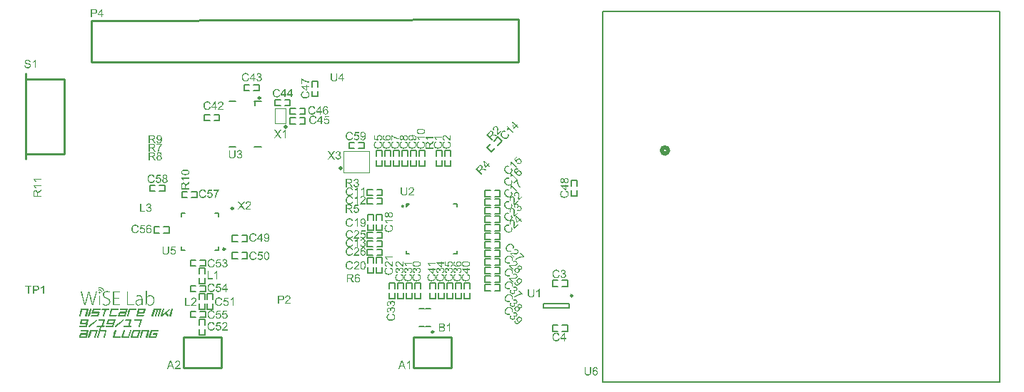
<source format=gto>
G04 Layer_Color=65535*
%FSLAX25Y25*%
%MOIN*%
G70*
G01*
G75*
%ADD41C,0.02000*%
%ADD69C,0.00984*%
%ADD70C,0.01000*%
%ADD71C,0.01968*%
%ADD72C,0.00600*%
%ADD73C,0.00100*%
%ADD74C,0.00787*%
G36*
X227328Y-34274D02*
X227374Y-34278D01*
X227477Y-34299D01*
X227597Y-34336D01*
X227726Y-34390D01*
X227858Y-34464D01*
X227920Y-34518D01*
X227982Y-34572D01*
X227990Y-34580D01*
X228011Y-34601D01*
X228040Y-34638D01*
X228077Y-34683D01*
X228118Y-34741D01*
X228160Y-34808D01*
X228201Y-34882D01*
X228234Y-34965D01*
X228238Y-34977D01*
X228251Y-35006D01*
X228263Y-35052D01*
X228280Y-35118D01*
X228300Y-35196D01*
X228321Y-35291D01*
X228329Y-35399D01*
X228342Y-35519D01*
Y-35536D01*
X228346Y-35581D01*
Y-35656D01*
Y-35705D01*
Y-35763D01*
Y-35829D01*
X228342Y-35908D01*
X228338Y-35987D01*
Y-36077D01*
X228334Y-36173D01*
X228325Y-36280D01*
X228317Y-36388D01*
X228309Y-36512D01*
Y-36520D01*
Y-36537D01*
X228305Y-36566D01*
X228300Y-36603D01*
X228292Y-36694D01*
X228284Y-36810D01*
X228280Y-36930D01*
X228272Y-37054D01*
X228267Y-37157D01*
Y-37198D01*
Y-37240D01*
Y-37248D01*
X228272Y-37269D01*
Y-37302D01*
X228276Y-37347D01*
X228284Y-37447D01*
X228305Y-37558D01*
X229641Y-36222D01*
X229959Y-36541D01*
X228160Y-38340D01*
X228156Y-38336D01*
X228139Y-38320D01*
X228114Y-38295D01*
X228089Y-38262D01*
X228061Y-38224D01*
X228027Y-38183D01*
X227998Y-38129D01*
X227970Y-38075D01*
X227965Y-38071D01*
Y-38063D01*
X227949Y-38030D01*
X227932Y-37980D01*
X227907Y-37906D01*
X227883Y-37823D01*
X227862Y-37720D01*
X227841Y-37616D01*
X227829Y-37496D01*
X227825Y-37492D01*
X227829Y-37480D01*
X227825Y-37434D01*
X227821Y-37364D01*
Y-37265D01*
X227825Y-37145D01*
X227829Y-37000D01*
X227841Y-36830D01*
X227854Y-36644D01*
Y-36636D01*
X227858Y-36607D01*
X227862Y-36570D01*
Y-36512D01*
X227870Y-36446D01*
X227874Y-36367D01*
X227887Y-36197D01*
X227891Y-36003D01*
X227895Y-35809D01*
X227899Y-35713D01*
X227895Y-35627D01*
X227887Y-35544D01*
X227878Y-35469D01*
X227874Y-35465D01*
X227878Y-35453D01*
X227874Y-35432D01*
X227866Y-35407D01*
X227850Y-35341D01*
X227825Y-35258D01*
X227792Y-35167D01*
X227750Y-35076D01*
X227692Y-34985D01*
X227630Y-34907D01*
X227626Y-34903D01*
X227622Y-34899D01*
X227593Y-34878D01*
X227552Y-34845D01*
X227498Y-34808D01*
X227424Y-34775D01*
X227345Y-34745D01*
X227254Y-34721D01*
X227151Y-34716D01*
X227138Y-34721D01*
X227105D01*
X227051Y-34733D01*
X226981Y-34745D01*
X226902Y-34775D01*
X226820Y-34816D01*
X226729Y-34874D01*
X226642Y-34952D01*
X226638Y-34956D01*
X226629Y-34965D01*
X226617Y-34977D01*
X226605Y-34998D01*
X226567Y-35043D01*
X226522Y-35105D01*
X226480Y-35188D01*
X226439Y-35279D01*
X226414Y-35378D01*
X226406Y-35486D01*
X226410Y-35498D01*
Y-35531D01*
X226418Y-35589D01*
X226439Y-35660D01*
X226468Y-35747D01*
X226514Y-35833D01*
X226575Y-35929D01*
X226658Y-36028D01*
X226278Y-36334D01*
X226273Y-36330D01*
X226261Y-36317D01*
X226245Y-36293D01*
X226224Y-36264D01*
X226199Y-36222D01*
X226166Y-36181D01*
X226108Y-36073D01*
X226046Y-35945D01*
X225996Y-35805D01*
X225963Y-35647D01*
X225955Y-35573D01*
Y-35490D01*
Y-35482D01*
X225959Y-35469D01*
Y-35445D01*
X225963Y-35416D01*
X225976Y-35378D01*
X225984Y-35329D01*
X226000Y-35279D01*
X226017Y-35221D01*
X226042Y-35163D01*
X226067Y-35097D01*
X226104Y-35027D01*
X226145Y-34961D01*
X226245Y-34812D01*
X226307Y-34741D01*
X226373Y-34667D01*
X226377Y-34663D01*
X226389Y-34650D01*
X226410Y-34630D01*
X226443Y-34605D01*
X226480Y-34576D01*
X226522Y-34543D01*
X226567Y-34506D01*
X226625Y-34473D01*
X226749Y-34398D01*
X226890Y-34332D01*
X226969Y-34303D01*
X227047Y-34282D01*
X227130Y-34274D01*
X227213Y-34266D01*
X227287D01*
X227328Y-34274D01*
D02*
G37*
G36*
X230762Y-39327D02*
X231130Y-38959D01*
X231436Y-39265D01*
X231068Y-39633D01*
X231717Y-40283D01*
X231382Y-40618D01*
X230733Y-39968D01*
X229554Y-41147D01*
X229248Y-40841D01*
X228731Y-37842D01*
X229004Y-37569D01*
X230762Y-39327D01*
D02*
G37*
G36*
X229393Y-32251D02*
X229492Y-32268D01*
X229504Y-32272D01*
X229537Y-32280D01*
X229587Y-32297D01*
X229645Y-32322D01*
X229715Y-32359D01*
X229790Y-32400D01*
X229864Y-32450D01*
X229939Y-32516D01*
X229947Y-32524D01*
X229967Y-32545D01*
X229996Y-32582D01*
X230030Y-32632D01*
X230067Y-32694D01*
X230104Y-32764D01*
X230141Y-32843D01*
X230162Y-32930D01*
X230166Y-32942D01*
X230170Y-32971D01*
Y-33020D01*
X230174Y-33083D01*
X230170Y-33161D01*
X230162Y-33244D01*
X230145Y-33343D01*
X230112Y-33443D01*
X230116Y-33438D01*
X230129Y-33434D01*
X230141Y-33422D01*
X230166Y-33413D01*
X230220Y-33385D01*
X230298Y-33356D01*
X230385Y-33327D01*
X230489Y-33306D01*
X230600Y-33294D01*
X230716Y-33302D01*
X230729Y-33306D01*
X230770Y-33314D01*
X230828Y-33331D01*
X230907Y-33351D01*
X230993Y-33389D01*
X231088Y-33443D01*
X231192Y-33513D01*
X231291Y-33604D01*
X231295Y-33608D01*
X231308Y-33620D01*
X231324Y-33637D01*
X231345Y-33666D01*
X231374Y-33703D01*
X231403Y-33740D01*
X231436Y-33790D01*
X231465Y-33844D01*
X231531Y-33968D01*
X231564Y-34042D01*
X231585Y-34121D01*
X231606Y-34200D01*
X231622Y-34282D01*
X231630Y-34373D01*
X231634Y-34468D01*
Y-34477D01*
Y-34493D01*
X231630Y-34514D01*
X231626Y-34551D01*
X231622Y-34597D01*
X231610Y-34650D01*
X231593Y-34708D01*
X231577Y-34766D01*
X231556Y-34837D01*
X231527Y-34907D01*
X231494Y-34981D01*
X231457Y-35060D01*
X231411Y-35138D01*
X231353Y-35213D01*
X231291Y-35291D01*
X231225Y-35366D01*
X231221Y-35370D01*
X231208Y-35383D01*
X231192Y-35399D01*
X231163Y-35420D01*
X231126Y-35449D01*
X231088Y-35478D01*
X231043Y-35515D01*
X230993Y-35548D01*
X230873Y-35618D01*
X230733Y-35676D01*
X230662Y-35705D01*
X230588Y-35722D01*
X230505Y-35738D01*
X230422Y-35747D01*
X230348D01*
X230307Y-35738D01*
X230261Y-35734D01*
X230207Y-35730D01*
X230154Y-35718D01*
X230021Y-35684D01*
X229885Y-35631D01*
X229740Y-35560D01*
X229670Y-35515D01*
X229599Y-35461D01*
X229889Y-35081D01*
X229893Y-35085D01*
X229906Y-35089D01*
X229922Y-35105D01*
X229947Y-35114D01*
X230009Y-35151D01*
X230092Y-35192D01*
X230183Y-35234D01*
X230286Y-35271D01*
X230389Y-35291D01*
X230489Y-35300D01*
X230501Y-35296D01*
X230534D01*
X230580Y-35283D01*
X230646Y-35267D01*
X230712Y-35242D01*
X230791Y-35205D01*
X230873Y-35155D01*
X230948Y-35089D01*
X230952Y-35085D01*
X230960Y-35076D01*
X230973Y-35064D01*
X230985Y-35043D01*
X231022Y-34998D01*
X231064Y-34932D01*
X231109Y-34845D01*
X231151Y-34754D01*
X231175Y-34646D01*
X231184Y-34530D01*
Y-34514D01*
X231179Y-34477D01*
X231171Y-34419D01*
X231155Y-34336D01*
X231126Y-34249D01*
X231080Y-34154D01*
X231018Y-34059D01*
X230940Y-33964D01*
X230936Y-33960D01*
X230931Y-33955D01*
X230919Y-33943D01*
X230898Y-33931D01*
X230853Y-33893D01*
X230786Y-33852D01*
X230712Y-33811D01*
X230617Y-33773D01*
X230518Y-33749D01*
X230410Y-33740D01*
X230361D01*
X230307Y-33753D01*
X230232Y-33769D01*
X230150Y-33794D01*
X230063Y-33840D01*
X229976Y-33893D01*
X229885Y-33968D01*
X229881Y-33972D01*
X229868Y-33984D01*
X229848Y-34005D01*
X229823Y-34038D01*
X229794Y-34075D01*
X229756Y-34121D01*
X229719Y-34175D01*
X229682Y-34237D01*
X229426Y-33906D01*
X229430Y-33902D01*
X229446Y-33885D01*
X229467Y-33873D01*
X229484Y-33856D01*
X229488Y-33852D01*
X229492Y-33848D01*
X229504Y-33835D01*
X229521Y-33819D01*
X229554Y-33777D01*
X229599Y-33716D01*
X229645Y-33645D01*
X229686Y-33562D01*
X229728Y-33471D01*
X229756Y-33368D01*
X229761Y-33356D01*
X229765Y-33318D01*
X229761Y-33265D01*
X229756Y-33194D01*
X229744Y-33116D01*
X229711Y-33033D01*
X229661Y-32942D01*
X229587Y-32851D01*
X229583Y-32847D01*
X229579Y-32843D01*
X229558Y-32822D01*
X229517Y-32797D01*
X229463Y-32760D01*
X229405Y-32727D01*
X229330Y-32702D01*
X229248Y-32677D01*
X229161Y-32673D01*
X229119D01*
X229070Y-32681D01*
X229012Y-32698D01*
X228942Y-32719D01*
X228871Y-32756D01*
X228793Y-32801D01*
X228718Y-32868D01*
X228714Y-32872D01*
X228710Y-32876D01*
X228685Y-32901D01*
X228656Y-32946D01*
X228623Y-32996D01*
X228582Y-33062D01*
X228553Y-33141D01*
X228528Y-33223D01*
X228516Y-33318D01*
Y-33327D01*
Y-33360D01*
X228524Y-33409D01*
X228540Y-33476D01*
X228561Y-33554D01*
X228598Y-33641D01*
X228648Y-33740D01*
X228718Y-33844D01*
X228325Y-34121D01*
X228321Y-34117D01*
X228313Y-34100D01*
X228300Y-34080D01*
X228284Y-34055D01*
X228263Y-34018D01*
X228238Y-33976D01*
X228193Y-33873D01*
X228143Y-33757D01*
X228106Y-33620D01*
X228081Y-33480D01*
Y-33331D01*
Y-33323D01*
Y-33314D01*
X228085Y-33294D01*
X228094Y-33261D01*
X228102Y-33227D01*
X228110Y-33186D01*
X228135Y-33087D01*
X228181Y-32975D01*
X228247Y-32851D01*
X228329Y-32727D01*
X228379Y-32661D01*
X228437Y-32603D01*
X228441Y-32599D01*
X228445Y-32594D01*
X228458Y-32582D01*
X228474Y-32566D01*
X228520Y-32528D01*
X228582Y-32483D01*
X228656Y-32433D01*
X228743Y-32379D01*
X228838Y-32334D01*
X228942Y-32297D01*
X228946Y-32293D01*
X228954D01*
X228991Y-32280D01*
X229045Y-32268D01*
X229115Y-32255D01*
X229198Y-32247D01*
X229293Y-32243D01*
X229393Y-32251D01*
D02*
G37*
G36*
X225215Y-36479D02*
X225289Y-36487D01*
X225359Y-36499D01*
X225442Y-36516D01*
X225529Y-36537D01*
X225612Y-36562D01*
X225703Y-36595D01*
X225885Y-36677D01*
X225612Y-37116D01*
X225607Y-37112D01*
X225595Y-37108D01*
X225574Y-37095D01*
X225546Y-37083D01*
X225508Y-37070D01*
X225467Y-37054D01*
X225376Y-37021D01*
X225268Y-36988D01*
X225144Y-36963D01*
X225024Y-36950D01*
X224900Y-36959D01*
X224888Y-36963D01*
X224846Y-36971D01*
X224788Y-36988D01*
X224706Y-37012D01*
X224619Y-37050D01*
X224520Y-37108D01*
X224416Y-37178D01*
X224313Y-37273D01*
X224309Y-37277D01*
X224300Y-37285D01*
X224284Y-37302D01*
X224267Y-37327D01*
X224238Y-37356D01*
X224214Y-37389D01*
X224151Y-37476D01*
X224085Y-37575D01*
X224027Y-37691D01*
X223978Y-37815D01*
X223945Y-37947D01*
X223940Y-37951D01*
X223945Y-37964D01*
X223940Y-38009D01*
X223936Y-38080D01*
Y-38171D01*
X223949Y-38274D01*
X223965Y-38390D01*
X224003Y-38518D01*
X224056Y-38646D01*
X224061Y-38650D01*
X224065Y-38663D01*
X224073Y-38679D01*
X224089Y-38704D01*
X224102Y-38733D01*
X224127Y-38766D01*
X224176Y-38849D01*
X224238Y-38944D01*
X224313Y-39043D01*
X224400Y-39147D01*
X224495Y-39250D01*
X224499Y-39254D01*
X224511Y-39267D01*
X224528Y-39283D01*
X224553Y-39308D01*
X224586Y-39333D01*
X224623Y-39370D01*
X224664Y-39403D01*
X224710Y-39441D01*
X224817Y-39523D01*
X224937Y-39610D01*
X225066Y-39689D01*
X225198Y-39755D01*
X225202Y-39759D01*
X225215Y-39763D01*
X225235Y-39767D01*
X225260Y-39776D01*
X225330Y-39805D01*
X225417Y-39825D01*
X225529Y-39846D01*
X225645Y-39854D01*
X225769D01*
X225897Y-39834D01*
X225901Y-39829D01*
X225909D01*
X225930Y-39825D01*
X225955Y-39817D01*
X226017Y-39788D01*
X226100Y-39755D01*
X226187Y-39709D01*
X226286Y-39652D01*
X226389Y-39581D01*
X226484Y-39494D01*
X226489Y-39490D01*
X226497Y-39482D01*
X226514Y-39465D01*
X226530Y-39441D01*
X226555Y-39416D01*
X226584Y-39378D01*
X226642Y-39296D01*
X226700Y-39196D01*
X226753Y-39077D01*
X226795Y-38952D01*
X226820Y-38812D01*
Y-38803D01*
Y-38795D01*
Y-38746D01*
X226815Y-38667D01*
X226807Y-38568D01*
X226778Y-38448D01*
X226741Y-38311D01*
X226675Y-38162D01*
X226588Y-38009D01*
X227039Y-37740D01*
X227043Y-37745D01*
X227055Y-37765D01*
X227068Y-37794D01*
X227093Y-37835D01*
X227109Y-37885D01*
X227138Y-37947D01*
X227167Y-38009D01*
X227192Y-38084D01*
X227250Y-38249D01*
X227287Y-38435D01*
X227312Y-38626D01*
Y-38725D01*
X227304Y-38824D01*
Y-38832D01*
X227299Y-38845D01*
X227295Y-38874D01*
X227287Y-38915D01*
X227275Y-38961D01*
X227262Y-39014D01*
X227246Y-39072D01*
X227221Y-39138D01*
X227192Y-39209D01*
X227159Y-39283D01*
X227117Y-39366D01*
X227072Y-39445D01*
X226964Y-39610D01*
X226894Y-39689D01*
X226820Y-39771D01*
X226815Y-39776D01*
X226799Y-39792D01*
X226778Y-39813D01*
X226741Y-39842D01*
X226704Y-39879D01*
X226658Y-39916D01*
X226600Y-39958D01*
X226547Y-40003D01*
X226406Y-40094D01*
X226257Y-40185D01*
X226096Y-40255D01*
X226013Y-40288D01*
X225926Y-40309D01*
X225918D01*
X225905Y-40313D01*
X225881D01*
X225848Y-40322D01*
X225757Y-40330D01*
X225500D01*
X225343Y-40305D01*
X225169Y-40272D01*
X224991Y-40210D01*
X224987Y-40206D01*
X224971Y-40198D01*
X224946Y-40189D01*
X224913Y-40173D01*
X224867Y-40152D01*
X224817Y-40127D01*
X224764Y-40098D01*
X224702Y-40061D01*
X224640Y-40024D01*
X224569Y-39978D01*
X224420Y-39879D01*
X224271Y-39763D01*
X224123Y-39623D01*
X224118Y-39618D01*
X224102Y-39602D01*
X224081Y-39581D01*
X224056Y-39548D01*
X224019Y-39511D01*
X223978Y-39461D01*
X223936Y-39412D01*
X223891Y-39349D01*
X223796Y-39213D01*
X223696Y-39064D01*
X223610Y-38895D01*
X223543Y-38721D01*
X223539Y-38717D01*
Y-38700D01*
X223531Y-38675D01*
X223519Y-38638D01*
X223510Y-38597D01*
X223502Y-38547D01*
X223485Y-38423D01*
X223469Y-38282D01*
Y-38125D01*
X223485Y-37951D01*
X223523Y-37782D01*
X223527Y-37778D01*
Y-37761D01*
X223535Y-37736D01*
X223552Y-37703D01*
X223564Y-37666D01*
X223581Y-37616D01*
X223610Y-37563D01*
X223634Y-37505D01*
X223663Y-37442D01*
X223701Y-37380D01*
X223783Y-37240D01*
X223891Y-37099D01*
X224015Y-36959D01*
X224019Y-36954D01*
X224031Y-36942D01*
X224056Y-36917D01*
X224089Y-36892D01*
X224127Y-36863D01*
X224172Y-36826D01*
X224222Y-36785D01*
X224280Y-36744D01*
X224412Y-36661D01*
X224565Y-36582D01*
X224648Y-36549D01*
X224735Y-36520D01*
X224822Y-36499D01*
X224913Y-36483D01*
X224921D01*
X224933Y-36479D01*
X224958D01*
X224995Y-36475D01*
X225152D01*
X225215Y-36479D01*
D02*
G37*
G36*
Y-41979D02*
X225289Y-41987D01*
X225359Y-41999D01*
X225442Y-42016D01*
X225529Y-42037D01*
X225612Y-42061D01*
X225703Y-42094D01*
X225885Y-42177D01*
X225612Y-42616D01*
X225607Y-42612D01*
X225595Y-42608D01*
X225574Y-42595D01*
X225546Y-42583D01*
X225508Y-42570D01*
X225467Y-42554D01*
X225376Y-42521D01*
X225268Y-42487D01*
X225144Y-42463D01*
X225024Y-42450D01*
X224900Y-42459D01*
X224888Y-42463D01*
X224846Y-42471D01*
X224788Y-42487D01*
X224706Y-42512D01*
X224619Y-42550D01*
X224520Y-42608D01*
X224416Y-42678D01*
X224313Y-42773D01*
X224309Y-42777D01*
X224300Y-42785D01*
X224284Y-42802D01*
X224267Y-42827D01*
X224238Y-42856D01*
X224214Y-42889D01*
X224151Y-42976D01*
X224085Y-43075D01*
X224027Y-43191D01*
X223978Y-43315D01*
X223945Y-43447D01*
X223940Y-43451D01*
X223945Y-43464D01*
X223940Y-43509D01*
X223936Y-43580D01*
Y-43671D01*
X223949Y-43774D01*
X223965Y-43890D01*
X224003Y-44018D01*
X224056Y-44146D01*
X224061Y-44150D01*
X224065Y-44163D01*
X224073Y-44179D01*
X224089Y-44204D01*
X224102Y-44233D01*
X224127Y-44266D01*
X224176Y-44349D01*
X224238Y-44444D01*
X224313Y-44543D01*
X224400Y-44647D01*
X224495Y-44750D01*
X224499Y-44754D01*
X224511Y-44767D01*
X224528Y-44783D01*
X224553Y-44808D01*
X224586Y-44833D01*
X224623Y-44870D01*
X224664Y-44903D01*
X224710Y-44941D01*
X224817Y-45023D01*
X224937Y-45110D01*
X225066Y-45189D01*
X225198Y-45255D01*
X225202Y-45259D01*
X225215Y-45263D01*
X225235Y-45267D01*
X225260Y-45276D01*
X225330Y-45305D01*
X225417Y-45325D01*
X225529Y-45346D01*
X225645Y-45354D01*
X225769D01*
X225897Y-45333D01*
X225901Y-45329D01*
X225909D01*
X225930Y-45325D01*
X225955Y-45317D01*
X226017Y-45288D01*
X226100Y-45255D01*
X226187Y-45209D01*
X226286Y-45151D01*
X226389Y-45081D01*
X226484Y-44994D01*
X226489Y-44990D01*
X226497Y-44982D01*
X226514Y-44965D01*
X226530Y-44941D01*
X226555Y-44916D01*
X226584Y-44879D01*
X226642Y-44796D01*
X226700Y-44696D01*
X226753Y-44576D01*
X226795Y-44452D01*
X226820Y-44312D01*
Y-44304D01*
Y-44295D01*
Y-44246D01*
X226815Y-44167D01*
X226807Y-44068D01*
X226778Y-43948D01*
X226741Y-43811D01*
X226675Y-43662D01*
X226588Y-43509D01*
X227039Y-43240D01*
X227043Y-43244D01*
X227055Y-43265D01*
X227068Y-43294D01*
X227093Y-43336D01*
X227109Y-43385D01*
X227138Y-43447D01*
X227167Y-43509D01*
X227192Y-43584D01*
X227250Y-43749D01*
X227287Y-43935D01*
X227312Y-44126D01*
Y-44225D01*
X227304Y-44324D01*
Y-44332D01*
X227299Y-44345D01*
X227295Y-44374D01*
X227287Y-44415D01*
X227275Y-44461D01*
X227262Y-44514D01*
X227246Y-44572D01*
X227221Y-44638D01*
X227192Y-44709D01*
X227159Y-44783D01*
X227117Y-44866D01*
X227072Y-44945D01*
X226964Y-45110D01*
X226894Y-45189D01*
X226820Y-45271D01*
X226815Y-45276D01*
X226799Y-45292D01*
X226778Y-45313D01*
X226741Y-45342D01*
X226704Y-45379D01*
X226658Y-45416D01*
X226600Y-45458D01*
X226547Y-45503D01*
X226406Y-45594D01*
X226257Y-45685D01*
X226096Y-45755D01*
X226013Y-45788D01*
X225926Y-45809D01*
X225918D01*
X225905Y-45813D01*
X225881D01*
X225848Y-45822D01*
X225757Y-45830D01*
X225500D01*
X225343Y-45805D01*
X225169Y-45772D01*
X224991Y-45710D01*
X224987Y-45706D01*
X224971Y-45698D01*
X224946Y-45689D01*
X224913Y-45673D01*
X224867Y-45652D01*
X224817Y-45627D01*
X224764Y-45598D01*
X224702Y-45561D01*
X224640Y-45524D01*
X224569Y-45478D01*
X224420Y-45379D01*
X224271Y-45263D01*
X224123Y-45123D01*
X224118Y-45118D01*
X224102Y-45102D01*
X224081Y-45081D01*
X224056Y-45048D01*
X224019Y-45011D01*
X223978Y-44961D01*
X223936Y-44912D01*
X223891Y-44850D01*
X223796Y-44713D01*
X223696Y-44564D01*
X223610Y-44394D01*
X223543Y-44221D01*
X223539Y-44217D01*
Y-44200D01*
X223531Y-44175D01*
X223519Y-44138D01*
X223510Y-44097D01*
X223502Y-44047D01*
X223485Y-43923D01*
X223469Y-43782D01*
Y-43625D01*
X223485Y-43451D01*
X223523Y-43282D01*
X223527Y-43278D01*
Y-43261D01*
X223535Y-43236D01*
X223552Y-43203D01*
X223564Y-43166D01*
X223581Y-43116D01*
X223610Y-43062D01*
X223634Y-43005D01*
X223663Y-42943D01*
X223701Y-42880D01*
X223783Y-42740D01*
X223891Y-42599D01*
X224015Y-42459D01*
X224019Y-42454D01*
X224031Y-42442D01*
X224056Y-42417D01*
X224089Y-42392D01*
X224127Y-42363D01*
X224172Y-42326D01*
X224222Y-42285D01*
X224280Y-42243D01*
X224412Y-42161D01*
X224565Y-42082D01*
X224648Y-42049D01*
X224735Y-42020D01*
X224822Y-41999D01*
X224913Y-41983D01*
X224921D01*
X224933Y-41979D01*
X224958D01*
X224995Y-41975D01*
X225152D01*
X225215Y-41979D01*
D02*
G37*
G36*
X229031Y-53459D02*
X229055D01*
X229084Y-53463D01*
X229122Y-53476D01*
X229171Y-53484D01*
X229221Y-53500D01*
X229279Y-53517D01*
X229337Y-53542D01*
X229403Y-53567D01*
X229473Y-53604D01*
X229539Y-53645D01*
X229688Y-53745D01*
X229759Y-53807D01*
X229833Y-53873D01*
X229837Y-53877D01*
X229850Y-53889D01*
X229870Y-53910D01*
X229895Y-53943D01*
X229924Y-53980D01*
X229957Y-54022D01*
X229994Y-54067D01*
X230028Y-54125D01*
X230102Y-54249D01*
X230168Y-54390D01*
X230197Y-54469D01*
X230218Y-54547D01*
X230226Y-54630D01*
X230234Y-54712D01*
Y-54721D01*
Y-54729D01*
Y-54754D01*
Y-54787D01*
X230226Y-54828D01*
X230222Y-54874D01*
X230201Y-54977D01*
X230164Y-55097D01*
X230110Y-55225D01*
X230036Y-55358D01*
X229982Y-55420D01*
X229928Y-55482D01*
X229920Y-55490D01*
X229899Y-55511D01*
X229862Y-55540D01*
X229817Y-55577D01*
X229759Y-55618D01*
X229693Y-55660D01*
X229618Y-55701D01*
X229535Y-55734D01*
X229523Y-55738D01*
X229494Y-55751D01*
X229448Y-55763D01*
X229382Y-55780D01*
X229304Y-55800D01*
X229208Y-55821D01*
X229101Y-55829D01*
X228981Y-55842D01*
X228964D01*
X228919Y-55846D01*
X228671D01*
X228592Y-55842D01*
X228514Y-55838D01*
X228422D01*
X228327Y-55834D01*
X228220Y-55825D01*
X228112Y-55817D01*
X227988Y-55809D01*
X227963D01*
X227934Y-55805D01*
X227897Y-55800D01*
X227806Y-55792D01*
X227690Y-55784D01*
X227570Y-55780D01*
X227446Y-55771D01*
X227343Y-55767D01*
X227252D01*
X227231Y-55771D01*
X227198D01*
X227153Y-55776D01*
X227053Y-55784D01*
X226942Y-55805D01*
X228278Y-57141D01*
X227959Y-57459D01*
X226160Y-55660D01*
X226164Y-55656D01*
X226181Y-55639D01*
X226205Y-55614D01*
X226238Y-55589D01*
X226276Y-55560D01*
X226317Y-55527D01*
X226371Y-55498D01*
X226425Y-55470D01*
X226429Y-55465D01*
X226437D01*
X226470Y-55449D01*
X226520Y-55432D01*
X226594Y-55408D01*
X226677Y-55383D01*
X226780Y-55362D01*
X226884Y-55341D01*
X227004Y-55329D01*
X227008Y-55325D01*
X227020Y-55329D01*
X227066Y-55325D01*
X227136Y-55321D01*
X227235D01*
X227355Y-55325D01*
X227500Y-55329D01*
X227670Y-55341D01*
X227856Y-55354D01*
X227864D01*
X227893Y-55358D01*
X227930Y-55362D01*
X227988D01*
X228054Y-55370D01*
X228133Y-55374D01*
X228303Y-55387D01*
X228497Y-55391D01*
X228691Y-55395D01*
X228786Y-55399D01*
X228873Y-55395D01*
X228956Y-55387D01*
X229031Y-55379D01*
X229035Y-55374D01*
X229047Y-55379D01*
X229068Y-55374D01*
X229093Y-55366D01*
X229159Y-55350D01*
X229242Y-55325D01*
X229333Y-55292D01*
X229424Y-55250D01*
X229515Y-55192D01*
X229593Y-55130D01*
X229597Y-55126D01*
X229602Y-55122D01*
X229622Y-55093D01*
X229655Y-55052D01*
X229693Y-54998D01*
X229726Y-54923D01*
X229754Y-54845D01*
X229779Y-54754D01*
X229784Y-54650D01*
X229779Y-54638D01*
Y-54605D01*
X229767Y-54551D01*
X229754Y-54481D01*
X229726Y-54402D01*
X229684Y-54320D01*
X229626Y-54229D01*
X229548Y-54142D01*
X229543Y-54138D01*
X229535Y-54129D01*
X229523Y-54117D01*
X229502Y-54105D01*
X229457Y-54067D01*
X229395Y-54022D01*
X229312Y-53980D01*
X229221Y-53939D01*
X229122Y-53914D01*
X229014Y-53906D01*
X229002Y-53910D01*
X228969D01*
X228911Y-53918D01*
X228840Y-53939D01*
X228753Y-53968D01*
X228667Y-54014D01*
X228571Y-54075D01*
X228472Y-54158D01*
X228166Y-53778D01*
X228170Y-53773D01*
X228183Y-53761D01*
X228207Y-53745D01*
X228236Y-53724D01*
X228278Y-53699D01*
X228319Y-53666D01*
X228427Y-53608D01*
X228555Y-53546D01*
X228696Y-53496D01*
X228853Y-53463D01*
X228927Y-53455D01*
X229018D01*
X229031Y-53459D01*
D02*
G37*
G36*
X232778Y-56909D02*
X232518Y-57170D01*
X232493D01*
X232464Y-57174D01*
X232423D01*
X232373Y-57182D01*
X232311Y-57186D01*
X232237Y-57195D01*
X232162Y-57203D01*
X232075Y-57215D01*
X231976Y-57232D01*
X231872Y-57244D01*
X231765Y-57269D01*
X231649Y-57294D01*
X231525Y-57319D01*
X231397Y-57356D01*
X231264Y-57389D01*
X231256D01*
X231231Y-57397D01*
X231194Y-57410D01*
X231144Y-57426D01*
X231082Y-57447D01*
X231008Y-57472D01*
X230921Y-57501D01*
X230830Y-57534D01*
X230735Y-57571D01*
X230627Y-57612D01*
X230516Y-57658D01*
X230400Y-57707D01*
X230168Y-57815D01*
X229928Y-57939D01*
X229924Y-57943D01*
X229907Y-57951D01*
X229887Y-57964D01*
X229854Y-57980D01*
X229812Y-58005D01*
X229767Y-58034D01*
X229713Y-58071D01*
X229655Y-58104D01*
X229593Y-58150D01*
X229523Y-58196D01*
X229378Y-58299D01*
X229221Y-58423D01*
X229060Y-58560D01*
X228716Y-58216D01*
X228720Y-58212D01*
X228733Y-58200D01*
X228749Y-58183D01*
X228778Y-58162D01*
X228807Y-58134D01*
X228849Y-58100D01*
X228898Y-58059D01*
X228948Y-58018D01*
X229010Y-57972D01*
X229080Y-57918D01*
X229151Y-57865D01*
X229229Y-57811D01*
X229316Y-57749D01*
X229407Y-57691D01*
X229614Y-57567D01*
X229618Y-57563D01*
X229639Y-57550D01*
X229672Y-57534D01*
X229713Y-57509D01*
X229767Y-57480D01*
X229829Y-57451D01*
X229899Y-57414D01*
X229982Y-57372D01*
X230069Y-57335D01*
X230164Y-57290D01*
X230371Y-57199D01*
X230598Y-57112D01*
X230834Y-57033D01*
X230842D01*
X230867Y-57025D01*
X230900Y-57017D01*
X230946Y-57004D01*
X231004Y-56988D01*
X231070Y-56971D01*
X231144Y-56955D01*
X231227Y-56930D01*
X231413Y-56893D01*
X231616Y-56855D01*
X231823Y-56822D01*
X232034Y-56801D01*
X230702Y-55470D01*
X231020Y-55151D01*
X232778Y-56909D01*
D02*
G37*
G36*
X227328Y-39774D02*
X227374Y-39778D01*
X227477Y-39799D01*
X227597Y-39836D01*
X227726Y-39890D01*
X227858Y-39964D01*
X227920Y-40018D01*
X227982Y-40072D01*
X227990Y-40080D01*
X228011Y-40101D01*
X228040Y-40138D01*
X228077Y-40183D01*
X228118Y-40241D01*
X228160Y-40308D01*
X228201Y-40382D01*
X228234Y-40465D01*
X228238Y-40477D01*
X228251Y-40506D01*
X228263Y-40552D01*
X228280Y-40618D01*
X228300Y-40696D01*
X228321Y-40791D01*
X228329Y-40899D01*
X228342Y-41019D01*
Y-41036D01*
X228346Y-41081D01*
Y-41155D01*
Y-41205D01*
Y-41263D01*
Y-41329D01*
X228342Y-41408D01*
X228338Y-41486D01*
Y-41578D01*
X228334Y-41673D01*
X228325Y-41780D01*
X228317Y-41888D01*
X228309Y-42012D01*
Y-42020D01*
Y-42037D01*
X228305Y-42066D01*
X228300Y-42103D01*
X228292Y-42194D01*
X228284Y-42310D01*
X228280Y-42430D01*
X228272Y-42554D01*
X228267Y-42657D01*
Y-42698D01*
Y-42740D01*
Y-42748D01*
X228272Y-42769D01*
Y-42802D01*
X228276Y-42847D01*
X228284Y-42947D01*
X228305Y-43058D01*
X229641Y-41722D01*
X229959Y-42041D01*
X228160Y-43840D01*
X228156Y-43836D01*
X228139Y-43819D01*
X228114Y-43795D01*
X228089Y-43762D01*
X228061Y-43724D01*
X228027Y-43683D01*
X227998Y-43629D01*
X227970Y-43575D01*
X227965Y-43571D01*
Y-43563D01*
X227949Y-43530D01*
X227932Y-43480D01*
X227907Y-43406D01*
X227883Y-43323D01*
X227862Y-43220D01*
X227841Y-43116D01*
X227829Y-42996D01*
X227825Y-42992D01*
X227829Y-42980D01*
X227825Y-42934D01*
X227821Y-42864D01*
Y-42765D01*
X227825Y-42645D01*
X227829Y-42500D01*
X227841Y-42330D01*
X227854Y-42144D01*
Y-42136D01*
X227858Y-42107D01*
X227862Y-42070D01*
Y-42012D01*
X227870Y-41946D01*
X227874Y-41867D01*
X227887Y-41697D01*
X227891Y-41503D01*
X227895Y-41309D01*
X227899Y-41214D01*
X227895Y-41127D01*
X227887Y-41044D01*
X227878Y-40969D01*
X227874Y-40965D01*
X227878Y-40953D01*
X227874Y-40932D01*
X227866Y-40907D01*
X227850Y-40841D01*
X227825Y-40758D01*
X227792Y-40667D01*
X227750Y-40576D01*
X227692Y-40485D01*
X227630Y-40407D01*
X227626Y-40403D01*
X227622Y-40399D01*
X227593Y-40378D01*
X227552Y-40345D01*
X227498Y-40308D01*
X227424Y-40275D01*
X227345Y-40246D01*
X227254Y-40221D01*
X227151Y-40216D01*
X227138Y-40221D01*
X227105D01*
X227051Y-40233D01*
X226981Y-40246D01*
X226902Y-40275D01*
X226820Y-40316D01*
X226729Y-40374D01*
X226642Y-40452D01*
X226638Y-40457D01*
X226629Y-40465D01*
X226617Y-40477D01*
X226605Y-40498D01*
X226567Y-40543D01*
X226522Y-40605D01*
X226480Y-40688D01*
X226439Y-40779D01*
X226414Y-40878D01*
X226406Y-40986D01*
X226410Y-40998D01*
Y-41032D01*
X226418Y-41089D01*
X226439Y-41160D01*
X226468Y-41247D01*
X226514Y-41333D01*
X226575Y-41429D01*
X226658Y-41528D01*
X226278Y-41834D01*
X226273Y-41830D01*
X226261Y-41817D01*
X226245Y-41793D01*
X226224Y-41764D01*
X226199Y-41722D01*
X226166Y-41681D01*
X226108Y-41573D01*
X226046Y-41445D01*
X225996Y-41304D01*
X225963Y-41147D01*
X225955Y-41073D01*
Y-40990D01*
Y-40982D01*
X225959Y-40969D01*
Y-40945D01*
X225963Y-40916D01*
X225976Y-40878D01*
X225984Y-40829D01*
X226000Y-40779D01*
X226017Y-40721D01*
X226042Y-40663D01*
X226067Y-40597D01*
X226104Y-40527D01*
X226145Y-40461D01*
X226245Y-40312D01*
X226307Y-40241D01*
X226373Y-40167D01*
X226377Y-40163D01*
X226389Y-40150D01*
X226410Y-40130D01*
X226443Y-40105D01*
X226480Y-40076D01*
X226522Y-40043D01*
X226567Y-40006D01*
X226625Y-39972D01*
X226749Y-39898D01*
X226890Y-39832D01*
X226969Y-39803D01*
X227047Y-39782D01*
X227130Y-39774D01*
X227213Y-39766D01*
X227287D01*
X227328Y-39774D01*
D02*
G37*
G36*
X226549Y-50985D02*
X226718Y-51023D01*
X226722Y-51027D01*
X226739D01*
X226764Y-51035D01*
X226797Y-51052D01*
X226834Y-51064D01*
X226884Y-51081D01*
X226938Y-51110D01*
X226995Y-51134D01*
X227058Y-51163D01*
X227119Y-51201D01*
X227260Y-51283D01*
X227401Y-51391D01*
X227541Y-51515D01*
X227546Y-51519D01*
X227558Y-51531D01*
X227583Y-51556D01*
X227608Y-51589D01*
X227637Y-51627D01*
X227674Y-51672D01*
X227715Y-51722D01*
X227757Y-51780D01*
X227839Y-51912D01*
X227918Y-52065D01*
X227951Y-52148D01*
X227980Y-52235D01*
X228001Y-52322D01*
X228017Y-52413D01*
Y-52421D01*
X228021Y-52433D01*
Y-52458D01*
X228025Y-52495D01*
Y-52537D01*
Y-52595D01*
Y-52653D01*
X228021Y-52715D01*
X228013Y-52789D01*
X228001Y-52859D01*
X227984Y-52942D01*
X227963Y-53029D01*
X227939Y-53112D01*
X227906Y-53203D01*
X227823Y-53385D01*
X227384Y-53112D01*
X227388Y-53108D01*
X227393Y-53095D01*
X227405Y-53075D01*
X227417Y-53045D01*
X227430Y-53008D01*
X227446Y-52967D01*
X227479Y-52876D01*
X227513Y-52768D01*
X227537Y-52644D01*
X227550Y-52524D01*
X227541Y-52400D01*
X227537Y-52388D01*
X227529Y-52346D01*
X227513Y-52289D01*
X227488Y-52206D01*
X227450Y-52119D01*
X227393Y-52020D01*
X227322Y-51916D01*
X227227Y-51813D01*
X227223Y-51809D01*
X227215Y-51800D01*
X227198Y-51784D01*
X227173Y-51767D01*
X227144Y-51738D01*
X227111Y-51714D01*
X227024Y-51652D01*
X226925Y-51585D01*
X226809Y-51527D01*
X226685Y-51478D01*
X226553Y-51445D01*
X226549Y-51441D01*
X226536Y-51445D01*
X226491Y-51441D01*
X226420Y-51436D01*
X226329D01*
X226226Y-51449D01*
X226110Y-51465D01*
X225982Y-51503D01*
X225854Y-51556D01*
X225850Y-51560D01*
X225837Y-51565D01*
X225821Y-51573D01*
X225796Y-51589D01*
X225767Y-51602D01*
X225734Y-51627D01*
X225651Y-51676D01*
X225556Y-51738D01*
X225457Y-51813D01*
X225353Y-51900D01*
X225250Y-51995D01*
X225246Y-51999D01*
X225233Y-52011D01*
X225217Y-52028D01*
X225192Y-52053D01*
X225167Y-52086D01*
X225130Y-52123D01*
X225097Y-52164D01*
X225060Y-52210D01*
X224977Y-52318D01*
X224890Y-52437D01*
X224811Y-52566D01*
X224745Y-52698D01*
X224741Y-52702D01*
X224737Y-52715D01*
X224733Y-52735D01*
X224724Y-52760D01*
X224695Y-52830D01*
X224675Y-52917D01*
X224654Y-53029D01*
X224646Y-53145D01*
Y-53269D01*
X224667Y-53397D01*
X224671Y-53401D01*
Y-53409D01*
X224675Y-53430D01*
X224683Y-53455D01*
X224712Y-53517D01*
X224745Y-53600D01*
X224791Y-53687D01*
X224849Y-53786D01*
X224919Y-53889D01*
X225006Y-53984D01*
X225010Y-53989D01*
X225018Y-53997D01*
X225035Y-54014D01*
X225060Y-54030D01*
X225084Y-54055D01*
X225121Y-54084D01*
X225204Y-54142D01*
X225304Y-54200D01*
X225424Y-54253D01*
X225548Y-54295D01*
X225688Y-54320D01*
X225754D01*
X225833Y-54315D01*
X225932Y-54307D01*
X226052Y-54278D01*
X226189Y-54241D01*
X226338Y-54175D01*
X226491Y-54088D01*
X226760Y-54539D01*
X226755Y-54543D01*
X226735Y-54555D01*
X226706Y-54568D01*
X226664Y-54593D01*
X226615Y-54609D01*
X226553Y-54638D01*
X226491Y-54667D01*
X226416Y-54692D01*
X226251Y-54750D01*
X226065Y-54787D01*
X225874Y-54812D01*
X225775D01*
X225676Y-54804D01*
X225668D01*
X225655Y-54799D01*
X225626Y-54795D01*
X225585Y-54787D01*
X225539Y-54775D01*
X225486Y-54762D01*
X225428Y-54746D01*
X225361Y-54721D01*
X225291Y-54692D01*
X225217Y-54659D01*
X225134Y-54617D01*
X225055Y-54572D01*
X224890Y-54464D01*
X224811Y-54394D01*
X224729Y-54320D01*
X224724Y-54315D01*
X224708Y-54299D01*
X224687Y-54278D01*
X224658Y-54241D01*
X224621Y-54204D01*
X224584Y-54158D01*
X224542Y-54100D01*
X224497Y-54047D01*
X224406Y-53906D01*
X224315Y-53757D01*
X224245Y-53596D01*
X224212Y-53513D01*
X224191Y-53426D01*
Y-53418D01*
X224187Y-53405D01*
Y-53381D01*
X224178Y-53347D01*
X224170Y-53256D01*
Y-53141D01*
Y-53000D01*
X224195Y-52843D01*
X224228Y-52669D01*
X224290Y-52491D01*
X224294Y-52487D01*
X224303Y-52470D01*
X224311Y-52446D01*
X224327Y-52413D01*
X224348Y-52367D01*
X224373Y-52318D01*
X224402Y-52264D01*
X224439Y-52202D01*
X224476Y-52140D01*
X224522Y-52069D01*
X224621Y-51920D01*
X224737Y-51771D01*
X224878Y-51622D01*
X224882Y-51618D01*
X224898Y-51602D01*
X224919Y-51581D01*
X224952Y-51556D01*
X224989Y-51519D01*
X225039Y-51478D01*
X225088Y-51436D01*
X225150Y-51391D01*
X225287Y-51296D01*
X225436Y-51196D01*
X225606Y-51110D01*
X225779Y-51043D01*
X225783Y-51039D01*
X225800D01*
X225825Y-51031D01*
X225862Y-51019D01*
X225903Y-51010D01*
X225953Y-51002D01*
X226077Y-50985D01*
X226218Y-50969D01*
X226375D01*
X226549Y-50985D01*
D02*
G37*
G36*
X227328Y-28774D02*
X227374Y-28778D01*
X227477Y-28799D01*
X227597Y-28836D01*
X227726Y-28890D01*
X227858Y-28964D01*
X227920Y-29018D01*
X227982Y-29072D01*
X227990Y-29080D01*
X228011Y-29101D01*
X228040Y-29138D01*
X228077Y-29183D01*
X228118Y-29241D01*
X228160Y-29307D01*
X228201Y-29382D01*
X228234Y-29465D01*
X228238Y-29477D01*
X228251Y-29506D01*
X228263Y-29552D01*
X228280Y-29618D01*
X228300Y-29696D01*
X228321Y-29792D01*
X228329Y-29899D01*
X228342Y-30019D01*
Y-30036D01*
X228346Y-30081D01*
Y-30156D01*
Y-30205D01*
Y-30263D01*
Y-30329D01*
X228342Y-30408D01*
X228338Y-30487D01*
Y-30577D01*
X228334Y-30673D01*
X228325Y-30780D01*
X228317Y-30888D01*
X228309Y-31012D01*
Y-31020D01*
Y-31037D01*
X228305Y-31066D01*
X228300Y-31103D01*
X228292Y-31194D01*
X228284Y-31310D01*
X228280Y-31430D01*
X228272Y-31554D01*
X228267Y-31657D01*
Y-31699D01*
Y-31740D01*
Y-31748D01*
X228272Y-31769D01*
Y-31802D01*
X228276Y-31847D01*
X228284Y-31947D01*
X228305Y-32058D01*
X229641Y-30722D01*
X229959Y-31041D01*
X228160Y-32840D01*
X228156Y-32836D01*
X228139Y-32820D01*
X228114Y-32795D01*
X228089Y-32762D01*
X228061Y-32724D01*
X228027Y-32683D01*
X227998Y-32629D01*
X227970Y-32575D01*
X227965Y-32571D01*
Y-32563D01*
X227949Y-32530D01*
X227932Y-32480D01*
X227907Y-32406D01*
X227883Y-32323D01*
X227862Y-32220D01*
X227841Y-32116D01*
X227829Y-31996D01*
X227825Y-31992D01*
X227829Y-31980D01*
X227825Y-31934D01*
X227821Y-31864D01*
Y-31765D01*
X227825Y-31645D01*
X227829Y-31500D01*
X227841Y-31330D01*
X227854Y-31144D01*
Y-31136D01*
X227858Y-31107D01*
X227862Y-31070D01*
Y-31012D01*
X227870Y-30946D01*
X227874Y-30867D01*
X227887Y-30697D01*
X227891Y-30503D01*
X227895Y-30309D01*
X227899Y-30213D01*
X227895Y-30127D01*
X227887Y-30044D01*
X227878Y-29969D01*
X227874Y-29965D01*
X227878Y-29953D01*
X227874Y-29932D01*
X227866Y-29907D01*
X227850Y-29841D01*
X227825Y-29758D01*
X227792Y-29667D01*
X227750Y-29576D01*
X227692Y-29485D01*
X227630Y-29407D01*
X227626Y-29403D01*
X227622Y-29399D01*
X227593Y-29378D01*
X227552Y-29345D01*
X227498Y-29307D01*
X227424Y-29274D01*
X227345Y-29245D01*
X227254Y-29221D01*
X227151Y-29217D01*
X227138Y-29221D01*
X227105D01*
X227051Y-29233D01*
X226981Y-29245D01*
X226902Y-29274D01*
X226820Y-29316D01*
X226729Y-29374D01*
X226642Y-29452D01*
X226638Y-29456D01*
X226629Y-29465D01*
X226617Y-29477D01*
X226605Y-29498D01*
X226567Y-29543D01*
X226522Y-29605D01*
X226480Y-29688D01*
X226439Y-29779D01*
X226414Y-29878D01*
X226406Y-29986D01*
X226410Y-29998D01*
Y-30031D01*
X226418Y-30089D01*
X226439Y-30160D01*
X226468Y-30247D01*
X226514Y-30333D01*
X226575Y-30429D01*
X226658Y-30528D01*
X226278Y-30834D01*
X226273Y-30830D01*
X226261Y-30817D01*
X226245Y-30793D01*
X226224Y-30764D01*
X226199Y-30722D01*
X226166Y-30681D01*
X226108Y-30573D01*
X226046Y-30445D01*
X225996Y-30305D01*
X225963Y-30147D01*
X225955Y-30073D01*
Y-29990D01*
Y-29982D01*
X225959Y-29969D01*
Y-29945D01*
X225963Y-29916D01*
X225976Y-29878D01*
X225984Y-29829D01*
X226000Y-29779D01*
X226017Y-29721D01*
X226042Y-29663D01*
X226067Y-29597D01*
X226104Y-29527D01*
X226145Y-29461D01*
X226245Y-29312D01*
X226307Y-29241D01*
X226373Y-29167D01*
X226377Y-29163D01*
X226389Y-29150D01*
X226410Y-29130D01*
X226443Y-29105D01*
X226480Y-29076D01*
X226522Y-29043D01*
X226567Y-29006D01*
X226625Y-28973D01*
X226749Y-28898D01*
X226890Y-28832D01*
X226969Y-28803D01*
X227047Y-28782D01*
X227130Y-28774D01*
X227213Y-28766D01*
X227287D01*
X227328Y-28774D01*
D02*
G37*
G36*
X229463Y-15037D02*
X229128Y-15372D01*
X227002Y-13246D01*
Y-13254D01*
Y-13287D01*
X226993Y-13337D01*
X226985Y-13403D01*
X226977Y-13486D01*
X226960Y-13577D01*
X226944Y-13684D01*
X226915Y-13796D01*
X226911Y-13800D01*
Y-13809D01*
X226902Y-13850D01*
X226886Y-13908D01*
X226865Y-13978D01*
X226840Y-14061D01*
X226807Y-14144D01*
X226774Y-14235D01*
X226741Y-14317D01*
X226414Y-13991D01*
X226418Y-13986D01*
X226423Y-13974D01*
X226431Y-13949D01*
X226435Y-13920D01*
X226447Y-13883D01*
X226464Y-13842D01*
X226493Y-13738D01*
X226522Y-13618D01*
X226551Y-13482D01*
X226571Y-13337D01*
X226584Y-13192D01*
Y-13184D01*
Y-13176D01*
Y-13126D01*
Y-13052D01*
Y-12961D01*
X226575Y-12853D01*
X226563Y-12741D01*
X226542Y-12630D01*
X226514Y-12526D01*
X226733Y-12307D01*
X229463Y-15037D01*
D02*
G37*
G36*
X229268Y-15652D02*
X229318D01*
X229393Y-15660D01*
X229488Y-15673D01*
X229604Y-15697D01*
X229723Y-15743D01*
X229860Y-15805D01*
X229992Y-15896D01*
X229686Y-16252D01*
X229682Y-16248D01*
X229678Y-16243D01*
X229645Y-16227D01*
X229599Y-16206D01*
X229546Y-16177D01*
X229409Y-16123D01*
X229343Y-16107D01*
X229277Y-16099D01*
X229264Y-16094D01*
X229227Y-16099D01*
X229177Y-16107D01*
X229111Y-16115D01*
X229037Y-16140D01*
X228954Y-16173D01*
X228871Y-16223D01*
X228797Y-16289D01*
X228789Y-16297D01*
X228768Y-16318D01*
X228743Y-16351D01*
X228714Y-16396D01*
X228677Y-16450D01*
X228644Y-16516D01*
X228623Y-16587D01*
X228602Y-16665D01*
X228598Y-16678D01*
Y-16711D01*
Y-16769D01*
X228602Y-16839D01*
X228607Y-16926D01*
X228623Y-17025D01*
X228652Y-17137D01*
X228693Y-17253D01*
X228698Y-17257D01*
Y-17265D01*
X228710Y-17286D01*
X228722Y-17307D01*
X228735Y-17335D01*
X228755Y-17373D01*
X228780Y-17414D01*
X228809Y-17459D01*
X228842Y-17509D01*
X228880Y-17563D01*
X228925Y-17625D01*
X228971Y-17687D01*
X229029Y-17753D01*
X229090Y-17824D01*
X229157Y-17898D01*
X229231Y-17973D01*
X229227Y-17968D01*
Y-17960D01*
X229223Y-17923D01*
X229215Y-17865D01*
X229210Y-17786D01*
X229206Y-17699D01*
X229210Y-17604D01*
X229227Y-17505D01*
X229252Y-17406D01*
X229256Y-17393D01*
X229268Y-17364D01*
X229289Y-17311D01*
X229318Y-17249D01*
X229355Y-17178D01*
X229401Y-17100D01*
X229459Y-17025D01*
X229525Y-16951D01*
X229529Y-16947D01*
X229541Y-16934D01*
X229558Y-16918D01*
X229587Y-16897D01*
X229620Y-16872D01*
X229657Y-16843D01*
X229752Y-16781D01*
X229872Y-16727D01*
X229939Y-16694D01*
X230009Y-16674D01*
X230087Y-16653D01*
X230170Y-16636D01*
X230253Y-16628D01*
X230352D01*
X230365Y-16632D01*
X230389D01*
X230427Y-16636D01*
X230468Y-16645D01*
X230518Y-16653D01*
X230571Y-16665D01*
X230633Y-16678D01*
X230700Y-16703D01*
X230766Y-16727D01*
X230840Y-16760D01*
X230911Y-16798D01*
X230989Y-16843D01*
X231064Y-16893D01*
X231138Y-16959D01*
X231213Y-17025D01*
X231217Y-17029D01*
X231225Y-17038D01*
X231237Y-17050D01*
X231254Y-17067D01*
X231275Y-17096D01*
X231299Y-17120D01*
X231357Y-17195D01*
X231411Y-17282D01*
X231477Y-17381D01*
X231531Y-17493D01*
X231577Y-17613D01*
X231581Y-17617D01*
Y-17625D01*
X231585Y-17646D01*
X231593Y-17671D01*
X231606Y-17733D01*
X231622Y-17815D01*
X231630Y-17915D01*
Y-18022D01*
X231626Y-18134D01*
X231606Y-18254D01*
X231602Y-18266D01*
X231589Y-18303D01*
X231568Y-18365D01*
X231539Y-18436D01*
X231494Y-18523D01*
X231440Y-18618D01*
X231370Y-18713D01*
X231287Y-18804D01*
X231283Y-18808D01*
X231271Y-18821D01*
X231242Y-18841D01*
X231213Y-18870D01*
X231175Y-18899D01*
X231126Y-18932D01*
X231072Y-18969D01*
X231010Y-19007D01*
X230940Y-19044D01*
X230861Y-19081D01*
X230782Y-19110D01*
X230696Y-19139D01*
X230600Y-19160D01*
X230501Y-19176D01*
X230402Y-19184D01*
X230298Y-19180D01*
X230290D01*
X230270Y-19176D01*
X230241Y-19172D01*
X230199Y-19164D01*
X230145Y-19151D01*
X230083Y-19131D01*
X230009Y-19106D01*
X229930Y-19069D01*
X229839Y-19027D01*
X229740Y-18978D01*
X229637Y-18916D01*
X229525Y-18845D01*
X229409Y-18763D01*
X229285Y-18663D01*
X229161Y-18556D01*
X229029Y-18432D01*
X229024Y-18428D01*
X229020Y-18423D01*
X229008Y-18411D01*
X228995Y-18399D01*
X228954Y-18357D01*
X228904Y-18299D01*
X228842Y-18229D01*
X228776Y-18146D01*
X228702Y-18055D01*
X228627Y-17956D01*
X228544Y-17848D01*
X228470Y-17733D01*
X228400Y-17613D01*
X228338Y-17493D01*
X228276Y-17364D01*
X228230Y-17244D01*
X228193Y-17116D01*
X228172Y-16996D01*
Y-16988D01*
Y-16971D01*
X228168Y-16942D01*
Y-16901D01*
X228172Y-16847D01*
X228176Y-16794D01*
X228185Y-16727D01*
X228197Y-16657D01*
X228214Y-16583D01*
X228238Y-16500D01*
X228267Y-16421D01*
X228305Y-16334D01*
X228350Y-16248D01*
X228404Y-16161D01*
X228470Y-16078D01*
X228544Y-15995D01*
X228549Y-15991D01*
X228557Y-15983D01*
X228573Y-15966D01*
X228602Y-15946D01*
X228627Y-15921D01*
X228664Y-15892D01*
X228751Y-15830D01*
X228859Y-15772D01*
X228979Y-15718D01*
X229107Y-15673D01*
X229177Y-15660D01*
X229252Y-15652D01*
X229256Y-15648D01*
X229268Y-15652D01*
D02*
G37*
G36*
X229628Y-10156D02*
X228544Y-11240D01*
X229128Y-12121D01*
Y-12113D01*
X229132Y-12100D01*
X229136Y-12079D01*
X229140Y-12050D01*
X229153Y-12013D01*
X229165Y-11976D01*
X229198Y-11877D01*
X229240Y-11769D01*
X229302Y-11658D01*
X229376Y-11542D01*
X229467Y-11434D01*
X229471Y-11430D01*
X229484Y-11418D01*
X229500Y-11401D01*
X229529Y-11380D01*
X229566Y-11351D01*
X229604Y-11322D01*
X229653Y-11289D01*
X229703Y-11256D01*
X229831Y-11194D01*
X229897Y-11161D01*
X229972Y-11136D01*
X230054Y-11112D01*
X230137Y-11095D01*
X230224Y-11083D01*
X230365D01*
X230398Y-11091D01*
X230443Y-11095D01*
X230493Y-11103D01*
X230547Y-11116D01*
X230609Y-11128D01*
X230679Y-11149D01*
X230745Y-11174D01*
X230820Y-11207D01*
X230894Y-11240D01*
X230969Y-11289D01*
X231043Y-11339D01*
X231122Y-11401D01*
X231196Y-11467D01*
X231200Y-11471D01*
X231213Y-11484D01*
X231233Y-11505D01*
X231254Y-11534D01*
X231283Y-11571D01*
X231316Y-11612D01*
X231353Y-11658D01*
X231391Y-11711D01*
X231461Y-11840D01*
X231527Y-11980D01*
X231560Y-12063D01*
X231585Y-12146D01*
X231606Y-12233D01*
X231618Y-12319D01*
Y-12328D01*
Y-12344D01*
Y-12377D01*
Y-12419D01*
Y-12468D01*
X231614Y-12530D01*
X231606Y-12597D01*
X231589Y-12671D01*
X231577Y-12750D01*
X231552Y-12832D01*
X231519Y-12923D01*
X231482Y-13010D01*
X231432Y-13101D01*
X231378Y-13188D01*
X231308Y-13275D01*
X231229Y-13362D01*
X231225Y-13366D01*
X231213Y-13378D01*
X231192Y-13399D01*
X231163Y-13420D01*
X231130Y-13445D01*
X231088Y-13478D01*
X231043Y-13515D01*
X230989Y-13552D01*
X230869Y-13623D01*
X230733Y-13684D01*
X230658Y-13709D01*
X230580Y-13730D01*
X230501Y-13751D01*
X230418Y-13759D01*
X230344D01*
X230307Y-13755D01*
X230261Y-13751D01*
X230212Y-13742D01*
X230154Y-13734D01*
X230030Y-13701D01*
X229889Y-13651D01*
X229748Y-13577D01*
X229674Y-13527D01*
X229604Y-13474D01*
X229930Y-13097D01*
X229934Y-13101D01*
X229943Y-13110D01*
X229959Y-13118D01*
X229980Y-13130D01*
X230038Y-13163D01*
X230112Y-13205D01*
X230195Y-13246D01*
X230290Y-13275D01*
X230389Y-13300D01*
X230493Y-13304D01*
X230505Y-13300D01*
X230538D01*
X230584Y-13287D01*
X230650Y-13271D01*
X230720Y-13242D01*
X230799Y-13205D01*
X230882Y-13155D01*
X230956Y-13089D01*
X230960Y-13085D01*
X230969Y-13076D01*
X230981Y-13064D01*
X230993Y-13043D01*
X231035Y-12994D01*
X231080Y-12923D01*
X231118Y-12836D01*
X231159Y-12737D01*
X231179Y-12626D01*
X231188Y-12568D01*
Y-12501D01*
X231184Y-12497D01*
X231188Y-12485D01*
X231179Y-12444D01*
X231167Y-12373D01*
X231142Y-12291D01*
X231101Y-12191D01*
X231047Y-12079D01*
X230969Y-11968D01*
X230869Y-11852D01*
X230865Y-11848D01*
X230857Y-11840D01*
X230840Y-11823D01*
X230820Y-11811D01*
X230795Y-11786D01*
X230762Y-11761D01*
X230683Y-11707D01*
X230596Y-11653D01*
X230493Y-11608D01*
X230377Y-11575D01*
X230257Y-11562D01*
X230241D01*
X230203Y-11567D01*
X230141Y-11571D01*
X230063Y-11591D01*
X229976Y-11620D01*
X229872Y-11666D01*
X229773Y-11732D01*
X229674Y-11815D01*
X229665Y-11823D01*
X229645Y-11844D01*
X229620Y-11877D01*
X229583Y-11922D01*
X229550Y-11980D01*
X229513Y-12042D01*
X229484Y-12113D01*
X229459Y-12187D01*
Y-12195D01*
X229450Y-12220D01*
X229442Y-12262D01*
X229434Y-12311D01*
Y-12369D01*
Y-12435D01*
X229438Y-12506D01*
X229450Y-12576D01*
X229090Y-12845D01*
X227961Y-11186D01*
X229310Y-9838D01*
X229628Y-10156D01*
D02*
G37*
G36*
X225215Y-14479D02*
X225289Y-14487D01*
X225359Y-14499D01*
X225442Y-14516D01*
X225529Y-14537D01*
X225612Y-14561D01*
X225703Y-14595D01*
X225885Y-14677D01*
X225612Y-15116D01*
X225607Y-15112D01*
X225595Y-15108D01*
X225574Y-15095D01*
X225546Y-15083D01*
X225508Y-15070D01*
X225467Y-15054D01*
X225376Y-15021D01*
X225268Y-14988D01*
X225144Y-14963D01*
X225024Y-14950D01*
X224900Y-14959D01*
X224888Y-14963D01*
X224846Y-14971D01*
X224788Y-14988D01*
X224706Y-15012D01*
X224619Y-15050D01*
X224520Y-15108D01*
X224416Y-15178D01*
X224313Y-15273D01*
X224309Y-15277D01*
X224300Y-15285D01*
X224284Y-15302D01*
X224267Y-15327D01*
X224238Y-15356D01*
X224214Y-15389D01*
X224151Y-15476D01*
X224085Y-15575D01*
X224027Y-15691D01*
X223978Y-15815D01*
X223945Y-15947D01*
X223940Y-15951D01*
X223945Y-15964D01*
X223940Y-16009D01*
X223936Y-16080D01*
Y-16171D01*
X223949Y-16274D01*
X223965Y-16390D01*
X224003Y-16518D01*
X224056Y-16646D01*
X224061Y-16650D01*
X224065Y-16663D01*
X224073Y-16679D01*
X224089Y-16704D01*
X224102Y-16733D01*
X224127Y-16766D01*
X224176Y-16849D01*
X224238Y-16944D01*
X224313Y-17043D01*
X224400Y-17147D01*
X224495Y-17250D01*
X224499Y-17254D01*
X224511Y-17267D01*
X224528Y-17283D01*
X224553Y-17308D01*
X224586Y-17333D01*
X224623Y-17370D01*
X224664Y-17403D01*
X224710Y-17440D01*
X224817Y-17523D01*
X224937Y-17610D01*
X225066Y-17689D01*
X225198Y-17755D01*
X225202Y-17759D01*
X225215Y-17763D01*
X225235Y-17767D01*
X225260Y-17776D01*
X225330Y-17805D01*
X225417Y-17825D01*
X225529Y-17846D01*
X225645Y-17854D01*
X225769D01*
X225897Y-17833D01*
X225901Y-17829D01*
X225909D01*
X225930Y-17825D01*
X225955Y-17817D01*
X226017Y-17788D01*
X226100Y-17755D01*
X226187Y-17709D01*
X226286Y-17651D01*
X226389Y-17581D01*
X226484Y-17494D01*
X226489Y-17490D01*
X226497Y-17482D01*
X226514Y-17465D01*
X226530Y-17440D01*
X226555Y-17416D01*
X226584Y-17379D01*
X226642Y-17296D01*
X226700Y-17196D01*
X226753Y-17076D01*
X226795Y-16952D01*
X226820Y-16812D01*
Y-16804D01*
Y-16795D01*
Y-16746D01*
X226815Y-16667D01*
X226807Y-16568D01*
X226778Y-16448D01*
X226741Y-16311D01*
X226675Y-16162D01*
X226588Y-16009D01*
X227039Y-15740D01*
X227043Y-15744D01*
X227055Y-15765D01*
X227068Y-15794D01*
X227093Y-15835D01*
X227109Y-15885D01*
X227138Y-15947D01*
X227167Y-16009D01*
X227192Y-16084D01*
X227250Y-16249D01*
X227287Y-16435D01*
X227312Y-16626D01*
Y-16725D01*
X227304Y-16824D01*
Y-16832D01*
X227299Y-16845D01*
X227295Y-16874D01*
X227287Y-16915D01*
X227275Y-16961D01*
X227262Y-17014D01*
X227246Y-17072D01*
X227221Y-17139D01*
X227192Y-17209D01*
X227159Y-17283D01*
X227117Y-17366D01*
X227072Y-17445D01*
X226964Y-17610D01*
X226894Y-17689D01*
X226820Y-17771D01*
X226815Y-17776D01*
X226799Y-17792D01*
X226778Y-17813D01*
X226756Y-17830D01*
X229463Y-20537D01*
X229128Y-20872D01*
X227002Y-18746D01*
Y-18754D01*
Y-18787D01*
X226993Y-18837D01*
X226985Y-18903D01*
X226977Y-18986D01*
X226960Y-19077D01*
X226944Y-19184D01*
X226915Y-19296D01*
X226911Y-19300D01*
Y-19309D01*
X226902Y-19350D01*
X226886Y-19408D01*
X226865Y-19478D01*
X226840Y-19561D01*
X226807Y-19644D01*
X226774Y-19735D01*
X226741Y-19817D01*
X226414Y-19491D01*
X226418Y-19487D01*
X226423Y-19474D01*
X226431Y-19449D01*
X226435Y-19420D01*
X226447Y-19383D01*
X226464Y-19342D01*
X226493Y-19238D01*
X226522Y-19118D01*
X226551Y-18982D01*
X226571Y-18837D01*
X226584Y-18692D01*
Y-18684D01*
Y-18676D01*
Y-18626D01*
Y-18552D01*
Y-18461D01*
X226575Y-18353D01*
X226563Y-18241D01*
X226542Y-18130D01*
X226514Y-18026D01*
X226518Y-18021D01*
X226406Y-18094D01*
X226257Y-18185D01*
X226096Y-18255D01*
X226013Y-18289D01*
X225926Y-18309D01*
X225918D01*
X225905Y-18313D01*
X225881D01*
X225848Y-18322D01*
X225757Y-18330D01*
X225500D01*
X225343Y-18305D01*
X225169Y-18272D01*
X224991Y-18210D01*
X224987Y-18206D01*
X224971Y-18198D01*
X224946Y-18189D01*
X224913Y-18173D01*
X224867Y-18152D01*
X224817Y-18127D01*
X224764Y-18098D01*
X224702Y-18061D01*
X224640Y-18024D01*
X224569Y-17978D01*
X224420Y-17879D01*
X224271Y-17763D01*
X224123Y-17623D01*
X224118Y-17618D01*
X224102Y-17602D01*
X224081Y-17581D01*
X224056Y-17548D01*
X224019Y-17511D01*
X223978Y-17461D01*
X223936Y-17412D01*
X223891Y-17349D01*
X223796Y-17213D01*
X223696Y-17064D01*
X223610Y-16894D01*
X223543Y-16721D01*
X223539Y-16717D01*
Y-16700D01*
X223531Y-16675D01*
X223519Y-16638D01*
X223510Y-16597D01*
X223502Y-16547D01*
X223485Y-16423D01*
X223469Y-16282D01*
Y-16125D01*
X223485Y-15951D01*
X223523Y-15782D01*
X223527Y-15778D01*
Y-15761D01*
X223535Y-15736D01*
X223552Y-15703D01*
X223564Y-15666D01*
X223581Y-15616D01*
X223610Y-15563D01*
X223634Y-15505D01*
X223663Y-15442D01*
X223701Y-15381D01*
X223783Y-15240D01*
X223891Y-15099D01*
X224015Y-14959D01*
X224019Y-14954D01*
X224031Y-14942D01*
X224056Y-14917D01*
X224089Y-14892D01*
X224127Y-14863D01*
X224172Y-14826D01*
X224222Y-14785D01*
X224280Y-14743D01*
X224412Y-14661D01*
X224565Y-14582D01*
X224648Y-14549D01*
X224735Y-14520D01*
X224822Y-14499D01*
X224913Y-14483D01*
X224921D01*
X224933Y-14479D01*
X224958D01*
X224995Y-14475D01*
X225152D01*
X225215Y-14479D01*
D02*
G37*
G36*
Y-19979D02*
X225289Y-19987D01*
X225359Y-19999D01*
X225442Y-20016D01*
X225529Y-20037D01*
X225612Y-20062D01*
X225703Y-20095D01*
X225885Y-20177D01*
X225612Y-20616D01*
X225607Y-20612D01*
X225595Y-20607D01*
X225574Y-20595D01*
X225546Y-20583D01*
X225508Y-20570D01*
X225467Y-20554D01*
X225376Y-20521D01*
X225268Y-20488D01*
X225144Y-20463D01*
X225024Y-20450D01*
X224900Y-20459D01*
X224888Y-20463D01*
X224846Y-20471D01*
X224788Y-20488D01*
X224706Y-20512D01*
X224619Y-20550D01*
X224520Y-20607D01*
X224416Y-20678D01*
X224313Y-20773D01*
X224309Y-20777D01*
X224300Y-20785D01*
X224284Y-20802D01*
X224267Y-20827D01*
X224238Y-20856D01*
X224214Y-20889D01*
X224151Y-20976D01*
X224085Y-21075D01*
X224027Y-21191D01*
X223978Y-21315D01*
X223945Y-21447D01*
X223940Y-21451D01*
X223945Y-21464D01*
X223940Y-21509D01*
X223936Y-21580D01*
Y-21671D01*
X223949Y-21774D01*
X223965Y-21890D01*
X224003Y-22018D01*
X224056Y-22146D01*
X224061Y-22150D01*
X224065Y-22163D01*
X224073Y-22179D01*
X224089Y-22204D01*
X224102Y-22233D01*
X224127Y-22266D01*
X224176Y-22349D01*
X224238Y-22444D01*
X224313Y-22543D01*
X224400Y-22647D01*
X224495Y-22750D01*
X224499Y-22754D01*
X224511Y-22767D01*
X224528Y-22783D01*
X224553Y-22808D01*
X224586Y-22833D01*
X224623Y-22870D01*
X224664Y-22903D01*
X224710Y-22941D01*
X224817Y-23023D01*
X224937Y-23110D01*
X225066Y-23189D01*
X225198Y-23255D01*
X225202Y-23259D01*
X225215Y-23263D01*
X225235Y-23267D01*
X225260Y-23276D01*
X225330Y-23304D01*
X225417Y-23325D01*
X225529Y-23346D01*
X225645Y-23354D01*
X225769D01*
X225897Y-23334D01*
X225901Y-23329D01*
X225909D01*
X225930Y-23325D01*
X225955Y-23317D01*
X226017Y-23288D01*
X226100Y-23255D01*
X226187Y-23209D01*
X226286Y-23152D01*
X226389Y-23081D01*
X226484Y-22994D01*
X226489Y-22990D01*
X226497Y-22982D01*
X226514Y-22965D01*
X226530Y-22941D01*
X226555Y-22916D01*
X226584Y-22878D01*
X226642Y-22796D01*
X226700Y-22696D01*
X226753Y-22577D01*
X226795Y-22452D01*
X226820Y-22312D01*
Y-22303D01*
Y-22295D01*
Y-22246D01*
X226815Y-22167D01*
X226807Y-22068D01*
X226778Y-21948D01*
X226741Y-21811D01*
X226675Y-21662D01*
X226588Y-21509D01*
X227039Y-21240D01*
X227043Y-21245D01*
X227055Y-21265D01*
X227068Y-21294D01*
X227093Y-21336D01*
X227109Y-21385D01*
X227138Y-21447D01*
X227167Y-21509D01*
X227192Y-21584D01*
X227250Y-21749D01*
X227287Y-21935D01*
X227312Y-22126D01*
Y-22225D01*
X227304Y-22324D01*
Y-22332D01*
X227299Y-22345D01*
X227295Y-22374D01*
X227287Y-22415D01*
X227275Y-22461D01*
X227262Y-22514D01*
X227246Y-22572D01*
X227221Y-22638D01*
X227192Y-22709D01*
X227159Y-22783D01*
X227117Y-22866D01*
X227072Y-22945D01*
X226964Y-23110D01*
X226894Y-23189D01*
X226820Y-23271D01*
X226815Y-23276D01*
X226799Y-23292D01*
X226778Y-23313D01*
X226756Y-23330D01*
X229463Y-26037D01*
X229128Y-26372D01*
X227002Y-24246D01*
Y-24254D01*
Y-24287D01*
X226993Y-24337D01*
X226985Y-24403D01*
X226977Y-24486D01*
X226960Y-24577D01*
X226944Y-24685D01*
X226915Y-24796D01*
X226911Y-24800D01*
Y-24809D01*
X226902Y-24850D01*
X226886Y-24908D01*
X226865Y-24978D01*
X226840Y-25061D01*
X226807Y-25144D01*
X226774Y-25235D01*
X226741Y-25317D01*
X226414Y-24991D01*
X226418Y-24986D01*
X226423Y-24974D01*
X226431Y-24949D01*
X226435Y-24920D01*
X226447Y-24883D01*
X226464Y-24842D01*
X226493Y-24738D01*
X226522Y-24618D01*
X226551Y-24482D01*
X226571Y-24337D01*
X226584Y-24192D01*
Y-24184D01*
Y-24176D01*
Y-24126D01*
Y-24052D01*
Y-23961D01*
X226575Y-23853D01*
X226563Y-23741D01*
X226542Y-23630D01*
X226514Y-23526D01*
X226518Y-23521D01*
X226406Y-23594D01*
X226257Y-23685D01*
X226096Y-23755D01*
X226013Y-23788D01*
X225926Y-23809D01*
X225918D01*
X225905Y-23813D01*
X225881D01*
X225848Y-23822D01*
X225757Y-23830D01*
X225500D01*
X225343Y-23805D01*
X225169Y-23772D01*
X224991Y-23710D01*
X224987Y-23706D01*
X224971Y-23697D01*
X224946Y-23689D01*
X224913Y-23673D01*
X224867Y-23652D01*
X224817Y-23627D01*
X224764Y-23598D01*
X224702Y-23561D01*
X224640Y-23524D01*
X224569Y-23478D01*
X224420Y-23379D01*
X224271Y-23263D01*
X224123Y-23122D01*
X224118Y-23118D01*
X224102Y-23102D01*
X224081Y-23081D01*
X224056Y-23048D01*
X224019Y-23011D01*
X223978Y-22961D01*
X223936Y-22912D01*
X223891Y-22850D01*
X223796Y-22713D01*
X223696Y-22564D01*
X223610Y-22395D01*
X223543Y-22221D01*
X223539Y-22217D01*
Y-22200D01*
X223531Y-22175D01*
X223519Y-22138D01*
X223510Y-22097D01*
X223502Y-22047D01*
X223485Y-21923D01*
X223469Y-21782D01*
Y-21625D01*
X223485Y-21451D01*
X223523Y-21282D01*
X223527Y-21278D01*
Y-21261D01*
X223535Y-21236D01*
X223552Y-21203D01*
X223564Y-21166D01*
X223581Y-21116D01*
X223610Y-21062D01*
X223634Y-21005D01*
X223663Y-20943D01*
X223701Y-20880D01*
X223783Y-20740D01*
X223891Y-20599D01*
X224015Y-20459D01*
X224019Y-20454D01*
X224031Y-20442D01*
X224056Y-20417D01*
X224089Y-20392D01*
X224127Y-20363D01*
X224172Y-20326D01*
X224222Y-20285D01*
X224280Y-20244D01*
X224412Y-20161D01*
X224565Y-20082D01*
X224648Y-20049D01*
X224735Y-20020D01*
X224822Y-19999D01*
X224913Y-19983D01*
X224921D01*
X224933Y-19979D01*
X224958D01*
X224995Y-19975D01*
X225152D01*
X225215Y-19979D01*
D02*
G37*
G36*
X229438Y-26664D02*
X229484Y-26668D01*
X229587Y-26689D01*
X229707Y-26726D01*
X229835Y-26780D01*
X229967Y-26855D01*
X230030Y-26908D01*
X230092Y-26962D01*
X230100Y-26970D01*
X230121Y-26991D01*
X230150Y-27028D01*
X230187Y-27074D01*
X230228Y-27132D01*
X230270Y-27198D01*
X230311Y-27272D01*
X230344Y-27355D01*
X230348Y-27367D01*
X230361Y-27396D01*
X230373Y-27442D01*
X230389Y-27508D01*
X230410Y-27587D01*
X230431Y-27682D01*
X230439Y-27789D01*
X230451Y-27909D01*
Y-27926D01*
X230456Y-27971D01*
Y-28046D01*
Y-28095D01*
Y-28153D01*
Y-28220D01*
X230451Y-28298D01*
X230447Y-28377D01*
Y-28468D01*
X230443Y-28563D01*
X230435Y-28670D01*
X230427Y-28778D01*
X230418Y-28902D01*
Y-28910D01*
Y-28927D01*
X230414Y-28956D01*
X230410Y-28993D01*
X230402Y-29084D01*
X230394Y-29200D01*
X230389Y-29320D01*
X230381Y-29444D01*
X230377Y-29548D01*
Y-29589D01*
Y-29630D01*
Y-29638D01*
X230381Y-29659D01*
Y-29692D01*
X230385Y-29738D01*
X230394Y-29837D01*
X230414Y-29949D01*
X231750Y-28613D01*
X232069Y-28931D01*
X230270Y-30731D01*
X230265Y-30726D01*
X230249Y-30710D01*
X230224Y-30685D01*
X230199Y-30652D01*
X230170Y-30615D01*
X230137Y-30573D01*
X230108Y-30520D01*
X230079Y-30466D01*
X230075Y-30462D01*
Y-30453D01*
X230059Y-30420D01*
X230042Y-30371D01*
X230017Y-30296D01*
X229992Y-30213D01*
X229972Y-30110D01*
X229951Y-30007D01*
X229939Y-29887D01*
X229934Y-29882D01*
X229939Y-29870D01*
X229934Y-29825D01*
X229930Y-29754D01*
Y-29655D01*
X229934Y-29535D01*
X229939Y-29390D01*
X229951Y-29221D01*
X229963Y-29035D01*
Y-29026D01*
X229967Y-28997D01*
X229972Y-28960D01*
Y-28902D01*
X229980Y-28836D01*
X229984Y-28757D01*
X229996Y-28588D01*
X230001Y-28393D01*
X230005Y-28199D01*
X230009Y-28104D01*
X230005Y-28017D01*
X229996Y-27934D01*
X229988Y-27860D01*
X229984Y-27856D01*
X229988Y-27843D01*
X229984Y-27823D01*
X229976Y-27798D01*
X229959Y-27731D01*
X229934Y-27649D01*
X229901Y-27558D01*
X229860Y-27467D01*
X229802Y-27376D01*
X229740Y-27297D01*
X229736Y-27293D01*
X229732Y-27289D01*
X229703Y-27268D01*
X229661Y-27235D01*
X229608Y-27198D01*
X229533Y-27165D01*
X229455Y-27136D01*
X229364Y-27111D01*
X229260Y-27107D01*
X229248Y-27111D01*
X229215D01*
X229161Y-27123D01*
X229090Y-27136D01*
X229012Y-27165D01*
X228929Y-27206D01*
X228838Y-27264D01*
X228751Y-27343D01*
X228747Y-27347D01*
X228739Y-27355D01*
X228727Y-27367D01*
X228714Y-27388D01*
X228677Y-27434D01*
X228631Y-27496D01*
X228590Y-27578D01*
X228549Y-27670D01*
X228524Y-27769D01*
X228516Y-27876D01*
X228520Y-27889D01*
Y-27922D01*
X228528Y-27980D01*
X228549Y-28050D01*
X228578Y-28137D01*
X228623Y-28224D01*
X228685Y-28319D01*
X228768Y-28418D01*
X228387Y-28724D01*
X228383Y-28720D01*
X228371Y-28708D01*
X228354Y-28683D01*
X228334Y-28654D01*
X228309Y-28613D01*
X228276Y-28571D01*
X228218Y-28464D01*
X228156Y-28335D01*
X228106Y-28195D01*
X228073Y-28038D01*
X228065Y-27963D01*
Y-27880D01*
Y-27872D01*
X228069Y-27860D01*
Y-27835D01*
X228073Y-27806D01*
X228085Y-27769D01*
X228094Y-27719D01*
X228110Y-27670D01*
X228127Y-27612D01*
X228151Y-27554D01*
X228176Y-27487D01*
X228214Y-27417D01*
X228255Y-27351D01*
X228354Y-27202D01*
X228416Y-27132D01*
X228483Y-27057D01*
X228487Y-27053D01*
X228499Y-27041D01*
X228520Y-27020D01*
X228553Y-26995D01*
X228590Y-26966D01*
X228631Y-26933D01*
X228677Y-26896D01*
X228735Y-26863D01*
X228859Y-26788D01*
X228999Y-26722D01*
X229078Y-26693D01*
X229157Y-26673D01*
X229240Y-26664D01*
X229322Y-26656D01*
X229397D01*
X229438Y-26664D01*
D02*
G37*
G36*
X225215Y-30979D02*
X225289Y-30987D01*
X225359Y-30999D01*
X225442Y-31016D01*
X225529Y-31037D01*
X225612Y-31062D01*
X225703Y-31095D01*
X225885Y-31177D01*
X225612Y-31616D01*
X225607Y-31612D01*
X225595Y-31607D01*
X225574Y-31595D01*
X225546Y-31583D01*
X225508Y-31570D01*
X225467Y-31554D01*
X225376Y-31521D01*
X225268Y-31488D01*
X225144Y-31463D01*
X225024Y-31450D01*
X224900Y-31459D01*
X224888Y-31463D01*
X224846Y-31471D01*
X224788Y-31488D01*
X224706Y-31512D01*
X224619Y-31550D01*
X224520Y-31607D01*
X224416Y-31678D01*
X224313Y-31773D01*
X224309Y-31777D01*
X224300Y-31785D01*
X224284Y-31802D01*
X224267Y-31827D01*
X224238Y-31856D01*
X224214Y-31889D01*
X224151Y-31976D01*
X224085Y-32075D01*
X224027Y-32191D01*
X223978Y-32315D01*
X223945Y-32447D01*
X223940Y-32451D01*
X223945Y-32464D01*
X223940Y-32509D01*
X223936Y-32580D01*
Y-32671D01*
X223949Y-32774D01*
X223965Y-32890D01*
X224003Y-33018D01*
X224056Y-33146D01*
X224061Y-33150D01*
X224065Y-33163D01*
X224073Y-33179D01*
X224089Y-33204D01*
X224102Y-33233D01*
X224127Y-33266D01*
X224176Y-33349D01*
X224238Y-33444D01*
X224313Y-33543D01*
X224400Y-33647D01*
X224495Y-33750D01*
X224499Y-33754D01*
X224511Y-33767D01*
X224528Y-33783D01*
X224553Y-33808D01*
X224586Y-33833D01*
X224623Y-33870D01*
X224664Y-33903D01*
X224710Y-33941D01*
X224817Y-34023D01*
X224937Y-34110D01*
X225066Y-34189D01*
X225198Y-34255D01*
X225202Y-34259D01*
X225215Y-34263D01*
X225235Y-34267D01*
X225260Y-34276D01*
X225330Y-34304D01*
X225417Y-34325D01*
X225529Y-34346D01*
X225645Y-34354D01*
X225769D01*
X225897Y-34334D01*
X225901Y-34329D01*
X225909D01*
X225930Y-34325D01*
X225955Y-34317D01*
X226017Y-34288D01*
X226100Y-34255D01*
X226187Y-34209D01*
X226286Y-34152D01*
X226389Y-34081D01*
X226484Y-33994D01*
X226489Y-33990D01*
X226497Y-33982D01*
X226514Y-33965D01*
X226530Y-33941D01*
X226555Y-33916D01*
X226584Y-33878D01*
X226642Y-33796D01*
X226700Y-33696D01*
X226753Y-33577D01*
X226795Y-33452D01*
X226820Y-33312D01*
Y-33303D01*
Y-33295D01*
Y-33246D01*
X226815Y-33167D01*
X226807Y-33068D01*
X226778Y-32948D01*
X226741Y-32811D01*
X226675Y-32662D01*
X226588Y-32509D01*
X227039Y-32240D01*
X227043Y-32245D01*
X227055Y-32265D01*
X227068Y-32294D01*
X227093Y-32335D01*
X227109Y-32385D01*
X227138Y-32447D01*
X227167Y-32509D01*
X227192Y-32584D01*
X227250Y-32749D01*
X227287Y-32935D01*
X227312Y-33126D01*
Y-33225D01*
X227304Y-33324D01*
Y-33332D01*
X227299Y-33345D01*
X227295Y-33374D01*
X227287Y-33415D01*
X227275Y-33461D01*
X227262Y-33514D01*
X227246Y-33572D01*
X227221Y-33639D01*
X227192Y-33709D01*
X227159Y-33783D01*
X227117Y-33866D01*
X227072Y-33945D01*
X226964Y-34110D01*
X226894Y-34189D01*
X226820Y-34271D01*
X226815Y-34276D01*
X226799Y-34292D01*
X226778Y-34313D01*
X226741Y-34342D01*
X226704Y-34379D01*
X226658Y-34416D01*
X226600Y-34458D01*
X226547Y-34503D01*
X226406Y-34594D01*
X226257Y-34685D01*
X226096Y-34755D01*
X226013Y-34789D01*
X225926Y-34809D01*
X225918D01*
X225905Y-34813D01*
X225881D01*
X225848Y-34822D01*
X225757Y-34830D01*
X225500D01*
X225343Y-34805D01*
X225169Y-34772D01*
X224991Y-34710D01*
X224987Y-34706D01*
X224971Y-34697D01*
X224946Y-34689D01*
X224913Y-34673D01*
X224867Y-34652D01*
X224817Y-34627D01*
X224764Y-34598D01*
X224702Y-34561D01*
X224640Y-34524D01*
X224569Y-34478D01*
X224420Y-34379D01*
X224271Y-34263D01*
X224123Y-34122D01*
X224118Y-34118D01*
X224102Y-34102D01*
X224081Y-34081D01*
X224056Y-34048D01*
X224019Y-34011D01*
X223978Y-33961D01*
X223936Y-33912D01*
X223891Y-33849D01*
X223796Y-33713D01*
X223696Y-33564D01*
X223610Y-33395D01*
X223543Y-33221D01*
X223539Y-33217D01*
Y-33200D01*
X223531Y-33175D01*
X223519Y-33138D01*
X223510Y-33097D01*
X223502Y-33047D01*
X223485Y-32923D01*
X223469Y-32782D01*
Y-32625D01*
X223485Y-32451D01*
X223523Y-32282D01*
X223527Y-32278D01*
Y-32261D01*
X223535Y-32236D01*
X223552Y-32203D01*
X223564Y-32166D01*
X223581Y-32116D01*
X223610Y-32063D01*
X223634Y-32005D01*
X223663Y-31942D01*
X223701Y-31881D01*
X223783Y-31740D01*
X223891Y-31599D01*
X224015Y-31459D01*
X224019Y-31454D01*
X224031Y-31442D01*
X224056Y-31417D01*
X224089Y-31392D01*
X224127Y-31363D01*
X224172Y-31326D01*
X224222Y-31285D01*
X224280Y-31244D01*
X224412Y-31161D01*
X224565Y-31082D01*
X224648Y-31049D01*
X224735Y-31020D01*
X224822Y-30999D01*
X224913Y-30983D01*
X224921D01*
X224933Y-30979D01*
X224958D01*
X224995Y-30975D01*
X225152D01*
X225215Y-30979D01*
D02*
G37*
G36*
X229670Y-20982D02*
Y-20990D01*
Y-21007D01*
X229674Y-21036D01*
Y-21077D01*
X229682Y-21127D01*
X229686Y-21189D01*
X229695Y-21264D01*
X229703Y-21338D01*
X229715Y-21425D01*
X229732Y-21524D01*
X229744Y-21628D01*
X229769Y-21735D01*
X229794Y-21851D01*
X229819Y-21975D01*
X229856Y-22103D01*
X229889Y-22236D01*
Y-22244D01*
X229897Y-22269D01*
X229910Y-22306D01*
X229926Y-22356D01*
X229947Y-22418D01*
X229972Y-22492D01*
X230001Y-22579D01*
X230034Y-22670D01*
X230071Y-22765D01*
X230112Y-22873D01*
X230158Y-22984D01*
X230207Y-23100D01*
X230315Y-23332D01*
X230439Y-23572D01*
X230443Y-23576D01*
X230451Y-23592D01*
X230464Y-23613D01*
X230480Y-23646D01*
X230505Y-23688D01*
X230534Y-23733D01*
X230571Y-23787D01*
X230605Y-23845D01*
X230650Y-23907D01*
X230696Y-23977D01*
X230799Y-24122D01*
X230923Y-24279D01*
X231060Y-24440D01*
X230716Y-24784D01*
X230712Y-24780D01*
X230700Y-24767D01*
X230683Y-24751D01*
X230662Y-24722D01*
X230633Y-24693D01*
X230600Y-24651D01*
X230559Y-24602D01*
X230518Y-24552D01*
X230472Y-24490D01*
X230418Y-24420D01*
X230365Y-24349D01*
X230311Y-24271D01*
X230249Y-24184D01*
X230191Y-24093D01*
X230067Y-23886D01*
X230063Y-23882D01*
X230050Y-23861D01*
X230034Y-23828D01*
X230009Y-23787D01*
X229980Y-23733D01*
X229951Y-23671D01*
X229914Y-23601D01*
X229872Y-23518D01*
X229835Y-23431D01*
X229790Y-23336D01*
X229699Y-23129D01*
X229612Y-22902D01*
X229533Y-22666D01*
Y-22658D01*
X229525Y-22633D01*
X229517Y-22600D01*
X229504Y-22554D01*
X229488Y-22496D01*
X229471Y-22430D01*
X229455Y-22356D01*
X229430Y-22273D01*
X229393Y-22087D01*
X229355Y-21884D01*
X229322Y-21677D01*
X229302Y-21466D01*
X227970Y-22798D01*
X227651Y-22480D01*
X229409Y-20722D01*
X229670Y-20982D01*
D02*
G37*
G36*
X225215Y-25479D02*
X225289Y-25487D01*
X225359Y-25499D01*
X225442Y-25516D01*
X225529Y-25537D01*
X225612Y-25561D01*
X225703Y-25595D01*
X225885Y-25677D01*
X225612Y-26116D01*
X225607Y-26112D01*
X225595Y-26107D01*
X225574Y-26095D01*
X225546Y-26083D01*
X225508Y-26070D01*
X225467Y-26054D01*
X225376Y-26021D01*
X225268Y-25987D01*
X225144Y-25963D01*
X225024Y-25950D01*
X224900Y-25959D01*
X224888Y-25963D01*
X224846Y-25971D01*
X224788Y-25987D01*
X224706Y-26012D01*
X224619Y-26050D01*
X224520Y-26107D01*
X224416Y-26178D01*
X224313Y-26273D01*
X224309Y-26277D01*
X224300Y-26285D01*
X224284Y-26302D01*
X224267Y-26327D01*
X224238Y-26356D01*
X224214Y-26389D01*
X224151Y-26476D01*
X224085Y-26575D01*
X224027Y-26691D01*
X223978Y-26815D01*
X223945Y-26947D01*
X223940Y-26951D01*
X223945Y-26964D01*
X223940Y-27009D01*
X223936Y-27080D01*
Y-27171D01*
X223949Y-27274D01*
X223965Y-27390D01*
X224003Y-27518D01*
X224056Y-27646D01*
X224061Y-27650D01*
X224065Y-27663D01*
X224073Y-27679D01*
X224089Y-27704D01*
X224102Y-27733D01*
X224127Y-27766D01*
X224176Y-27849D01*
X224238Y-27944D01*
X224313Y-28043D01*
X224400Y-28147D01*
X224495Y-28250D01*
X224499Y-28254D01*
X224511Y-28267D01*
X224528Y-28283D01*
X224553Y-28308D01*
X224586Y-28333D01*
X224623Y-28370D01*
X224664Y-28403D01*
X224710Y-28440D01*
X224817Y-28523D01*
X224937Y-28610D01*
X225066Y-28689D01*
X225198Y-28755D01*
X225202Y-28759D01*
X225215Y-28763D01*
X225235Y-28767D01*
X225260Y-28776D01*
X225330Y-28804D01*
X225417Y-28825D01*
X225529Y-28846D01*
X225645Y-28854D01*
X225769D01*
X225897Y-28833D01*
X225901Y-28829D01*
X225909D01*
X225930Y-28825D01*
X225955Y-28817D01*
X226017Y-28788D01*
X226100Y-28755D01*
X226187Y-28709D01*
X226286Y-28651D01*
X226389Y-28581D01*
X226484Y-28494D01*
X226489Y-28490D01*
X226497Y-28482D01*
X226514Y-28465D01*
X226530Y-28440D01*
X226555Y-28416D01*
X226584Y-28378D01*
X226642Y-28296D01*
X226700Y-28196D01*
X226753Y-28076D01*
X226795Y-27952D01*
X226820Y-27812D01*
Y-27804D01*
Y-27795D01*
Y-27746D01*
X226815Y-27667D01*
X226807Y-27568D01*
X226778Y-27448D01*
X226741Y-27311D01*
X226675Y-27162D01*
X226588Y-27009D01*
X227039Y-26740D01*
X227043Y-26744D01*
X227055Y-26765D01*
X227068Y-26794D01*
X227093Y-26836D01*
X227109Y-26885D01*
X227138Y-26947D01*
X227167Y-27009D01*
X227192Y-27084D01*
X227250Y-27249D01*
X227287Y-27435D01*
X227312Y-27626D01*
Y-27725D01*
X227304Y-27824D01*
Y-27832D01*
X227299Y-27845D01*
X227295Y-27874D01*
X227287Y-27915D01*
X227275Y-27961D01*
X227262Y-28014D01*
X227246Y-28072D01*
X227221Y-28139D01*
X227192Y-28209D01*
X227159Y-28283D01*
X227117Y-28366D01*
X227072Y-28445D01*
X226964Y-28610D01*
X226894Y-28689D01*
X226820Y-28771D01*
X226815Y-28776D01*
X226799Y-28792D01*
X226778Y-28813D01*
X226741Y-28842D01*
X226704Y-28879D01*
X226658Y-28916D01*
X226600Y-28958D01*
X226547Y-29003D01*
X226406Y-29094D01*
X226257Y-29185D01*
X226096Y-29255D01*
X226013Y-29289D01*
X225926Y-29309D01*
X225918D01*
X225905Y-29313D01*
X225881D01*
X225848Y-29322D01*
X225757Y-29330D01*
X225500D01*
X225343Y-29305D01*
X225169Y-29272D01*
X224991Y-29210D01*
X224987Y-29206D01*
X224971Y-29197D01*
X224946Y-29189D01*
X224913Y-29173D01*
X224867Y-29152D01*
X224817Y-29127D01*
X224764Y-29098D01*
X224702Y-29061D01*
X224640Y-29024D01*
X224569Y-28978D01*
X224420Y-28879D01*
X224271Y-28763D01*
X224123Y-28622D01*
X224118Y-28618D01*
X224102Y-28602D01*
X224081Y-28581D01*
X224056Y-28548D01*
X224019Y-28511D01*
X223978Y-28461D01*
X223936Y-28412D01*
X223891Y-28350D01*
X223796Y-28213D01*
X223696Y-28064D01*
X223610Y-27894D01*
X223543Y-27721D01*
X223539Y-27717D01*
Y-27700D01*
X223531Y-27675D01*
X223519Y-27638D01*
X223510Y-27597D01*
X223502Y-27547D01*
X223485Y-27423D01*
X223469Y-27282D01*
Y-27125D01*
X223485Y-26951D01*
X223523Y-26782D01*
X223527Y-26778D01*
Y-26761D01*
X223535Y-26736D01*
X223552Y-26703D01*
X223564Y-26666D01*
X223581Y-26616D01*
X223610Y-26562D01*
X223634Y-26505D01*
X223663Y-26443D01*
X223701Y-26381D01*
X223783Y-26240D01*
X223891Y-26099D01*
X224015Y-25959D01*
X224019Y-25954D01*
X224031Y-25942D01*
X224056Y-25917D01*
X224089Y-25892D01*
X224127Y-25863D01*
X224172Y-25826D01*
X224222Y-25785D01*
X224280Y-25743D01*
X224412Y-25661D01*
X224565Y-25582D01*
X224648Y-25549D01*
X224735Y-25520D01*
X224822Y-25499D01*
X224913Y-25483D01*
X224921D01*
X224933Y-25479D01*
X224958D01*
X224995Y-25475D01*
X225152D01*
X225215Y-25479D01*
D02*
G37*
G36*
X226049Y-80485D02*
X226218Y-80523D01*
X226222Y-80527D01*
X226239D01*
X226264Y-80535D01*
X226297Y-80552D01*
X226334Y-80564D01*
X226384Y-80581D01*
X226437Y-80610D01*
X226495Y-80634D01*
X226557Y-80663D01*
X226620Y-80701D01*
X226760Y-80783D01*
X226901Y-80891D01*
X227041Y-81015D01*
X227046Y-81019D01*
X227058Y-81032D01*
X227083Y-81056D01*
X227108Y-81089D01*
X227137Y-81127D01*
X227174Y-81172D01*
X227215Y-81222D01*
X227256Y-81280D01*
X227339Y-81412D01*
X227418Y-81565D01*
X227451Y-81648D01*
X227480Y-81735D01*
X227501Y-81822D01*
X227517Y-81913D01*
Y-81921D01*
X227521Y-81933D01*
Y-81958D01*
X227525Y-81995D01*
Y-82037D01*
Y-82095D01*
Y-82152D01*
X227521Y-82215D01*
X227513Y-82289D01*
X227501Y-82359D01*
X227484Y-82442D01*
X227463Y-82529D01*
X227438Y-82612D01*
X227406Y-82703D01*
X227323Y-82885D01*
X226884Y-82612D01*
X226888Y-82608D01*
X226892Y-82595D01*
X226905Y-82574D01*
X226917Y-82546D01*
X226930Y-82508D01*
X226946Y-82467D01*
X226979Y-82376D01*
X227012Y-82268D01*
X227037Y-82144D01*
X227050Y-82024D01*
X227041Y-81900D01*
X227037Y-81888D01*
X227029Y-81846D01*
X227012Y-81788D01*
X226988Y-81706D01*
X226950Y-81619D01*
X226892Y-81520D01*
X226822Y-81416D01*
X226727Y-81313D01*
X226723Y-81309D01*
X226715Y-81300D01*
X226698Y-81284D01*
X226673Y-81267D01*
X226644Y-81238D01*
X226611Y-81213D01*
X226524Y-81151D01*
X226425Y-81085D01*
X226309Y-81027D01*
X226185Y-80978D01*
X226053Y-80945D01*
X226049Y-80941D01*
X226036Y-80945D01*
X225991Y-80941D01*
X225920Y-80936D01*
X225829D01*
X225726Y-80949D01*
X225610Y-80965D01*
X225482Y-81003D01*
X225354Y-81056D01*
X225350Y-81060D01*
X225337Y-81065D01*
X225321Y-81073D01*
X225296Y-81089D01*
X225267Y-81102D01*
X225234Y-81127D01*
X225151Y-81176D01*
X225056Y-81238D01*
X224957Y-81313D01*
X224853Y-81400D01*
X224750Y-81495D01*
X224746Y-81499D01*
X224733Y-81511D01*
X224717Y-81528D01*
X224692Y-81553D01*
X224667Y-81586D01*
X224630Y-81623D01*
X224597Y-81664D01*
X224559Y-81710D01*
X224477Y-81818D01*
X224390Y-81937D01*
X224311Y-82066D01*
X224245Y-82198D01*
X224241Y-82202D01*
X224237Y-82215D01*
X224233Y-82235D01*
X224224Y-82260D01*
X224196Y-82330D01*
X224175Y-82417D01*
X224154Y-82529D01*
X224146Y-82645D01*
Y-82769D01*
X224166Y-82897D01*
X224171Y-82901D01*
Y-82910D01*
X224175Y-82930D01*
X224183Y-82955D01*
X224212Y-83017D01*
X224245Y-83100D01*
X224291Y-83187D01*
X224348Y-83286D01*
X224419Y-83389D01*
X224506Y-83485D01*
X224510Y-83489D01*
X224518Y-83497D01*
X224535Y-83513D01*
X224559Y-83530D01*
X224584Y-83555D01*
X224622Y-83584D01*
X224704Y-83642D01*
X224803Y-83700D01*
X224923Y-83753D01*
X225048Y-83795D01*
X225188Y-83820D01*
X225254D01*
X225333Y-83815D01*
X225432Y-83807D01*
X225552Y-83778D01*
X225689Y-83741D01*
X225838Y-83675D01*
X225991Y-83588D01*
X226260Y-84039D01*
X226255Y-84043D01*
X226235Y-84055D01*
X226206Y-84068D01*
X226165Y-84093D01*
X226115Y-84109D01*
X226053Y-84138D01*
X225991Y-84167D01*
X225916Y-84192D01*
X225751Y-84250D01*
X225565Y-84287D01*
X225374Y-84312D01*
X225275D01*
X225176Y-84303D01*
X225168D01*
X225155Y-84299D01*
X225126Y-84295D01*
X225085Y-84287D01*
X225039Y-84275D01*
X224986Y-84262D01*
X224928Y-84246D01*
X224862Y-84221D01*
X224791Y-84192D01*
X224717Y-84159D01*
X224634Y-84117D01*
X224555Y-84072D01*
X224390Y-83964D01*
X224311Y-83894D01*
X224229Y-83820D01*
X224224Y-83815D01*
X224208Y-83799D01*
X224187Y-83778D01*
X224158Y-83741D01*
X224121Y-83704D01*
X224084Y-83658D01*
X224042Y-83600D01*
X223997Y-83547D01*
X223906Y-83406D01*
X223815Y-83257D01*
X223745Y-83096D01*
X223711Y-83013D01*
X223691Y-82926D01*
Y-82918D01*
X223687Y-82905D01*
Y-82881D01*
X223678Y-82847D01*
X223670Y-82757D01*
Y-82641D01*
Y-82500D01*
X223695Y-82343D01*
X223728Y-82169D01*
X223790Y-81991D01*
X223794Y-81987D01*
X223802Y-81971D01*
X223811Y-81946D01*
X223827Y-81913D01*
X223848Y-81867D01*
X223873Y-81818D01*
X223902Y-81764D01*
X223939Y-81702D01*
X223976Y-81640D01*
X224022Y-81569D01*
X224121Y-81420D01*
X224237Y-81271D01*
X224377Y-81122D01*
X224382Y-81118D01*
X224398Y-81102D01*
X224419Y-81081D01*
X224452Y-81056D01*
X224489Y-81019D01*
X224539Y-80978D01*
X224588Y-80936D01*
X224651Y-80891D01*
X224787Y-80796D01*
X224936Y-80696D01*
X225106Y-80610D01*
X225279Y-80543D01*
X225283Y-80539D01*
X225300D01*
X225325Y-80531D01*
X225362Y-80519D01*
X225403Y-80510D01*
X225453Y-80502D01*
X225577Y-80485D01*
X225718Y-80469D01*
X225875D01*
X226049Y-80485D01*
D02*
G37*
G36*
X228597Y-82976D02*
X228630Y-82984D01*
X228663Y-82992D01*
X228704Y-83000D01*
X228804Y-83025D01*
X228915Y-83071D01*
X229039Y-83137D01*
X229164Y-83220D01*
X229230Y-83269D01*
X229288Y-83327D01*
X229292Y-83331D01*
X229296Y-83336D01*
X229308Y-83348D01*
X229325Y-83364D01*
X229362Y-83410D01*
X229408Y-83472D01*
X229457Y-83547D01*
X229511Y-83633D01*
X229556Y-83729D01*
X229594Y-83832D01*
X229598Y-83836D01*
Y-83844D01*
X229610Y-83882D01*
X229623Y-83935D01*
X229635Y-84006D01*
X229643Y-84088D01*
X229647Y-84184D01*
X229639Y-84283D01*
X229623Y-84382D01*
X229619Y-84395D01*
X229610Y-84428D01*
X229594Y-84477D01*
X229569Y-84535D01*
X229532Y-84605D01*
X229490Y-84680D01*
X229441Y-84754D01*
X229375Y-84829D01*
X229366Y-84837D01*
X229345Y-84858D01*
X229308Y-84887D01*
X229259Y-84920D01*
X229197Y-84957D01*
X229126Y-84994D01*
X229048Y-85032D01*
X228961Y-85052D01*
X228948Y-85056D01*
X228919Y-85061D01*
X228870D01*
X228808Y-85065D01*
X228729Y-85061D01*
X228646Y-85052D01*
X228547Y-85036D01*
X228448Y-85003D01*
X228452Y-85007D01*
X228456Y-85019D01*
X228469Y-85032D01*
X228477Y-85056D01*
X228506Y-85110D01*
X228535Y-85189D01*
X228564Y-85276D01*
X228584Y-85379D01*
X228597Y-85491D01*
X228589Y-85607D01*
X228584Y-85619D01*
X228576Y-85660D01*
X228560Y-85718D01*
X228539Y-85797D01*
X228502Y-85884D01*
X228448Y-85979D01*
X228378Y-86082D01*
X228287Y-86182D01*
X228282Y-86186D01*
X228270Y-86198D01*
X228254Y-86215D01*
X228224Y-86235D01*
X228187Y-86264D01*
X228150Y-86293D01*
X228100Y-86326D01*
X228047Y-86355D01*
X227923Y-86422D01*
X227848Y-86455D01*
X227769Y-86475D01*
X227691Y-86496D01*
X227608Y-86513D01*
X227517Y-86521D01*
X227422Y-86525D01*
X227397D01*
X227377Y-86521D01*
X227339Y-86517D01*
X227294Y-86513D01*
X227240Y-86500D01*
X227182Y-86484D01*
X227124Y-86467D01*
X227054Y-86446D01*
X226983Y-86417D01*
X226909Y-86384D01*
X226831Y-86347D01*
X226752Y-86301D01*
X226677Y-86244D01*
X226599Y-86182D01*
X226524Y-86115D01*
X226520Y-86111D01*
X226508Y-86099D01*
X226491Y-86082D01*
X226471Y-86053D01*
X226442Y-86016D01*
X226413Y-85979D01*
X226375Y-85933D01*
X226342Y-85884D01*
X226272Y-85764D01*
X226214Y-85623D01*
X226185Y-85553D01*
X226169Y-85478D01*
X226152Y-85396D01*
X226144Y-85313D01*
Y-85305D01*
Y-85296D01*
Y-85272D01*
Y-85238D01*
X226152Y-85197D01*
X226156Y-85151D01*
X226160Y-85098D01*
X226173Y-85044D01*
X226206Y-84912D01*
X226260Y-84775D01*
X226330Y-84630D01*
X226375Y-84560D01*
X226429Y-84490D01*
X226810Y-84779D01*
X226806Y-84783D01*
X226801Y-84796D01*
X226785Y-84812D01*
X226777Y-84837D01*
X226740Y-84899D01*
X226698Y-84982D01*
X226657Y-85073D01*
X226620Y-85176D01*
X226599Y-85280D01*
X226590Y-85379D01*
X226595Y-85391D01*
Y-85425D01*
X226607Y-85470D01*
X226624Y-85536D01*
X226648Y-85602D01*
X226686Y-85681D01*
X226735Y-85764D01*
X226801Y-85838D01*
X226806Y-85842D01*
X226814Y-85851D01*
X226826Y-85863D01*
X226847Y-85875D01*
X226892Y-85913D01*
X226959Y-85954D01*
X227046Y-86000D01*
X227137Y-86041D01*
X227244Y-86066D01*
X227360Y-86074D01*
X227377D01*
X227414Y-86070D01*
X227472Y-86062D01*
X227554Y-86045D01*
X227641Y-86016D01*
X227736Y-85971D01*
X227832Y-85909D01*
X227927Y-85830D01*
X227931Y-85826D01*
X227935Y-85822D01*
X227947Y-85809D01*
X227960Y-85789D01*
X227997Y-85743D01*
X228038Y-85677D01*
X228080Y-85602D01*
X228117Y-85507D01*
X228142Y-85408D01*
X228150Y-85300D01*
Y-85284D01*
Y-85251D01*
X228138Y-85197D01*
X228121Y-85123D01*
X228096Y-85040D01*
X228051Y-84953D01*
X227997Y-84866D01*
X227923Y-84775D01*
X227918Y-84771D01*
X227906Y-84759D01*
X227885Y-84738D01*
X227852Y-84713D01*
X227815Y-84684D01*
X227769Y-84647D01*
X227716Y-84610D01*
X227654Y-84572D01*
X227985Y-84316D01*
X227989Y-84320D01*
X228005Y-84337D01*
X228018Y-84357D01*
X228034Y-84374D01*
X228038Y-84378D01*
X228043Y-84382D01*
X228055Y-84395D01*
X228071Y-84411D01*
X228113Y-84444D01*
X228175Y-84490D01*
X228245Y-84535D01*
X228328Y-84577D01*
X228419Y-84618D01*
X228522Y-84647D01*
X228535Y-84651D01*
X228572Y-84655D01*
X228626Y-84651D01*
X228696Y-84647D01*
X228775Y-84635D01*
X228857Y-84601D01*
X228948Y-84552D01*
X229039Y-84477D01*
X229044Y-84473D01*
X229048Y-84469D01*
X229068Y-84448D01*
X229093Y-84407D01*
X229130Y-84353D01*
X229164Y-84295D01*
X229188Y-84221D01*
X229213Y-84138D01*
X229217Y-84051D01*
Y-84043D01*
Y-84010D01*
X229209Y-83960D01*
X229192Y-83902D01*
X229172Y-83832D01*
X229134Y-83762D01*
X229089Y-83683D01*
X229023Y-83609D01*
X229019Y-83605D01*
X229015Y-83600D01*
X228990Y-83575D01*
X228944Y-83547D01*
X228895Y-83513D01*
X228828Y-83472D01*
X228750Y-83443D01*
X228667Y-83418D01*
X228572Y-83406D01*
X228531D01*
X228481Y-83414D01*
X228415Y-83431D01*
X228336Y-83451D01*
X228249Y-83489D01*
X228150Y-83538D01*
X228047Y-83609D01*
X227769Y-83216D01*
X227774Y-83211D01*
X227790Y-83203D01*
X227811Y-83191D01*
X227836Y-83174D01*
X227873Y-83154D01*
X227914Y-83129D01*
X228018Y-83083D01*
X228134Y-83034D01*
X228270Y-82996D01*
X228411Y-82972D01*
X228576D01*
X228597Y-82976D01*
D02*
G37*
G36*
Y-76976D02*
X228630Y-76984D01*
X228663Y-76992D01*
X228704Y-77000D01*
X228804Y-77025D01*
X228915Y-77071D01*
X229039Y-77137D01*
X229164Y-77220D01*
X229230Y-77269D01*
X229288Y-77327D01*
X229292Y-77331D01*
X229296Y-77336D01*
X229308Y-77348D01*
X229325Y-77364D01*
X229362Y-77410D01*
X229408Y-77472D01*
X229457Y-77547D01*
X229511Y-77633D01*
X229556Y-77729D01*
X229594Y-77832D01*
X229598Y-77836D01*
Y-77844D01*
X229610Y-77882D01*
X229623Y-77935D01*
X229635Y-78006D01*
X229643Y-78088D01*
X229647Y-78184D01*
X229639Y-78283D01*
X229623Y-78382D01*
X229619Y-78395D01*
X229610Y-78428D01*
X229594Y-78477D01*
X229569Y-78535D01*
X229532Y-78606D01*
X229490Y-78680D01*
X229441Y-78754D01*
X229375Y-78829D01*
X229366Y-78837D01*
X229345Y-78858D01*
X229308Y-78887D01*
X229259Y-78920D01*
X229197Y-78957D01*
X229126Y-78994D01*
X229048Y-79032D01*
X228961Y-79052D01*
X228948Y-79056D01*
X228919Y-79061D01*
X228870D01*
X228808Y-79065D01*
X228729Y-79061D01*
X228646Y-79052D01*
X228547Y-79036D01*
X228448Y-79003D01*
X228452Y-79007D01*
X228456Y-79019D01*
X228469Y-79032D01*
X228477Y-79056D01*
X228506Y-79110D01*
X228535Y-79189D01*
X228564Y-79276D01*
X228584Y-79379D01*
X228597Y-79491D01*
X228589Y-79607D01*
X228584Y-79619D01*
X228576Y-79660D01*
X228560Y-79718D01*
X228539Y-79797D01*
X228502Y-79884D01*
X228448Y-79979D01*
X228378Y-80082D01*
X228287Y-80182D01*
X228282Y-80186D01*
X228270Y-80198D01*
X228254Y-80215D01*
X228224Y-80235D01*
X228187Y-80264D01*
X228150Y-80293D01*
X228100Y-80326D01*
X228047Y-80355D01*
X227923Y-80422D01*
X227848Y-80455D01*
X227769Y-80475D01*
X227691Y-80496D01*
X227608Y-80512D01*
X227517Y-80521D01*
X227422Y-80525D01*
X227397D01*
X227377Y-80521D01*
X227339Y-80517D01*
X227294Y-80512D01*
X227240Y-80500D01*
X227182Y-80484D01*
X227124Y-80467D01*
X227054Y-80446D01*
X226983Y-80417D01*
X226909Y-80384D01*
X226831Y-80347D01*
X226752Y-80301D01*
X226677Y-80244D01*
X226599Y-80182D01*
X226524Y-80115D01*
X226520Y-80111D01*
X226508Y-80099D01*
X226491Y-80082D01*
X226471Y-80053D01*
X226442Y-80016D01*
X226413Y-79979D01*
X226375Y-79933D01*
X226342Y-79884D01*
X226272Y-79764D01*
X226214Y-79623D01*
X226185Y-79553D01*
X226169Y-79478D01*
X226152Y-79396D01*
X226144Y-79313D01*
Y-79305D01*
Y-79296D01*
Y-79272D01*
Y-79238D01*
X226152Y-79197D01*
X226156Y-79151D01*
X226160Y-79098D01*
X226173Y-79044D01*
X226206Y-78912D01*
X226260Y-78775D01*
X226330Y-78630D01*
X226375Y-78560D01*
X226429Y-78490D01*
X226810Y-78779D01*
X226806Y-78783D01*
X226801Y-78796D01*
X226785Y-78812D01*
X226777Y-78837D01*
X226740Y-78899D01*
X226698Y-78982D01*
X226657Y-79073D01*
X226620Y-79176D01*
X226599Y-79280D01*
X226590Y-79379D01*
X226595Y-79391D01*
Y-79425D01*
X226607Y-79470D01*
X226624Y-79536D01*
X226648Y-79602D01*
X226686Y-79681D01*
X226735Y-79764D01*
X226801Y-79838D01*
X226806Y-79842D01*
X226814Y-79851D01*
X226826Y-79863D01*
X226847Y-79875D01*
X226892Y-79913D01*
X226959Y-79954D01*
X227046Y-80000D01*
X227137Y-80041D01*
X227244Y-80066D01*
X227360Y-80074D01*
X227377D01*
X227414Y-80070D01*
X227472Y-80062D01*
X227554Y-80045D01*
X227641Y-80016D01*
X227736Y-79971D01*
X227832Y-79909D01*
X227927Y-79830D01*
X227931Y-79826D01*
X227935Y-79822D01*
X227947Y-79809D01*
X227960Y-79789D01*
X227997Y-79743D01*
X228038Y-79677D01*
X228080Y-79602D01*
X228117Y-79507D01*
X228142Y-79408D01*
X228150Y-79300D01*
Y-79284D01*
Y-79251D01*
X228138Y-79197D01*
X228121Y-79123D01*
X228096Y-79040D01*
X228051Y-78953D01*
X227997Y-78866D01*
X227923Y-78775D01*
X227918Y-78771D01*
X227906Y-78759D01*
X227885Y-78738D01*
X227852Y-78713D01*
X227815Y-78684D01*
X227769Y-78647D01*
X227716Y-78610D01*
X227654Y-78572D01*
X227985Y-78316D01*
X227989Y-78320D01*
X228005Y-78337D01*
X228018Y-78357D01*
X228034Y-78374D01*
X228038Y-78378D01*
X228043Y-78382D01*
X228055Y-78395D01*
X228071Y-78411D01*
X228113Y-78444D01*
X228175Y-78490D01*
X228245Y-78535D01*
X228328Y-78577D01*
X228419Y-78618D01*
X228522Y-78647D01*
X228535Y-78651D01*
X228572Y-78655D01*
X228626Y-78651D01*
X228696Y-78647D01*
X228775Y-78635D01*
X228857Y-78601D01*
X228948Y-78552D01*
X229039Y-78477D01*
X229044Y-78473D01*
X229048Y-78469D01*
X229068Y-78448D01*
X229093Y-78407D01*
X229130Y-78353D01*
X229164Y-78295D01*
X229188Y-78221D01*
X229213Y-78138D01*
X229217Y-78051D01*
Y-78043D01*
Y-78010D01*
X229209Y-77960D01*
X229192Y-77902D01*
X229172Y-77832D01*
X229134Y-77762D01*
X229089Y-77683D01*
X229023Y-77609D01*
X229019Y-77605D01*
X229015Y-77600D01*
X228990Y-77575D01*
X228944Y-77547D01*
X228895Y-77513D01*
X228828Y-77472D01*
X228750Y-77443D01*
X228667Y-77418D01*
X228572Y-77406D01*
X228531D01*
X228481Y-77414D01*
X228415Y-77431D01*
X228336Y-77451D01*
X228249Y-77489D01*
X228150Y-77538D01*
X228047Y-77609D01*
X227769Y-77216D01*
X227774Y-77211D01*
X227790Y-77203D01*
X227811Y-77191D01*
X227836Y-77174D01*
X227873Y-77154D01*
X227914Y-77129D01*
X228018Y-77083D01*
X228134Y-77034D01*
X228270Y-76996D01*
X228411Y-76972D01*
X228576D01*
X228597Y-76976D01*
D02*
G37*
G36*
X230727Y-79106D02*
X230764Y-79118D01*
X230810Y-79123D01*
X230855Y-79135D01*
X230913Y-79151D01*
X231029Y-79193D01*
X231157Y-79263D01*
X231294Y-79350D01*
X231356Y-79404D01*
X231426Y-79466D01*
X231430Y-79470D01*
X231443Y-79483D01*
X231459Y-79499D01*
X231480Y-79528D01*
X231513Y-79561D01*
X231538Y-79602D01*
X231608Y-79698D01*
X231674Y-79813D01*
X231732Y-79946D01*
X231757Y-80020D01*
X231778Y-80090D01*
X231790Y-80169D01*
X231794Y-80248D01*
Y-80256D01*
Y-80264D01*
Y-80289D01*
X231790Y-80318D01*
X231786Y-80355D01*
X231782Y-80401D01*
X231765Y-80500D01*
X231728Y-80612D01*
X231679Y-80736D01*
X231608Y-80856D01*
X231559Y-80914D01*
X231509Y-80972D01*
X231501Y-80980D01*
X231476Y-81005D01*
X231439Y-81034D01*
X231385Y-81071D01*
X231319Y-81112D01*
X231248Y-81150D01*
X231166Y-81183D01*
X231079Y-81203D01*
X231070D01*
X231042Y-81207D01*
X230926D01*
X230851Y-81199D01*
X230764Y-81178D01*
X230665Y-81154D01*
X230566Y-81112D01*
X230570Y-81116D01*
X230574Y-81129D01*
X230582Y-81145D01*
X230591Y-81170D01*
X230615Y-81236D01*
X230644Y-81315D01*
X230669Y-81414D01*
X230686Y-81522D01*
X230690Y-81642D01*
X230682Y-81758D01*
X230678Y-81770D01*
X230669Y-81811D01*
X230653Y-81869D01*
X230624Y-81948D01*
X230587Y-82035D01*
X230533Y-82130D01*
X230467Y-82229D01*
X230380Y-82324D01*
X230376Y-82328D01*
X230363Y-82341D01*
X230347Y-82357D01*
X230318Y-82378D01*
X230285Y-82403D01*
X230243Y-82436D01*
X230144Y-82502D01*
X230020Y-82560D01*
X229954Y-82593D01*
X229879Y-82618D01*
X229801Y-82639D01*
X229718Y-82655D01*
X229635Y-82664D01*
X229536D01*
X229523Y-82659D01*
X229499D01*
X229461Y-82655D01*
X229420Y-82647D01*
X229370Y-82639D01*
X229317Y-82626D01*
X229255Y-82606D01*
X229184Y-82585D01*
X229114Y-82556D01*
X229039Y-82523D01*
X228965Y-82481D01*
X228890Y-82440D01*
X228812Y-82386D01*
X228737Y-82320D01*
X228659Y-82250D01*
X228655Y-82246D01*
X228642Y-82233D01*
X228622Y-82213D01*
X228597Y-82179D01*
X228568Y-82142D01*
X228531Y-82097D01*
X228498Y-82047D01*
X228456Y-81989D01*
X228382Y-81857D01*
X228349Y-81782D01*
X228315Y-81708D01*
X228291Y-81625D01*
X228266Y-81542D01*
X228254Y-81456D01*
X228245Y-81365D01*
Y-81356D01*
Y-81340D01*
X228249Y-81319D01*
Y-81286D01*
X228254Y-81240D01*
X228262Y-81191D01*
X228274Y-81137D01*
X228291Y-81079D01*
X228307Y-81013D01*
X228332Y-80947D01*
X228390Y-80806D01*
X228431Y-80732D01*
X228481Y-80665D01*
X228535Y-80595D01*
X228597Y-80525D01*
X228601Y-80521D01*
X228609Y-80512D01*
X228622Y-80500D01*
X228646Y-80484D01*
X228667Y-80463D01*
X228700Y-80438D01*
X228766Y-80388D01*
X228853Y-80335D01*
X228953Y-80285D01*
X229056Y-80239D01*
X229172Y-80215D01*
X229176Y-80211D01*
X229188Y-80215D01*
X229225Y-80211D01*
X229292D01*
X229370Y-80215D01*
X229466Y-80227D01*
X229573Y-80252D01*
X229689Y-80293D01*
X229805Y-80351D01*
X229801Y-80347D01*
Y-80339D01*
X229784Y-80306D01*
X229767Y-80248D01*
X229743Y-80182D01*
X229722Y-80095D01*
X229710Y-80008D01*
X229701Y-79917D01*
X229710Y-79826D01*
X229714Y-79813D01*
X229718Y-79784D01*
X229730Y-79739D01*
X229755Y-79681D01*
X229788Y-79615D01*
X229830Y-79540D01*
X229879Y-79466D01*
X229945Y-79391D01*
X229949Y-79387D01*
X229958Y-79379D01*
X229974Y-79362D01*
X229999Y-79346D01*
X230028Y-79325D01*
X230061Y-79300D01*
X230144Y-79243D01*
X230247Y-79189D01*
X230371Y-79147D01*
X230438Y-79123D01*
X230508Y-79110D01*
X230582Y-79102D01*
X230698D01*
X230727Y-79106D01*
D02*
G37*
G36*
X230620Y-85081D02*
X230657Y-85085D01*
X230706Y-85094D01*
X230764Y-85102D01*
X230831Y-85118D01*
X230893Y-85139D01*
X230963Y-85160D01*
X231108Y-85222D01*
X231178Y-85267D01*
X231253Y-85317D01*
X231327Y-85375D01*
X231397Y-85437D01*
X231401Y-85441D01*
X231410Y-85449D01*
X231422Y-85462D01*
X231439Y-85487D01*
X231459Y-85507D01*
X231484Y-85540D01*
X231542Y-85615D01*
X231596Y-85710D01*
X231650Y-85813D01*
X231703Y-85933D01*
X231736Y-86066D01*
X231741Y-86070D01*
X231736Y-86082D01*
X231741Y-86103D01*
X231749Y-86128D01*
X231753Y-86198D01*
X231757Y-86293D01*
X231749Y-86409D01*
X231741Y-86533D01*
X231712Y-86670D01*
X231662Y-86810D01*
X231658Y-86814D01*
X231654Y-86827D01*
X231645Y-86852D01*
X231629Y-86876D01*
X231616Y-86914D01*
X231592Y-86955D01*
X231559Y-87005D01*
X231525Y-87063D01*
X231488Y-87125D01*
X231439Y-87191D01*
X231389Y-87265D01*
X231331Y-87340D01*
X231261Y-87418D01*
X231190Y-87505D01*
X231108Y-87596D01*
X231017Y-87687D01*
X231013Y-87691D01*
X230992Y-87712D01*
X230967Y-87737D01*
X230930Y-87774D01*
X230884Y-87811D01*
X230831Y-87865D01*
X230773Y-87915D01*
X230706Y-87973D01*
X230557Y-88089D01*
X230396Y-88209D01*
X230231Y-88316D01*
X230152Y-88362D01*
X230069Y-88403D01*
X230065Y-88407D01*
X230053Y-88411D01*
X230028Y-88419D01*
X229999Y-88432D01*
X229958Y-88448D01*
X229916Y-88465D01*
X229813Y-88494D01*
X229685Y-88523D01*
X229548Y-88543D01*
X229408Y-88552D01*
X229263Y-88539D01*
X229259Y-88535D01*
X229246Y-88539D01*
X229230Y-88531D01*
X229197Y-88523D01*
X229164Y-88515D01*
X229126Y-88502D01*
X229035Y-88469D01*
X228928Y-88419D01*
X228816Y-88357D01*
X228696Y-88270D01*
X228580Y-88171D01*
X228576Y-88167D01*
X228568Y-88159D01*
X228551Y-88142D01*
X228531Y-88113D01*
X228506Y-88089D01*
X228477Y-88051D01*
X228415Y-87964D01*
X228353Y-87861D01*
X228299Y-87741D01*
X228258Y-87617D01*
X228233Y-87476D01*
Y-87468D01*
Y-87460D01*
Y-87410D01*
X228241Y-87336D01*
X228254Y-87240D01*
X228282Y-87129D01*
X228332Y-87005D01*
X228398Y-86872D01*
X228493Y-86736D01*
X228837Y-87029D01*
X228833Y-87034D01*
X228828Y-87038D01*
X228820Y-87054D01*
X228808Y-87075D01*
X228775Y-87125D01*
X228746Y-87187D01*
X228713Y-87261D01*
X228684Y-87340D01*
X228663Y-87427D01*
Y-87509D01*
Y-87518D01*
X228667Y-87547D01*
X228675Y-87588D01*
X228696Y-87642D01*
X228721Y-87700D01*
X228754Y-87766D01*
X228800Y-87836D01*
X228861Y-87906D01*
X228870Y-87915D01*
X228886Y-87931D01*
X228919Y-87956D01*
X228961Y-87989D01*
X229010Y-88022D01*
X229068Y-88055D01*
X229130Y-88084D01*
X229201Y-88105D01*
X229209D01*
X229234Y-88113D01*
X229271Y-88117D01*
X229317Y-88122D01*
X229375Y-88130D01*
X229436Y-88126D01*
X229507Y-88122D01*
X229577Y-88109D01*
X229585D01*
X229610Y-88101D01*
X229652Y-88084D01*
X229710Y-88068D01*
X229772Y-88039D01*
X229846Y-88006D01*
X229929Y-87964D01*
X230020Y-87915D01*
X230024Y-87911D01*
X230032D01*
X230045Y-87898D01*
X230061Y-87890D01*
X230111Y-87857D01*
X230173Y-87811D01*
X230243Y-87758D01*
X230318Y-87700D01*
X230400Y-87634D01*
X230479Y-87555D01*
X230483Y-87551D01*
X230496Y-87538D01*
X230516Y-87518D01*
X230545Y-87489D01*
X230533Y-87493D01*
X230500D01*
X230446Y-87505D01*
X230380D01*
X230301Y-87509D01*
X230206Y-87505D01*
X230111Y-87493D01*
X230007Y-87472D01*
X229995Y-87468D01*
X229962Y-87460D01*
X229912Y-87435D01*
X229850Y-87406D01*
X229776Y-87373D01*
X229701Y-87323D01*
X229619Y-87265D01*
X229540Y-87195D01*
X229536Y-87191D01*
X229523Y-87178D01*
X229507Y-87162D01*
X229486Y-87133D01*
X229461Y-87100D01*
X229432Y-87063D01*
X229370Y-86967D01*
X229308Y-86848D01*
X229283Y-86781D01*
X229259Y-86707D01*
X229242Y-86632D01*
X229225Y-86550D01*
X229217Y-86467D01*
X229213Y-86380D01*
Y-86372D01*
X229217Y-86359D01*
Y-86335D01*
X229221Y-86297D01*
X229230Y-86256D01*
X229238Y-86206D01*
X229250Y-86153D01*
X229271Y-86090D01*
X229292Y-86028D01*
X229321Y-85958D01*
X229354Y-85884D01*
X229395Y-85809D01*
X229441Y-85731D01*
X229490Y-85656D01*
X229556Y-85582D01*
X229627Y-85503D01*
X229631Y-85499D01*
X229643Y-85487D01*
X229668Y-85462D01*
X229701Y-85437D01*
X229738Y-85408D01*
X229784Y-85371D01*
X229838Y-85334D01*
X229896Y-85292D01*
X230028Y-85218D01*
X230107Y-85180D01*
X230185Y-85151D01*
X230268Y-85118D01*
X230355Y-85098D01*
X230442Y-85085D01*
X230533Y-85077D01*
X230582D01*
X230620Y-85081D01*
D02*
G37*
G36*
X137809Y10851D02*
X138330D01*
Y10418D01*
X137809D01*
Y9500D01*
X137335D01*
Y10418D01*
X135668D01*
Y10851D01*
X137423Y13338D01*
X137809D01*
Y10851D01*
D02*
G37*
G36*
X134407Y8902D02*
X134454Y8896D01*
X134512Y8890D01*
X134577Y8884D01*
X134647Y8873D01*
X134799Y8838D01*
X134963Y8785D01*
X135045Y8750D01*
X135127Y8709D01*
X135203Y8662D01*
X135279Y8609D01*
X135285Y8604D01*
X135296Y8598D01*
X135314Y8580D01*
X135343Y8557D01*
X135372Y8528D01*
X135413Y8487D01*
X135454Y8446D01*
X135495Y8399D01*
X135542Y8340D01*
X135583Y8282D01*
X135630Y8212D01*
X135677Y8136D01*
X135717Y8060D01*
X135758Y7972D01*
X135829Y7785D01*
X135326Y7668D01*
Y7673D01*
X135320Y7685D01*
X135314Y7709D01*
X135302Y7738D01*
X135285Y7773D01*
X135267Y7814D01*
X135226Y7902D01*
X135173Y8001D01*
X135103Y8106D01*
X135027Y8200D01*
X134934Y8282D01*
X134922Y8288D01*
X134887Y8311D01*
X134834Y8340D01*
X134758Y8381D01*
X134670Y8416D01*
X134559Y8446D01*
X134436Y8469D01*
X134296Y8475D01*
X134255D01*
X134226Y8469D01*
X134185D01*
X134144Y8463D01*
X134039Y8446D01*
X133922Y8422D01*
X133799Y8381D01*
X133676Y8329D01*
X133559Y8258D01*
X133553D01*
X133547Y8247D01*
X133512Y8218D01*
X133459Y8171D01*
X133395Y8106D01*
X133331Y8025D01*
X133261Y7931D01*
X133196Y7814D01*
X133143Y7685D01*
Y7679D01*
X133138Y7668D01*
X133132Y7650D01*
X133126Y7621D01*
X133114Y7592D01*
X133108Y7551D01*
X133085Y7457D01*
X133062Y7346D01*
X133044Y7223D01*
X133032Y7089D01*
X133027Y6948D01*
Y6942D01*
Y6925D01*
Y6901D01*
Y6866D01*
X133032Y6825D01*
Y6773D01*
X133038Y6720D01*
X133044Y6661D01*
X133062Y6527D01*
X133085Y6381D01*
X133120Y6234D01*
X133167Y6094D01*
Y6088D01*
X133173Y6076D01*
X133184Y6059D01*
X133196Y6036D01*
X133225Y5965D01*
X133272Y5889D01*
X133337Y5796D01*
X133413Y5708D01*
X133500Y5620D01*
X133606Y5544D01*
X133612D01*
X133617Y5538D01*
X133635Y5526D01*
X133658Y5515D01*
X133723Y5491D01*
X133805Y5456D01*
X133898Y5427D01*
X134009Y5398D01*
X134132Y5374D01*
X134261Y5368D01*
X134302D01*
X134331Y5374D01*
X134366D01*
X134413Y5380D01*
X134512Y5398D01*
X134624Y5427D01*
X134746Y5474D01*
X134863Y5532D01*
X134980Y5614D01*
X134986Y5620D01*
X134992Y5626D01*
X135027Y5661D01*
X135080Y5720D01*
X135144Y5796D01*
X135208Y5901D01*
X135279Y6024D01*
X135337Y6176D01*
X135384Y6346D01*
X135893Y6217D01*
Y6211D01*
X135887Y6188D01*
X135875Y6158D01*
X135864Y6112D01*
X135840Y6065D01*
X135817Y6000D01*
X135794Y5936D01*
X135758Y5866D01*
X135682Y5708D01*
X135577Y5550D01*
X135460Y5398D01*
X135390Y5328D01*
X135314Y5263D01*
X135308Y5257D01*
X135296Y5252D01*
X135273Y5234D01*
X135238Y5211D01*
X135197Y5187D01*
X135150Y5158D01*
X135097Y5129D01*
X135033Y5099D01*
X134963Y5070D01*
X134887Y5041D01*
X134799Y5012D01*
X134711Y4988D01*
X134518Y4947D01*
X134413Y4941D01*
X134302Y4936D01*
X134243D01*
X134196Y4941D01*
X134144D01*
X134085Y4947D01*
X134015Y4959D01*
X133945Y4965D01*
X133781Y5000D01*
X133612Y5041D01*
X133448Y5105D01*
X133366Y5140D01*
X133290Y5187D01*
X133284Y5193D01*
X133272Y5199D01*
X133255Y5216D01*
X133225Y5234D01*
X133155Y5293D01*
X133073Y5374D01*
X132974Y5474D01*
X132880Y5603D01*
X132781Y5749D01*
X132699Y5918D01*
Y5924D01*
X132693Y5942D01*
X132681Y5965D01*
X132670Y6000D01*
X132652Y6047D01*
X132634Y6100D01*
X132617Y6158D01*
X132599Y6228D01*
X132582Y6299D01*
X132564Y6381D01*
X132529Y6556D01*
X132506Y6743D01*
X132500Y6948D01*
Y6954D01*
Y6977D01*
Y7007D01*
X132506Y7047D01*
Y7100D01*
X132512Y7164D01*
X132518Y7229D01*
X132529Y7305D01*
X132559Y7469D01*
X132594Y7644D01*
X132652Y7825D01*
X132728Y7995D01*
Y8001D01*
X132740Y8013D01*
X132752Y8036D01*
X132769Y8071D01*
X132792Y8106D01*
X132822Y8147D01*
X132898Y8247D01*
X132985Y8358D01*
X133097Y8469D01*
X133231Y8580D01*
X133378Y8674D01*
X133383D01*
X133395Y8686D01*
X133419Y8697D01*
X133454Y8709D01*
X133489Y8726D01*
X133535Y8750D01*
X133594Y8767D01*
X133652Y8791D01*
X133717Y8814D01*
X133787Y8832D01*
X133945Y8873D01*
X134121Y8896D01*
X134308Y8908D01*
X134366D01*
X134407Y8902D01*
D02*
G37*
G36*
X140243Y13355D02*
X140278D01*
X140324Y13349D01*
X140430Y13332D01*
X140547Y13297D01*
X140670Y13250D01*
X140793Y13191D01*
X140851Y13150D01*
X140910Y13104D01*
X140915D01*
X140921Y13092D01*
X140956Y13057D01*
X141003Y12998D01*
X141062Y12922D01*
X141126Y12823D01*
X141179Y12706D01*
X141231Y12565D01*
X141261Y12408D01*
X140793Y12372D01*
Y12378D01*
Y12384D01*
X140781Y12419D01*
X140763Y12466D01*
X140746Y12525D01*
X140687Y12659D01*
X140652Y12718D01*
X140611Y12770D01*
X140605Y12782D01*
X140576Y12805D01*
X140535Y12834D01*
X140482Y12876D01*
X140412Y12911D01*
X140330Y12946D01*
X140237Y12969D01*
X140137Y12975D01*
X140096D01*
X140055Y12969D01*
X140003Y12957D01*
X139938Y12946D01*
X139868Y12922D01*
X139804Y12887D01*
X139734Y12846D01*
X139722Y12840D01*
X139699Y12817D01*
X139658Y12776D01*
X139611Y12723D01*
X139552Y12659D01*
X139494Y12577D01*
X139435Y12478D01*
X139383Y12366D01*
Y12361D01*
X139377Y12355D01*
X139371Y12331D01*
X139365Y12308D01*
X139353Y12279D01*
X139342Y12238D01*
X139330Y12191D01*
X139318Y12138D01*
X139307Y12080D01*
X139295Y12015D01*
X139283Y11939D01*
X139272Y11863D01*
X139266Y11776D01*
X139260Y11682D01*
X139254Y11583D01*
Y11483D01*
X139260Y11489D01*
X139283Y11518D01*
X139318Y11565D01*
X139371Y11624D01*
X139429Y11688D01*
X139500Y11752D01*
X139582Y11811D01*
X139669Y11863D01*
X139681Y11869D01*
X139710Y11881D01*
X139763Y11904D01*
X139827Y11928D01*
X139903Y11951D01*
X139991Y11975D01*
X140085Y11986D01*
X140184Y11992D01*
X140231D01*
X140266Y11986D01*
X140307Y11980D01*
X140354Y11975D01*
X140465Y11951D01*
X140588Y11904D01*
X140658Y11881D01*
X140722Y11846D01*
X140793Y11805D01*
X140863Y11758D01*
X140927Y11705D01*
X140991Y11641D01*
X140997Y11635D01*
X141003Y11624D01*
X141021Y11606D01*
X141044Y11577D01*
X141068Y11542D01*
X141097Y11501D01*
X141126Y11454D01*
X141161Y11401D01*
X141190Y11337D01*
X141220Y11272D01*
X141249Y11197D01*
X141272Y11120D01*
X141296Y11033D01*
X141313Y10945D01*
X141319Y10846D01*
X141325Y10746D01*
Y10740D01*
Y10729D01*
Y10711D01*
Y10688D01*
X141319Y10652D01*
Y10617D01*
X141307Y10524D01*
X141284Y10424D01*
X141261Y10307D01*
X141220Y10190D01*
X141167Y10073D01*
Y10067D01*
X141161Y10062D01*
X141149Y10044D01*
X141138Y10021D01*
X141103Y9968D01*
X141056Y9898D01*
X140991Y9822D01*
X140915Y9746D01*
X140833Y9670D01*
X140734Y9600D01*
X140722Y9594D01*
X140687Y9576D01*
X140629Y9547D01*
X140559Y9517D01*
X140465Y9488D01*
X140360Y9459D01*
X140243Y9442D01*
X140120Y9436D01*
X140096D01*
X140061Y9442D01*
X140020D01*
X139974Y9447D01*
X139915Y9459D01*
X139851Y9471D01*
X139780Y9488D01*
X139704Y9512D01*
X139623Y9541D01*
X139547Y9576D01*
X139465Y9617D01*
X139383Y9670D01*
X139301Y9728D01*
X139225Y9792D01*
X139155Y9869D01*
X139149Y9874D01*
X139137Y9892D01*
X139120Y9915D01*
X139096Y9950D01*
X139067Y9997D01*
X139038Y10056D01*
X139002Y10126D01*
X138973Y10208D01*
X138938Y10301D01*
X138903Y10407D01*
X138874Y10524D01*
X138845Y10652D01*
X138821Y10793D01*
X138804Y10951D01*
X138792Y11115D01*
X138786Y11296D01*
Y11302D01*
Y11308D01*
Y11325D01*
Y11343D01*
Y11401D01*
X138792Y11477D01*
X138798Y11571D01*
X138809Y11676D01*
X138821Y11793D01*
X138839Y11916D01*
X138856Y12051D01*
X138885Y12185D01*
X138921Y12320D01*
X138962Y12448D01*
X139008Y12583D01*
X139061Y12700D01*
X139125Y12817D01*
X139196Y12916D01*
X139201Y12922D01*
X139213Y12934D01*
X139231Y12957D01*
X139260Y12987D01*
X139301Y13022D01*
X139342Y13057D01*
X139394Y13098D01*
X139453Y13139D01*
X139517Y13180D01*
X139593Y13221D01*
X139669Y13256D01*
X139757Y13291D01*
X139851Y13320D01*
X139950Y13343D01*
X140055Y13355D01*
X140167Y13361D01*
X140208D01*
X140243Y13355D01*
D02*
G37*
G36*
X133907Y13402D02*
X133954Y13396D01*
X134012Y13390D01*
X134077Y13384D01*
X134147Y13373D01*
X134299Y13338D01*
X134463Y13285D01*
X134545Y13250D01*
X134627Y13209D01*
X134703Y13162D01*
X134779Y13110D01*
X134785Y13104D01*
X134796Y13098D01*
X134814Y13080D01*
X134843Y13057D01*
X134872Y13027D01*
X134913Y12987D01*
X134954Y12946D01*
X134995Y12899D01*
X135042Y12840D01*
X135083Y12782D01*
X135130Y12712D01*
X135177Y12636D01*
X135217Y12560D01*
X135258Y12472D01*
X135329Y12285D01*
X134826Y12168D01*
Y12173D01*
X134820Y12185D01*
X134814Y12208D01*
X134802Y12238D01*
X134785Y12273D01*
X134767Y12314D01*
X134726Y12402D01*
X134674Y12501D01*
X134603Y12606D01*
X134527Y12700D01*
X134434Y12782D01*
X134422Y12788D01*
X134387Y12811D01*
X134334Y12840D01*
X134258Y12881D01*
X134170Y12916D01*
X134059Y12946D01*
X133936Y12969D01*
X133796Y12975D01*
X133755D01*
X133726Y12969D01*
X133685D01*
X133644Y12963D01*
X133539Y12946D01*
X133422Y12922D01*
X133299Y12881D01*
X133176Y12829D01*
X133059Y12758D01*
X133053D01*
X133047Y12747D01*
X133012Y12718D01*
X132959Y12671D01*
X132895Y12606D01*
X132831Y12525D01*
X132761Y12431D01*
X132696Y12314D01*
X132643Y12185D01*
Y12179D01*
X132638Y12168D01*
X132632Y12150D01*
X132626Y12121D01*
X132614Y12092D01*
X132608Y12051D01*
X132585Y11957D01*
X132562Y11846D01*
X132544Y11723D01*
X132532Y11588D01*
X132527Y11448D01*
Y11442D01*
Y11425D01*
Y11401D01*
Y11366D01*
X132532Y11325D01*
Y11272D01*
X132538Y11220D01*
X132544Y11161D01*
X132562Y11027D01*
X132585Y10881D01*
X132620Y10734D01*
X132667Y10594D01*
Y10588D01*
X132673Y10576D01*
X132684Y10559D01*
X132696Y10536D01*
X132725Y10465D01*
X132772Y10389D01*
X132837Y10296D01*
X132913Y10208D01*
X133000Y10120D01*
X133106Y10044D01*
X133112D01*
X133117Y10038D01*
X133135Y10026D01*
X133158Y10015D01*
X133223Y9991D01*
X133305Y9956D01*
X133398Y9927D01*
X133509Y9898D01*
X133632Y9874D01*
X133761Y9869D01*
X133802D01*
X133831Y9874D01*
X133866D01*
X133913Y9880D01*
X134012Y9898D01*
X134124Y9927D01*
X134246Y9974D01*
X134363Y10032D01*
X134480Y10114D01*
X134486Y10120D01*
X134492Y10126D01*
X134527Y10161D01*
X134580Y10220D01*
X134644Y10296D01*
X134708Y10401D01*
X134779Y10524D01*
X134837Y10676D01*
X134884Y10846D01*
X135393Y10717D01*
Y10711D01*
X135387Y10688D01*
X135375Y10658D01*
X135364Y10611D01*
X135340Y10565D01*
X135317Y10500D01*
X135294Y10436D01*
X135258Y10366D01*
X135182Y10208D01*
X135077Y10050D01*
X134960Y9898D01*
X134890Y9828D01*
X134814Y9763D01*
X134808Y9757D01*
X134796Y9752D01*
X134773Y9734D01*
X134738Y9711D01*
X134697Y9687D01*
X134650Y9658D01*
X134597Y9629D01*
X134533Y9600D01*
X134463Y9570D01*
X134387Y9541D01*
X134299Y9512D01*
X134211Y9488D01*
X134018Y9447D01*
X133913Y9442D01*
X133802Y9436D01*
X133743D01*
X133696Y9442D01*
X133644D01*
X133585Y9447D01*
X133515Y9459D01*
X133445Y9465D01*
X133281Y9500D01*
X133112Y9541D01*
X132948Y9605D01*
X132866Y9640D01*
X132790Y9687D01*
X132784Y9693D01*
X132772Y9699D01*
X132755Y9717D01*
X132725Y9734D01*
X132655Y9792D01*
X132573Y9874D01*
X132474Y9974D01*
X132380Y10103D01*
X132281Y10249D01*
X132199Y10418D01*
Y10424D01*
X132193Y10442D01*
X132181Y10465D01*
X132170Y10500D01*
X132152Y10547D01*
X132134Y10600D01*
X132117Y10658D01*
X132099Y10729D01*
X132082Y10799D01*
X132064Y10881D01*
X132029Y11056D01*
X132006Y11243D01*
X132000Y11448D01*
Y11454D01*
Y11477D01*
Y11507D01*
X132006Y11547D01*
Y11600D01*
X132012Y11665D01*
X132018Y11729D01*
X132029Y11805D01*
X132059Y11969D01*
X132094Y12144D01*
X132152Y12325D01*
X132228Y12495D01*
Y12501D01*
X132240Y12513D01*
X132252Y12536D01*
X132269Y12571D01*
X132292Y12606D01*
X132322Y12647D01*
X132398Y12747D01*
X132485Y12858D01*
X132597Y12969D01*
X132731Y13080D01*
X132878Y13174D01*
X132883D01*
X132895Y13185D01*
X132919Y13197D01*
X132954Y13209D01*
X132989Y13226D01*
X133035Y13250D01*
X133094Y13267D01*
X133152Y13291D01*
X133217Y13314D01*
X133287Y13332D01*
X133445Y13373D01*
X133621Y13396D01*
X133808Y13408D01*
X133866D01*
X133907Y13402D01*
D02*
G37*
G36*
X226049Y-74485D02*
X226218Y-74523D01*
X226222Y-74527D01*
X226239D01*
X226264Y-74535D01*
X226297Y-74552D01*
X226334Y-74564D01*
X226384Y-74581D01*
X226437Y-74610D01*
X226495Y-74634D01*
X226557Y-74663D01*
X226620Y-74701D01*
X226760Y-74783D01*
X226901Y-74891D01*
X227041Y-75015D01*
X227046Y-75019D01*
X227058Y-75032D01*
X227083Y-75056D01*
X227108Y-75089D01*
X227137Y-75127D01*
X227174Y-75172D01*
X227215Y-75222D01*
X227256Y-75280D01*
X227339Y-75412D01*
X227418Y-75565D01*
X227451Y-75648D01*
X227480Y-75735D01*
X227501Y-75822D01*
X227517Y-75913D01*
Y-75921D01*
X227521Y-75933D01*
Y-75958D01*
X227525Y-75995D01*
Y-76037D01*
Y-76095D01*
Y-76152D01*
X227521Y-76215D01*
X227513Y-76289D01*
X227501Y-76359D01*
X227484Y-76442D01*
X227463Y-76529D01*
X227438Y-76612D01*
X227406Y-76703D01*
X227323Y-76885D01*
X226884Y-76612D01*
X226888Y-76608D01*
X226892Y-76595D01*
X226905Y-76574D01*
X226917Y-76546D01*
X226930Y-76508D01*
X226946Y-76467D01*
X226979Y-76376D01*
X227012Y-76268D01*
X227037Y-76144D01*
X227050Y-76024D01*
X227041Y-75900D01*
X227037Y-75888D01*
X227029Y-75846D01*
X227012Y-75788D01*
X226988Y-75706D01*
X226950Y-75619D01*
X226892Y-75520D01*
X226822Y-75416D01*
X226727Y-75313D01*
X226723Y-75309D01*
X226715Y-75300D01*
X226698Y-75284D01*
X226673Y-75267D01*
X226644Y-75238D01*
X226611Y-75213D01*
X226524Y-75151D01*
X226425Y-75085D01*
X226309Y-75027D01*
X226185Y-74978D01*
X226053Y-74945D01*
X226049Y-74941D01*
X226036Y-74945D01*
X225991Y-74941D01*
X225920Y-74936D01*
X225829D01*
X225726Y-74949D01*
X225610Y-74965D01*
X225482Y-75003D01*
X225354Y-75056D01*
X225350Y-75060D01*
X225337Y-75065D01*
X225321Y-75073D01*
X225296Y-75089D01*
X225267Y-75102D01*
X225234Y-75127D01*
X225151Y-75176D01*
X225056Y-75238D01*
X224957Y-75313D01*
X224853Y-75400D01*
X224750Y-75495D01*
X224746Y-75499D01*
X224733Y-75511D01*
X224717Y-75528D01*
X224692Y-75553D01*
X224667Y-75586D01*
X224630Y-75623D01*
X224597Y-75664D01*
X224559Y-75710D01*
X224477Y-75818D01*
X224390Y-75937D01*
X224311Y-76066D01*
X224245Y-76198D01*
X224241Y-76202D01*
X224237Y-76215D01*
X224233Y-76235D01*
X224224Y-76260D01*
X224196Y-76330D01*
X224175Y-76417D01*
X224154Y-76529D01*
X224146Y-76645D01*
Y-76769D01*
X224166Y-76897D01*
X224171Y-76901D01*
Y-76910D01*
X224175Y-76930D01*
X224183Y-76955D01*
X224212Y-77017D01*
X224245Y-77100D01*
X224291Y-77187D01*
X224348Y-77286D01*
X224419Y-77389D01*
X224506Y-77485D01*
X224510Y-77489D01*
X224518Y-77497D01*
X224535Y-77513D01*
X224559Y-77530D01*
X224584Y-77555D01*
X224622Y-77584D01*
X224704Y-77642D01*
X224803Y-77700D01*
X224923Y-77753D01*
X225048Y-77795D01*
X225188Y-77820D01*
X225254D01*
X225333Y-77815D01*
X225432Y-77807D01*
X225552Y-77778D01*
X225689Y-77741D01*
X225838Y-77675D01*
X225991Y-77588D01*
X226260Y-78039D01*
X226255Y-78043D01*
X226235Y-78055D01*
X226206Y-78068D01*
X226165Y-78093D01*
X226115Y-78109D01*
X226053Y-78138D01*
X225991Y-78167D01*
X225916Y-78192D01*
X225751Y-78250D01*
X225565Y-78287D01*
X225374Y-78312D01*
X225275D01*
X225176Y-78303D01*
X225168D01*
X225155Y-78299D01*
X225126Y-78295D01*
X225085Y-78287D01*
X225039Y-78275D01*
X224986Y-78262D01*
X224928Y-78246D01*
X224862Y-78221D01*
X224791Y-78192D01*
X224717Y-78159D01*
X224634Y-78117D01*
X224555Y-78072D01*
X224390Y-77964D01*
X224311Y-77894D01*
X224229Y-77820D01*
X224224Y-77815D01*
X224208Y-77799D01*
X224187Y-77778D01*
X224158Y-77741D01*
X224121Y-77704D01*
X224084Y-77658D01*
X224042Y-77600D01*
X223997Y-77547D01*
X223906Y-77406D01*
X223815Y-77257D01*
X223745Y-77096D01*
X223711Y-77013D01*
X223691Y-76926D01*
Y-76918D01*
X223687Y-76905D01*
Y-76881D01*
X223678Y-76847D01*
X223670Y-76757D01*
Y-76641D01*
Y-76500D01*
X223695Y-76343D01*
X223728Y-76169D01*
X223790Y-75991D01*
X223794Y-75987D01*
X223802Y-75971D01*
X223811Y-75946D01*
X223827Y-75913D01*
X223848Y-75867D01*
X223873Y-75818D01*
X223902Y-75764D01*
X223939Y-75702D01*
X223976Y-75640D01*
X224022Y-75569D01*
X224121Y-75420D01*
X224237Y-75271D01*
X224377Y-75122D01*
X224382Y-75118D01*
X224398Y-75102D01*
X224419Y-75081D01*
X224452Y-75056D01*
X224489Y-75019D01*
X224539Y-74978D01*
X224588Y-74936D01*
X224651Y-74891D01*
X224787Y-74796D01*
X224936Y-74696D01*
X225106Y-74610D01*
X225279Y-74543D01*
X225283Y-74539D01*
X225300D01*
X225325Y-74531D01*
X225362Y-74519D01*
X225403Y-74510D01*
X225453Y-74502D01*
X225577Y-74485D01*
X225718Y-74469D01*
X225875D01*
X226049Y-74485D01*
D02*
G37*
G36*
X230727Y-61106D02*
X230764Y-61118D01*
X230810Y-61123D01*
X230855Y-61135D01*
X230913Y-61151D01*
X231029Y-61193D01*
X231157Y-61263D01*
X231294Y-61350D01*
X231356Y-61404D01*
X231426Y-61466D01*
X231430Y-61470D01*
X231443Y-61483D01*
X231459Y-61499D01*
X231480Y-61528D01*
X231513Y-61561D01*
X231538Y-61602D01*
X231608Y-61698D01*
X231674Y-61813D01*
X231732Y-61946D01*
X231757Y-62020D01*
X231778Y-62090D01*
X231790Y-62169D01*
X231794Y-62248D01*
Y-62256D01*
Y-62264D01*
Y-62289D01*
X231790Y-62318D01*
X231786Y-62355D01*
X231782Y-62401D01*
X231765Y-62500D01*
X231728Y-62612D01*
X231679Y-62736D01*
X231608Y-62856D01*
X231559Y-62914D01*
X231509Y-62972D01*
X231501Y-62980D01*
X231476Y-63005D01*
X231439Y-63034D01*
X231385Y-63071D01*
X231319Y-63112D01*
X231248Y-63149D01*
X231166Y-63183D01*
X231079Y-63203D01*
X231070D01*
X231042Y-63207D01*
X230926D01*
X230851Y-63199D01*
X230764Y-63178D01*
X230665Y-63154D01*
X230566Y-63112D01*
X230570Y-63116D01*
X230574Y-63129D01*
X230582Y-63145D01*
X230591Y-63170D01*
X230615Y-63236D01*
X230644Y-63315D01*
X230669Y-63414D01*
X230686Y-63522D01*
X230690Y-63642D01*
X230682Y-63758D01*
X230678Y-63770D01*
X230669Y-63811D01*
X230653Y-63869D01*
X230624Y-63948D01*
X230587Y-64035D01*
X230533Y-64130D01*
X230467Y-64229D01*
X230380Y-64324D01*
X230376Y-64328D01*
X230363Y-64341D01*
X230347Y-64357D01*
X230318Y-64378D01*
X230285Y-64403D01*
X230243Y-64436D01*
X230144Y-64502D01*
X230020Y-64560D01*
X229954Y-64593D01*
X229879Y-64618D01*
X229801Y-64639D01*
X229718Y-64655D01*
X229635Y-64663D01*
X229536D01*
X229523Y-64659D01*
X229499D01*
X229461Y-64655D01*
X229420Y-64647D01*
X229370Y-64639D01*
X229317Y-64626D01*
X229255Y-64606D01*
X229184Y-64585D01*
X229114Y-64556D01*
X229039Y-64523D01*
X228965Y-64482D01*
X228890Y-64440D01*
X228812Y-64386D01*
X228737Y-64320D01*
X228659Y-64250D01*
X228655Y-64246D01*
X228642Y-64233D01*
X228622Y-64213D01*
X228597Y-64179D01*
X228568Y-64142D01*
X228531Y-64097D01*
X228498Y-64047D01*
X228456Y-63989D01*
X228382Y-63857D01*
X228349Y-63782D01*
X228315Y-63708D01*
X228291Y-63625D01*
X228266Y-63542D01*
X228254Y-63456D01*
X228245Y-63365D01*
Y-63356D01*
Y-63340D01*
X228249Y-63319D01*
Y-63286D01*
X228254Y-63240D01*
X228262Y-63191D01*
X228274Y-63137D01*
X228291Y-63079D01*
X228307Y-63013D01*
X228332Y-62947D01*
X228390Y-62806D01*
X228431Y-62732D01*
X228481Y-62665D01*
X228535Y-62595D01*
X228597Y-62525D01*
X228601Y-62521D01*
X228609Y-62512D01*
X228622Y-62500D01*
X228646Y-62484D01*
X228667Y-62463D01*
X228700Y-62438D01*
X228766Y-62388D01*
X228853Y-62335D01*
X228953Y-62285D01*
X229056Y-62239D01*
X229172Y-62215D01*
X229176Y-62211D01*
X229188Y-62215D01*
X229225Y-62211D01*
X229292D01*
X229370Y-62215D01*
X229466Y-62227D01*
X229573Y-62252D01*
X229689Y-62293D01*
X229805Y-62351D01*
X229801Y-62347D01*
Y-62339D01*
X229784Y-62306D01*
X229767Y-62248D01*
X229743Y-62182D01*
X229722Y-62095D01*
X229710Y-62008D01*
X229701Y-61917D01*
X229710Y-61826D01*
X229714Y-61813D01*
X229718Y-61784D01*
X229730Y-61739D01*
X229755Y-61681D01*
X229788Y-61615D01*
X229830Y-61540D01*
X229879Y-61466D01*
X229945Y-61392D01*
X229949Y-61387D01*
X229958Y-61379D01*
X229974Y-61362D01*
X229999Y-61346D01*
X230028Y-61325D01*
X230061Y-61300D01*
X230144Y-61243D01*
X230247Y-61189D01*
X230371Y-61147D01*
X230438Y-61123D01*
X230508Y-61110D01*
X230582Y-61102D01*
X230698D01*
X230727Y-61106D01*
D02*
G37*
G36*
X226049Y-62485D02*
X226218Y-62523D01*
X226222Y-62527D01*
X226239D01*
X226264Y-62535D01*
X226297Y-62552D01*
X226334Y-62564D01*
X226384Y-62581D01*
X226437Y-62610D01*
X226495Y-62634D01*
X226557Y-62663D01*
X226620Y-62701D01*
X226760Y-62783D01*
X226901Y-62891D01*
X227041Y-63015D01*
X227046Y-63019D01*
X227058Y-63032D01*
X227083Y-63056D01*
X227108Y-63089D01*
X227137Y-63127D01*
X227174Y-63172D01*
X227215Y-63222D01*
X227256Y-63280D01*
X227339Y-63412D01*
X227418Y-63565D01*
X227451Y-63648D01*
X227480Y-63735D01*
X227501Y-63822D01*
X227517Y-63913D01*
Y-63921D01*
X227521Y-63933D01*
Y-63958D01*
X227525Y-63995D01*
Y-64037D01*
Y-64095D01*
Y-64152D01*
X227521Y-64215D01*
X227513Y-64289D01*
X227501Y-64359D01*
X227484Y-64442D01*
X227463Y-64529D01*
X227438Y-64612D01*
X227406Y-64703D01*
X227323Y-64885D01*
X226884Y-64612D01*
X226888Y-64608D01*
X226892Y-64595D01*
X226905Y-64574D01*
X226917Y-64546D01*
X226930Y-64508D01*
X226946Y-64467D01*
X226979Y-64376D01*
X227012Y-64268D01*
X227037Y-64144D01*
X227050Y-64024D01*
X227041Y-63900D01*
X227037Y-63888D01*
X227029Y-63846D01*
X227012Y-63788D01*
X226988Y-63706D01*
X226950Y-63619D01*
X226892Y-63520D01*
X226822Y-63416D01*
X226727Y-63313D01*
X226723Y-63309D01*
X226715Y-63300D01*
X226698Y-63284D01*
X226673Y-63267D01*
X226644Y-63238D01*
X226611Y-63213D01*
X226524Y-63152D01*
X226425Y-63085D01*
X226309Y-63027D01*
X226185Y-62978D01*
X226053Y-62945D01*
X226049Y-62941D01*
X226036Y-62945D01*
X225991Y-62941D01*
X225920Y-62936D01*
X225829D01*
X225726Y-62949D01*
X225610Y-62965D01*
X225482Y-63003D01*
X225354Y-63056D01*
X225350Y-63060D01*
X225337Y-63065D01*
X225321Y-63073D01*
X225296Y-63089D01*
X225267Y-63102D01*
X225234Y-63127D01*
X225151Y-63176D01*
X225056Y-63238D01*
X224957Y-63313D01*
X224853Y-63400D01*
X224750Y-63495D01*
X224746Y-63499D01*
X224733Y-63511D01*
X224717Y-63528D01*
X224692Y-63553D01*
X224667Y-63586D01*
X224630Y-63623D01*
X224597Y-63664D01*
X224559Y-63710D01*
X224477Y-63818D01*
X224390Y-63937D01*
X224311Y-64066D01*
X224245Y-64198D01*
X224241Y-64202D01*
X224237Y-64215D01*
X224233Y-64235D01*
X224224Y-64260D01*
X224196Y-64330D01*
X224175Y-64417D01*
X224154Y-64529D01*
X224146Y-64645D01*
Y-64769D01*
X224166Y-64897D01*
X224171Y-64901D01*
Y-64909D01*
X224175Y-64930D01*
X224183Y-64955D01*
X224212Y-65017D01*
X224245Y-65100D01*
X224291Y-65187D01*
X224348Y-65286D01*
X224419Y-65389D01*
X224506Y-65484D01*
X224510Y-65489D01*
X224518Y-65497D01*
X224535Y-65513D01*
X224559Y-65530D01*
X224584Y-65555D01*
X224622Y-65584D01*
X224704Y-65642D01*
X224803Y-65700D01*
X224923Y-65753D01*
X225048Y-65795D01*
X225188Y-65820D01*
X225254D01*
X225333Y-65815D01*
X225432Y-65807D01*
X225552Y-65778D01*
X225689Y-65741D01*
X225838Y-65675D01*
X225991Y-65588D01*
X226260Y-66039D01*
X226255Y-66043D01*
X226235Y-66055D01*
X226206Y-66068D01*
X226165Y-66093D01*
X226115Y-66109D01*
X226053Y-66138D01*
X225991Y-66167D01*
X225916Y-66192D01*
X225751Y-66250D01*
X225565Y-66287D01*
X225374Y-66312D01*
X225275D01*
X225176Y-66303D01*
X225168D01*
X225155Y-66299D01*
X225126Y-66295D01*
X225085Y-66287D01*
X225039Y-66275D01*
X224986Y-66262D01*
X224928Y-66246D01*
X224862Y-66221D01*
X224791Y-66192D01*
X224717Y-66159D01*
X224634Y-66117D01*
X224555Y-66072D01*
X224390Y-65964D01*
X224311Y-65894D01*
X224229Y-65820D01*
X224224Y-65815D01*
X224208Y-65799D01*
X224187Y-65778D01*
X224158Y-65741D01*
X224121Y-65704D01*
X224084Y-65658D01*
X224042Y-65600D01*
X223997Y-65547D01*
X223906Y-65406D01*
X223815Y-65257D01*
X223745Y-65096D01*
X223711Y-65013D01*
X223691Y-64926D01*
Y-64918D01*
X223687Y-64905D01*
Y-64881D01*
X223678Y-64847D01*
X223670Y-64757D01*
Y-64641D01*
Y-64500D01*
X223695Y-64343D01*
X223728Y-64169D01*
X223790Y-63991D01*
X223794Y-63987D01*
X223802Y-63971D01*
X223811Y-63946D01*
X223827Y-63913D01*
X223848Y-63867D01*
X223873Y-63818D01*
X223902Y-63764D01*
X223939Y-63702D01*
X223976Y-63640D01*
X224022Y-63569D01*
X224121Y-63420D01*
X224237Y-63271D01*
X224377Y-63122D01*
X224382Y-63118D01*
X224398Y-63102D01*
X224419Y-63081D01*
X224452Y-63056D01*
X224489Y-63019D01*
X224539Y-62978D01*
X224588Y-62936D01*
X224651Y-62891D01*
X224787Y-62796D01*
X224936Y-62696D01*
X225106Y-62610D01*
X225279Y-62543D01*
X225283Y-62539D01*
X225300D01*
X225325Y-62531D01*
X225362Y-62519D01*
X225403Y-62510D01*
X225453Y-62502D01*
X225577Y-62485D01*
X225718Y-62469D01*
X225875D01*
X226049Y-62485D01*
D02*
G37*
G36*
Y-56485D02*
X226218Y-56523D01*
X226222Y-56527D01*
X226239D01*
X226264Y-56535D01*
X226297Y-56552D01*
X226334Y-56564D01*
X226384Y-56581D01*
X226437Y-56610D01*
X226495Y-56634D01*
X226557Y-56663D01*
X226620Y-56701D01*
X226760Y-56783D01*
X226901Y-56891D01*
X227041Y-57015D01*
X227046Y-57019D01*
X227058Y-57032D01*
X227083Y-57056D01*
X227108Y-57089D01*
X227137Y-57127D01*
X227174Y-57172D01*
X227215Y-57222D01*
X227256Y-57280D01*
X227339Y-57412D01*
X227418Y-57565D01*
X227451Y-57648D01*
X227480Y-57735D01*
X227501Y-57822D01*
X227517Y-57913D01*
Y-57921D01*
X227521Y-57933D01*
Y-57958D01*
X227525Y-57995D01*
Y-58037D01*
Y-58095D01*
Y-58153D01*
X227521Y-58215D01*
X227513Y-58289D01*
X227501Y-58359D01*
X227484Y-58442D01*
X227463Y-58529D01*
X227438Y-58612D01*
X227406Y-58703D01*
X227323Y-58885D01*
X226884Y-58612D01*
X226888Y-58608D01*
X226892Y-58595D01*
X226905Y-58574D01*
X226917Y-58546D01*
X226930Y-58508D01*
X226946Y-58467D01*
X226979Y-58376D01*
X227012Y-58268D01*
X227037Y-58144D01*
X227050Y-58024D01*
X227041Y-57900D01*
X227037Y-57888D01*
X227029Y-57846D01*
X227012Y-57788D01*
X226988Y-57706D01*
X226950Y-57619D01*
X226892Y-57520D01*
X226822Y-57416D01*
X226727Y-57313D01*
X226723Y-57309D01*
X226715Y-57300D01*
X226698Y-57284D01*
X226673Y-57267D01*
X226644Y-57238D01*
X226611Y-57213D01*
X226524Y-57152D01*
X226425Y-57085D01*
X226309Y-57027D01*
X226185Y-56978D01*
X226053Y-56945D01*
X226049Y-56941D01*
X226036Y-56945D01*
X225991Y-56941D01*
X225920Y-56936D01*
X225829D01*
X225726Y-56949D01*
X225610Y-56965D01*
X225482Y-57003D01*
X225354Y-57056D01*
X225350Y-57060D01*
X225337Y-57065D01*
X225321Y-57073D01*
X225296Y-57089D01*
X225267Y-57102D01*
X225234Y-57127D01*
X225151Y-57176D01*
X225056Y-57238D01*
X224957Y-57313D01*
X224853Y-57400D01*
X224750Y-57495D01*
X224746Y-57499D01*
X224733Y-57511D01*
X224717Y-57528D01*
X224692Y-57553D01*
X224667Y-57586D01*
X224630Y-57623D01*
X224597Y-57664D01*
X224559Y-57710D01*
X224477Y-57818D01*
X224390Y-57937D01*
X224311Y-58066D01*
X224245Y-58198D01*
X224241Y-58202D01*
X224237Y-58215D01*
X224233Y-58235D01*
X224224Y-58260D01*
X224196Y-58330D01*
X224175Y-58417D01*
X224154Y-58529D01*
X224146Y-58645D01*
Y-58769D01*
X224166Y-58897D01*
X224171Y-58901D01*
Y-58909D01*
X224175Y-58930D01*
X224183Y-58955D01*
X224212Y-59017D01*
X224245Y-59100D01*
X224291Y-59187D01*
X224348Y-59286D01*
X224419Y-59389D01*
X224506Y-59484D01*
X224510Y-59489D01*
X224518Y-59497D01*
X224535Y-59513D01*
X224559Y-59530D01*
X224584Y-59555D01*
X224622Y-59584D01*
X224704Y-59642D01*
X224803Y-59700D01*
X224923Y-59753D01*
X225048Y-59795D01*
X225188Y-59820D01*
X225254D01*
X225333Y-59815D01*
X225432Y-59807D01*
X225552Y-59778D01*
X225689Y-59741D01*
X225838Y-59675D01*
X225991Y-59588D01*
X226260Y-60039D01*
X226255Y-60043D01*
X226235Y-60055D01*
X226206Y-60068D01*
X226165Y-60093D01*
X226115Y-60109D01*
X226053Y-60138D01*
X225991Y-60167D01*
X225916Y-60192D01*
X225751Y-60250D01*
X225565Y-60287D01*
X225374Y-60312D01*
X225275D01*
X225176Y-60303D01*
X225168D01*
X225155Y-60299D01*
X225126Y-60295D01*
X225085Y-60287D01*
X225039Y-60275D01*
X224986Y-60262D01*
X224928Y-60246D01*
X224862Y-60221D01*
X224791Y-60192D01*
X224717Y-60159D01*
X224634Y-60117D01*
X224555Y-60072D01*
X224390Y-59964D01*
X224311Y-59894D01*
X224229Y-59820D01*
X224224Y-59815D01*
X224208Y-59799D01*
X224187Y-59778D01*
X224158Y-59741D01*
X224121Y-59704D01*
X224084Y-59658D01*
X224042Y-59600D01*
X223997Y-59547D01*
X223906Y-59406D01*
X223815Y-59257D01*
X223745Y-59096D01*
X223711Y-59013D01*
X223691Y-58926D01*
Y-58918D01*
X223687Y-58905D01*
Y-58881D01*
X223678Y-58847D01*
X223670Y-58757D01*
Y-58641D01*
Y-58500D01*
X223695Y-58343D01*
X223728Y-58169D01*
X223790Y-57991D01*
X223794Y-57987D01*
X223802Y-57970D01*
X223811Y-57946D01*
X223827Y-57913D01*
X223848Y-57867D01*
X223873Y-57818D01*
X223902Y-57764D01*
X223939Y-57702D01*
X223976Y-57640D01*
X224022Y-57569D01*
X224121Y-57420D01*
X224237Y-57271D01*
X224377Y-57122D01*
X224382Y-57118D01*
X224398Y-57102D01*
X224419Y-57081D01*
X224452Y-57056D01*
X224489Y-57019D01*
X224539Y-56978D01*
X224588Y-56936D01*
X224651Y-56891D01*
X224787Y-56796D01*
X224936Y-56696D01*
X225106Y-56610D01*
X225279Y-56543D01*
X225283Y-56539D01*
X225300D01*
X225325Y-56531D01*
X225362Y-56519D01*
X225403Y-56510D01*
X225453Y-56502D01*
X225577Y-56485D01*
X225718Y-56469D01*
X225875D01*
X226049Y-56485D01*
D02*
G37*
G36*
X228531Y-58959D02*
X228555D01*
X228584Y-58963D01*
X228622Y-58976D01*
X228671Y-58984D01*
X228721Y-59000D01*
X228779Y-59017D01*
X228837Y-59042D01*
X228903Y-59067D01*
X228973Y-59104D01*
X229039Y-59145D01*
X229188Y-59245D01*
X229259Y-59307D01*
X229333Y-59373D01*
X229337Y-59377D01*
X229350Y-59389D01*
X229370Y-59410D01*
X229395Y-59443D01*
X229424Y-59480D01*
X229457Y-59522D01*
X229494Y-59567D01*
X229527Y-59625D01*
X229602Y-59749D01*
X229668Y-59890D01*
X229697Y-59969D01*
X229718Y-60047D01*
X229726Y-60130D01*
X229734Y-60212D01*
Y-60221D01*
Y-60229D01*
Y-60254D01*
Y-60287D01*
X229726Y-60328D01*
X229722Y-60374D01*
X229701Y-60477D01*
X229664Y-60597D01*
X229610Y-60725D01*
X229536Y-60858D01*
X229482Y-60920D01*
X229428Y-60982D01*
X229420Y-60990D01*
X229399Y-61011D01*
X229362Y-61040D01*
X229317Y-61077D01*
X229259Y-61118D01*
X229192Y-61160D01*
X229118Y-61201D01*
X229035Y-61234D01*
X229023Y-61238D01*
X228994Y-61251D01*
X228948Y-61263D01*
X228882Y-61280D01*
X228804Y-61300D01*
X228709Y-61321D01*
X228601Y-61329D01*
X228481Y-61342D01*
X228464D01*
X228419Y-61346D01*
X228171D01*
X228092Y-61342D01*
X228013Y-61338D01*
X227923D01*
X227827Y-61334D01*
X227720Y-61325D01*
X227612Y-61317D01*
X227488Y-61309D01*
X227463D01*
X227434Y-61305D01*
X227397Y-61300D01*
X227306Y-61292D01*
X227190Y-61284D01*
X227070Y-61280D01*
X226946Y-61272D01*
X226843Y-61267D01*
X226752D01*
X226731Y-61272D01*
X226698D01*
X226653Y-61276D01*
X226553Y-61284D01*
X226442Y-61305D01*
X227778Y-62641D01*
X227459Y-62959D01*
X225660Y-61160D01*
X225664Y-61156D01*
X225680Y-61139D01*
X225705Y-61114D01*
X225738Y-61089D01*
X225776Y-61061D01*
X225817Y-61027D01*
X225871Y-60998D01*
X225925Y-60970D01*
X225929Y-60965D01*
X225937D01*
X225970Y-60949D01*
X226020Y-60932D01*
X226094Y-60908D01*
X226177Y-60883D01*
X226280Y-60862D01*
X226384Y-60841D01*
X226504Y-60829D01*
X226508Y-60825D01*
X226520Y-60829D01*
X226566Y-60825D01*
X226636Y-60821D01*
X226735D01*
X226855Y-60825D01*
X227000Y-60829D01*
X227170Y-60841D01*
X227356Y-60854D01*
X227364D01*
X227393Y-60858D01*
X227430Y-60862D01*
X227488D01*
X227554Y-60870D01*
X227633Y-60874D01*
X227803Y-60887D01*
X227997Y-60891D01*
X228191Y-60895D01*
X228287Y-60899D01*
X228373Y-60895D01*
X228456Y-60887D01*
X228531Y-60878D01*
X228535Y-60874D01*
X228547Y-60878D01*
X228568Y-60874D01*
X228593Y-60866D01*
X228659Y-60850D01*
X228742Y-60825D01*
X228833Y-60792D01*
X228924Y-60750D01*
X229015Y-60692D01*
X229093Y-60630D01*
X229097Y-60626D01*
X229101Y-60622D01*
X229122Y-60593D01*
X229155Y-60552D01*
X229192Y-60498D01*
X229225Y-60423D01*
X229255Y-60345D01*
X229279Y-60254D01*
X229283Y-60150D01*
X229279Y-60138D01*
Y-60105D01*
X229267Y-60051D01*
X229255Y-59981D01*
X229225Y-59902D01*
X229184Y-59820D01*
X229126Y-59729D01*
X229048Y-59642D01*
X229044Y-59638D01*
X229035Y-59629D01*
X229023Y-59617D01*
X229002Y-59605D01*
X228957Y-59567D01*
X228895Y-59522D01*
X228812Y-59480D01*
X228721Y-59439D01*
X228622Y-59414D01*
X228514Y-59406D01*
X228502Y-59410D01*
X228469D01*
X228411Y-59418D01*
X228340Y-59439D01*
X228254Y-59468D01*
X228167Y-59513D01*
X228071Y-59575D01*
X227972Y-59658D01*
X227666Y-59278D01*
X227670Y-59273D01*
X227683Y-59261D01*
X227707Y-59245D01*
X227736Y-59224D01*
X227778Y-59199D01*
X227819Y-59166D01*
X227927Y-59108D01*
X228055Y-59046D01*
X228196Y-58996D01*
X228353Y-58963D01*
X228427Y-58955D01*
X228518D01*
X228531Y-58959D01*
D02*
G37*
G36*
Y-64959D02*
X228555D01*
X228584Y-64963D01*
X228622Y-64976D01*
X228671Y-64984D01*
X228721Y-65000D01*
X228779Y-65017D01*
X228837Y-65042D01*
X228903Y-65067D01*
X228973Y-65104D01*
X229039Y-65145D01*
X229188Y-65245D01*
X229259Y-65307D01*
X229333Y-65373D01*
X229337Y-65377D01*
X229350Y-65389D01*
X229370Y-65410D01*
X229395Y-65443D01*
X229424Y-65480D01*
X229457Y-65522D01*
X229494Y-65567D01*
X229527Y-65625D01*
X229602Y-65749D01*
X229668Y-65890D01*
X229697Y-65969D01*
X229718Y-66047D01*
X229726Y-66130D01*
X229734Y-66212D01*
Y-66221D01*
Y-66229D01*
Y-66254D01*
Y-66287D01*
X229726Y-66328D01*
X229722Y-66374D01*
X229701Y-66477D01*
X229664Y-66597D01*
X229610Y-66725D01*
X229536Y-66858D01*
X229482Y-66920D01*
X229428Y-66982D01*
X229420Y-66990D01*
X229399Y-67011D01*
X229362Y-67040D01*
X229317Y-67077D01*
X229259Y-67118D01*
X229192Y-67160D01*
X229118Y-67201D01*
X229035Y-67234D01*
X229023Y-67238D01*
X228994Y-67251D01*
X228948Y-67263D01*
X228882Y-67280D01*
X228804Y-67300D01*
X228709Y-67321D01*
X228601Y-67329D01*
X228481Y-67342D01*
X228464D01*
X228419Y-67346D01*
X228171D01*
X228092Y-67342D01*
X228013Y-67338D01*
X227923D01*
X227827Y-67334D01*
X227720Y-67325D01*
X227612Y-67317D01*
X227488Y-67309D01*
X227463D01*
X227434Y-67305D01*
X227397Y-67300D01*
X227306Y-67292D01*
X227190Y-67284D01*
X227070Y-67280D01*
X226946Y-67272D01*
X226843Y-67267D01*
X226752D01*
X226731Y-67272D01*
X226698D01*
X226653Y-67276D01*
X226553Y-67284D01*
X226442Y-67305D01*
X227778Y-68641D01*
X227459Y-68959D01*
X225660Y-67160D01*
X225664Y-67156D01*
X225680Y-67139D01*
X225705Y-67114D01*
X225738Y-67089D01*
X225776Y-67061D01*
X225817Y-67027D01*
X225871Y-66998D01*
X225925Y-66970D01*
X225929Y-66965D01*
X225937D01*
X225970Y-66949D01*
X226020Y-66932D01*
X226094Y-66908D01*
X226177Y-66883D01*
X226280Y-66862D01*
X226384Y-66841D01*
X226504Y-66829D01*
X226508Y-66825D01*
X226520Y-66829D01*
X226566Y-66825D01*
X226636Y-66821D01*
X226735D01*
X226855Y-66825D01*
X227000Y-66829D01*
X227170Y-66841D01*
X227356Y-66854D01*
X227364D01*
X227393Y-66858D01*
X227430Y-66862D01*
X227488D01*
X227554Y-66870D01*
X227633Y-66874D01*
X227803Y-66887D01*
X227997Y-66891D01*
X228191Y-66895D01*
X228287Y-66899D01*
X228373Y-66895D01*
X228456Y-66887D01*
X228531Y-66878D01*
X228535Y-66874D01*
X228547Y-66878D01*
X228568Y-66874D01*
X228593Y-66866D01*
X228659Y-66850D01*
X228742Y-66825D01*
X228833Y-66792D01*
X228924Y-66750D01*
X229015Y-66692D01*
X229093Y-66630D01*
X229097Y-66626D01*
X229101Y-66622D01*
X229122Y-66593D01*
X229155Y-66552D01*
X229192Y-66498D01*
X229225Y-66423D01*
X229255Y-66345D01*
X229279Y-66254D01*
X229283Y-66150D01*
X229279Y-66138D01*
Y-66105D01*
X229267Y-66051D01*
X229255Y-65981D01*
X229225Y-65902D01*
X229184Y-65820D01*
X229126Y-65729D01*
X229048Y-65642D01*
X229044Y-65638D01*
X229035Y-65629D01*
X229023Y-65617D01*
X229002Y-65605D01*
X228957Y-65567D01*
X228895Y-65522D01*
X228812Y-65480D01*
X228721Y-65439D01*
X228622Y-65414D01*
X228514Y-65406D01*
X228502Y-65410D01*
X228469D01*
X228411Y-65418D01*
X228340Y-65439D01*
X228254Y-65468D01*
X228167Y-65513D01*
X228071Y-65575D01*
X227972Y-65658D01*
X227666Y-65278D01*
X227670Y-65273D01*
X227683Y-65261D01*
X227707Y-65245D01*
X227736Y-65224D01*
X227778Y-65199D01*
X227819Y-65166D01*
X227927Y-65108D01*
X228055Y-65046D01*
X228196Y-64996D01*
X228353Y-64963D01*
X228427Y-64955D01*
X228518D01*
X228531Y-64959D01*
D02*
G37*
G36*
X228597Y-70976D02*
X228630Y-70984D01*
X228663Y-70992D01*
X228704Y-71000D01*
X228804Y-71025D01*
X228915Y-71071D01*
X229039Y-71137D01*
X229164Y-71220D01*
X229230Y-71269D01*
X229288Y-71327D01*
X229292Y-71331D01*
X229296Y-71336D01*
X229308Y-71348D01*
X229325Y-71364D01*
X229362Y-71410D01*
X229408Y-71472D01*
X229457Y-71547D01*
X229511Y-71633D01*
X229556Y-71729D01*
X229594Y-71832D01*
X229598Y-71836D01*
Y-71844D01*
X229610Y-71882D01*
X229623Y-71935D01*
X229635Y-72006D01*
X229643Y-72088D01*
X229647Y-72184D01*
X229639Y-72283D01*
X229623Y-72382D01*
X229619Y-72395D01*
X229610Y-72428D01*
X229594Y-72477D01*
X229569Y-72535D01*
X229532Y-72606D01*
X229490Y-72680D01*
X229441Y-72754D01*
X229375Y-72829D01*
X229366Y-72837D01*
X229345Y-72858D01*
X229308Y-72887D01*
X229259Y-72920D01*
X229197Y-72957D01*
X229126Y-72994D01*
X229048Y-73032D01*
X228961Y-73052D01*
X228948Y-73056D01*
X228919Y-73061D01*
X228870D01*
X228808Y-73065D01*
X228729Y-73061D01*
X228646Y-73052D01*
X228547Y-73036D01*
X228448Y-73003D01*
X228452Y-73007D01*
X228456Y-73019D01*
X228469Y-73032D01*
X228477Y-73056D01*
X228506Y-73110D01*
X228535Y-73189D01*
X228564Y-73276D01*
X228584Y-73379D01*
X228597Y-73491D01*
X228589Y-73607D01*
X228584Y-73619D01*
X228576Y-73660D01*
X228560Y-73718D01*
X228539Y-73797D01*
X228502Y-73884D01*
X228448Y-73979D01*
X228378Y-74082D01*
X228287Y-74182D01*
X228282Y-74186D01*
X228270Y-74198D01*
X228254Y-74215D01*
X228224Y-74235D01*
X228187Y-74264D01*
X228150Y-74293D01*
X228100Y-74326D01*
X228047Y-74355D01*
X227923Y-74422D01*
X227848Y-74455D01*
X227769Y-74475D01*
X227691Y-74496D01*
X227608Y-74512D01*
X227517Y-74521D01*
X227422Y-74525D01*
X227397D01*
X227377Y-74521D01*
X227339Y-74517D01*
X227294Y-74512D01*
X227240Y-74500D01*
X227182Y-74484D01*
X227124Y-74467D01*
X227054Y-74446D01*
X226983Y-74417D01*
X226909Y-74384D01*
X226831Y-74347D01*
X226752Y-74301D01*
X226677Y-74244D01*
X226599Y-74182D01*
X226524Y-74115D01*
X226520Y-74111D01*
X226508Y-74099D01*
X226491Y-74082D01*
X226471Y-74053D01*
X226442Y-74016D01*
X226413Y-73979D01*
X226375Y-73933D01*
X226342Y-73884D01*
X226272Y-73764D01*
X226214Y-73623D01*
X226185Y-73553D01*
X226169Y-73478D01*
X226152Y-73396D01*
X226144Y-73313D01*
Y-73305D01*
Y-73296D01*
Y-73272D01*
Y-73238D01*
X226152Y-73197D01*
X226156Y-73151D01*
X226160Y-73098D01*
X226173Y-73044D01*
X226206Y-72912D01*
X226260Y-72775D01*
X226330Y-72630D01*
X226375Y-72560D01*
X226429Y-72490D01*
X226810Y-72779D01*
X226806Y-72783D01*
X226801Y-72796D01*
X226785Y-72812D01*
X226777Y-72837D01*
X226740Y-72899D01*
X226698Y-72982D01*
X226657Y-73073D01*
X226620Y-73176D01*
X226599Y-73280D01*
X226590Y-73379D01*
X226595Y-73391D01*
Y-73425D01*
X226607Y-73470D01*
X226624Y-73536D01*
X226648Y-73602D01*
X226686Y-73681D01*
X226735Y-73764D01*
X226801Y-73838D01*
X226806Y-73842D01*
X226814Y-73851D01*
X226826Y-73863D01*
X226847Y-73875D01*
X226892Y-73913D01*
X226959Y-73954D01*
X227046Y-74000D01*
X227137Y-74041D01*
X227244Y-74066D01*
X227360Y-74074D01*
X227377D01*
X227414Y-74070D01*
X227472Y-74062D01*
X227554Y-74045D01*
X227641Y-74016D01*
X227736Y-73971D01*
X227832Y-73909D01*
X227927Y-73830D01*
X227931Y-73826D01*
X227935Y-73822D01*
X227947Y-73809D01*
X227960Y-73789D01*
X227997Y-73743D01*
X228038Y-73677D01*
X228080Y-73602D01*
X228117Y-73507D01*
X228142Y-73408D01*
X228150Y-73300D01*
Y-73284D01*
Y-73251D01*
X228138Y-73197D01*
X228121Y-73123D01*
X228096Y-73040D01*
X228051Y-72953D01*
X227997Y-72866D01*
X227923Y-72775D01*
X227918Y-72771D01*
X227906Y-72759D01*
X227885Y-72738D01*
X227852Y-72713D01*
X227815Y-72684D01*
X227769Y-72647D01*
X227716Y-72610D01*
X227654Y-72572D01*
X227985Y-72316D01*
X227989Y-72320D01*
X228005Y-72337D01*
X228018Y-72357D01*
X228034Y-72374D01*
X228038Y-72378D01*
X228043Y-72382D01*
X228055Y-72395D01*
X228071Y-72411D01*
X228113Y-72444D01*
X228175Y-72490D01*
X228245Y-72535D01*
X228328Y-72577D01*
X228419Y-72618D01*
X228522Y-72647D01*
X228535Y-72651D01*
X228572Y-72655D01*
X228626Y-72651D01*
X228696Y-72647D01*
X228775Y-72635D01*
X228857Y-72601D01*
X228948Y-72552D01*
X229039Y-72477D01*
X229044Y-72473D01*
X229048Y-72469D01*
X229068Y-72448D01*
X229093Y-72407D01*
X229130Y-72353D01*
X229164Y-72295D01*
X229188Y-72221D01*
X229213Y-72138D01*
X229217Y-72051D01*
Y-72043D01*
Y-72010D01*
X229209Y-71960D01*
X229192Y-71902D01*
X229172Y-71832D01*
X229134Y-71762D01*
X229089Y-71683D01*
X229023Y-71609D01*
X229019Y-71605D01*
X229015Y-71600D01*
X228990Y-71575D01*
X228944Y-71547D01*
X228895Y-71513D01*
X228828Y-71472D01*
X228750Y-71443D01*
X228667Y-71418D01*
X228572Y-71406D01*
X228531D01*
X228481Y-71414D01*
X228415Y-71431D01*
X228336Y-71451D01*
X228249Y-71489D01*
X228150Y-71538D01*
X228047Y-71609D01*
X227769Y-71216D01*
X227774Y-71211D01*
X227790Y-71203D01*
X227811Y-71191D01*
X227836Y-71174D01*
X227873Y-71154D01*
X227914Y-71129D01*
X228018Y-71083D01*
X228134Y-71034D01*
X228270Y-70996D01*
X228411Y-70972D01*
X228576D01*
X228597Y-70976D01*
D02*
G37*
G36*
X232278Y-74409D02*
X232018Y-74670D01*
X231993D01*
X231964Y-74674D01*
X231923D01*
X231873Y-74682D01*
X231811Y-74686D01*
X231736Y-74695D01*
X231662Y-74703D01*
X231575Y-74715D01*
X231476Y-74732D01*
X231372Y-74744D01*
X231265Y-74769D01*
X231149Y-74794D01*
X231025Y-74819D01*
X230897Y-74856D01*
X230764Y-74889D01*
X230756D01*
X230731Y-74897D01*
X230694Y-74910D01*
X230644Y-74926D01*
X230582Y-74947D01*
X230508Y-74972D01*
X230421Y-75001D01*
X230330Y-75034D01*
X230235Y-75071D01*
X230127Y-75112D01*
X230016Y-75158D01*
X229900Y-75207D01*
X229668Y-75315D01*
X229428Y-75439D01*
X229424Y-75443D01*
X229408Y-75451D01*
X229387Y-75464D01*
X229354Y-75480D01*
X229312Y-75505D01*
X229267Y-75534D01*
X229213Y-75571D01*
X229155Y-75604D01*
X229093Y-75650D01*
X229023Y-75696D01*
X228878Y-75799D01*
X228721Y-75923D01*
X228560Y-76060D01*
X228216Y-75716D01*
X228220Y-75712D01*
X228233Y-75700D01*
X228249Y-75683D01*
X228278Y-75662D01*
X228307Y-75634D01*
X228349Y-75600D01*
X228398Y-75559D01*
X228448Y-75518D01*
X228510Y-75472D01*
X228580Y-75418D01*
X228651Y-75365D01*
X228729Y-75311D01*
X228816Y-75249D01*
X228907Y-75191D01*
X229114Y-75067D01*
X229118Y-75063D01*
X229139Y-75050D01*
X229172Y-75034D01*
X229213Y-75009D01*
X229267Y-74980D01*
X229329Y-74951D01*
X229399Y-74914D01*
X229482Y-74872D01*
X229569Y-74835D01*
X229664Y-74790D01*
X229871Y-74699D01*
X230098Y-74612D01*
X230334Y-74533D01*
X230342D01*
X230367Y-74525D01*
X230400Y-74517D01*
X230446Y-74504D01*
X230504Y-74488D01*
X230570Y-74471D01*
X230644Y-74455D01*
X230727Y-74430D01*
X230913Y-74392D01*
X231116Y-74355D01*
X231323Y-74322D01*
X231534Y-74301D01*
X230202Y-72970D01*
X230520Y-72651D01*
X232278Y-74409D01*
D02*
G37*
G36*
X230620Y-67081D02*
X230657Y-67085D01*
X230706Y-67094D01*
X230764Y-67102D01*
X230831Y-67118D01*
X230893Y-67139D01*
X230963Y-67160D01*
X231108Y-67222D01*
X231178Y-67267D01*
X231253Y-67317D01*
X231327Y-67375D01*
X231397Y-67437D01*
X231401Y-67441D01*
X231410Y-67449D01*
X231422Y-67462D01*
X231439Y-67487D01*
X231459Y-67507D01*
X231484Y-67540D01*
X231542Y-67615D01*
X231596Y-67710D01*
X231650Y-67813D01*
X231703Y-67933D01*
X231736Y-68066D01*
X231741Y-68070D01*
X231736Y-68082D01*
X231741Y-68103D01*
X231749Y-68128D01*
X231753Y-68198D01*
X231757Y-68293D01*
X231749Y-68409D01*
X231741Y-68533D01*
X231712Y-68670D01*
X231662Y-68810D01*
X231658Y-68814D01*
X231654Y-68827D01*
X231645Y-68852D01*
X231629Y-68876D01*
X231616Y-68914D01*
X231592Y-68955D01*
X231559Y-69005D01*
X231525Y-69063D01*
X231488Y-69125D01*
X231439Y-69191D01*
X231389Y-69265D01*
X231331Y-69340D01*
X231261Y-69418D01*
X231190Y-69505D01*
X231108Y-69596D01*
X231017Y-69687D01*
X231013Y-69691D01*
X230992Y-69712D01*
X230967Y-69737D01*
X230930Y-69774D01*
X230884Y-69811D01*
X230831Y-69865D01*
X230773Y-69915D01*
X230706Y-69973D01*
X230557Y-70088D01*
X230396Y-70209D01*
X230231Y-70316D01*
X230152Y-70362D01*
X230069Y-70403D01*
X230065Y-70407D01*
X230053Y-70411D01*
X230028Y-70419D01*
X229999Y-70432D01*
X229958Y-70448D01*
X229916Y-70465D01*
X229813Y-70494D01*
X229685Y-70523D01*
X229548Y-70543D01*
X229408Y-70552D01*
X229263Y-70539D01*
X229259Y-70535D01*
X229246Y-70539D01*
X229230Y-70531D01*
X229197Y-70523D01*
X229164Y-70515D01*
X229126Y-70502D01*
X229035Y-70469D01*
X228928Y-70419D01*
X228816Y-70357D01*
X228696Y-70271D01*
X228580Y-70171D01*
X228576Y-70167D01*
X228568Y-70159D01*
X228551Y-70142D01*
X228531Y-70113D01*
X228506Y-70088D01*
X228477Y-70051D01*
X228415Y-69964D01*
X228353Y-69861D01*
X228299Y-69741D01*
X228258Y-69617D01*
X228233Y-69476D01*
Y-69468D01*
Y-69460D01*
Y-69410D01*
X228241Y-69336D01*
X228254Y-69240D01*
X228282Y-69129D01*
X228332Y-69005D01*
X228398Y-68872D01*
X228493Y-68736D01*
X228837Y-69029D01*
X228833Y-69034D01*
X228828Y-69038D01*
X228820Y-69054D01*
X228808Y-69075D01*
X228775Y-69125D01*
X228746Y-69187D01*
X228713Y-69261D01*
X228684Y-69340D01*
X228663Y-69427D01*
Y-69509D01*
Y-69518D01*
X228667Y-69547D01*
X228675Y-69588D01*
X228696Y-69642D01*
X228721Y-69700D01*
X228754Y-69766D01*
X228800Y-69836D01*
X228861Y-69907D01*
X228870Y-69915D01*
X228886Y-69931D01*
X228919Y-69956D01*
X228961Y-69989D01*
X229010Y-70022D01*
X229068Y-70055D01*
X229130Y-70084D01*
X229201Y-70105D01*
X229209D01*
X229234Y-70113D01*
X229271Y-70117D01*
X229317Y-70122D01*
X229375Y-70130D01*
X229436Y-70126D01*
X229507Y-70122D01*
X229577Y-70109D01*
X229585D01*
X229610Y-70101D01*
X229652Y-70084D01*
X229710Y-70068D01*
X229772Y-70039D01*
X229846Y-70006D01*
X229929Y-69964D01*
X230020Y-69915D01*
X230024Y-69911D01*
X230032D01*
X230045Y-69898D01*
X230061Y-69890D01*
X230111Y-69857D01*
X230173Y-69811D01*
X230243Y-69758D01*
X230318Y-69700D01*
X230400Y-69634D01*
X230479Y-69555D01*
X230483Y-69551D01*
X230496Y-69538D01*
X230516Y-69518D01*
X230545Y-69489D01*
X230533Y-69493D01*
X230500D01*
X230446Y-69505D01*
X230380D01*
X230301Y-69509D01*
X230206Y-69505D01*
X230111Y-69493D01*
X230007Y-69472D01*
X229995Y-69468D01*
X229962Y-69460D01*
X229912Y-69435D01*
X229850Y-69406D01*
X229776Y-69373D01*
X229701Y-69323D01*
X229619Y-69265D01*
X229540Y-69195D01*
X229536Y-69191D01*
X229523Y-69178D01*
X229507Y-69162D01*
X229486Y-69133D01*
X229461Y-69100D01*
X229432Y-69063D01*
X229370Y-68967D01*
X229308Y-68848D01*
X229283Y-68781D01*
X229259Y-68707D01*
X229242Y-68632D01*
X229225Y-68550D01*
X229217Y-68467D01*
X229213Y-68380D01*
Y-68372D01*
X229217Y-68359D01*
Y-68335D01*
X229221Y-68297D01*
X229230Y-68256D01*
X229238Y-68206D01*
X229250Y-68153D01*
X229271Y-68090D01*
X229292Y-68028D01*
X229321Y-67958D01*
X229354Y-67884D01*
X229395Y-67809D01*
X229441Y-67731D01*
X229490Y-67656D01*
X229556Y-67582D01*
X229627Y-67503D01*
X229631Y-67499D01*
X229643Y-67487D01*
X229668Y-67462D01*
X229701Y-67437D01*
X229738Y-67408D01*
X229784Y-67371D01*
X229838Y-67334D01*
X229896Y-67292D01*
X230028Y-67218D01*
X230107Y-67181D01*
X230185Y-67151D01*
X230268Y-67118D01*
X230355Y-67098D01*
X230442Y-67085D01*
X230533Y-67077D01*
X230582D01*
X230620Y-67081D01*
D02*
G37*
G36*
X226049Y-68485D02*
X226218Y-68523D01*
X226222Y-68527D01*
X226239D01*
X226264Y-68535D01*
X226297Y-68552D01*
X226334Y-68564D01*
X226384Y-68581D01*
X226437Y-68610D01*
X226495Y-68634D01*
X226557Y-68663D01*
X226620Y-68701D01*
X226760Y-68783D01*
X226901Y-68891D01*
X227041Y-69015D01*
X227046Y-69019D01*
X227058Y-69032D01*
X227083Y-69056D01*
X227108Y-69089D01*
X227137Y-69127D01*
X227174Y-69172D01*
X227215Y-69222D01*
X227256Y-69280D01*
X227339Y-69412D01*
X227418Y-69565D01*
X227451Y-69648D01*
X227480Y-69735D01*
X227501Y-69822D01*
X227517Y-69913D01*
Y-69921D01*
X227521Y-69933D01*
Y-69958D01*
X227525Y-69995D01*
Y-70037D01*
Y-70095D01*
Y-70152D01*
X227521Y-70215D01*
X227513Y-70289D01*
X227501Y-70359D01*
X227484Y-70442D01*
X227463Y-70529D01*
X227438Y-70612D01*
X227406Y-70703D01*
X227323Y-70885D01*
X226884Y-70612D01*
X226888Y-70608D01*
X226892Y-70595D01*
X226905Y-70574D01*
X226917Y-70546D01*
X226930Y-70508D01*
X226946Y-70467D01*
X226979Y-70376D01*
X227012Y-70268D01*
X227037Y-70144D01*
X227050Y-70024D01*
X227041Y-69900D01*
X227037Y-69888D01*
X227029Y-69846D01*
X227012Y-69788D01*
X226988Y-69706D01*
X226950Y-69619D01*
X226892Y-69520D01*
X226822Y-69416D01*
X226727Y-69313D01*
X226723Y-69309D01*
X226715Y-69300D01*
X226698Y-69284D01*
X226673Y-69267D01*
X226644Y-69238D01*
X226611Y-69213D01*
X226524Y-69152D01*
X226425Y-69085D01*
X226309Y-69027D01*
X226185Y-68978D01*
X226053Y-68945D01*
X226049Y-68941D01*
X226036Y-68945D01*
X225991Y-68941D01*
X225920Y-68936D01*
X225829D01*
X225726Y-68949D01*
X225610Y-68965D01*
X225482Y-69003D01*
X225354Y-69056D01*
X225350Y-69060D01*
X225337Y-69065D01*
X225321Y-69073D01*
X225296Y-69089D01*
X225267Y-69102D01*
X225234Y-69127D01*
X225151Y-69176D01*
X225056Y-69238D01*
X224957Y-69313D01*
X224853Y-69400D01*
X224750Y-69495D01*
X224746Y-69499D01*
X224733Y-69511D01*
X224717Y-69528D01*
X224692Y-69553D01*
X224667Y-69586D01*
X224630Y-69623D01*
X224597Y-69664D01*
X224559Y-69710D01*
X224477Y-69818D01*
X224390Y-69937D01*
X224311Y-70066D01*
X224245Y-70198D01*
X224241Y-70202D01*
X224237Y-70215D01*
X224233Y-70235D01*
X224224Y-70260D01*
X224196Y-70330D01*
X224175Y-70417D01*
X224154Y-70529D01*
X224146Y-70645D01*
Y-70769D01*
X224166Y-70897D01*
X224171Y-70901D01*
Y-70910D01*
X224175Y-70930D01*
X224183Y-70955D01*
X224212Y-71017D01*
X224245Y-71100D01*
X224291Y-71187D01*
X224348Y-71286D01*
X224419Y-71389D01*
X224506Y-71485D01*
X224510Y-71489D01*
X224518Y-71497D01*
X224535Y-71513D01*
X224559Y-71530D01*
X224584Y-71555D01*
X224622Y-71584D01*
X224704Y-71642D01*
X224803Y-71700D01*
X224923Y-71753D01*
X225048Y-71795D01*
X225188Y-71820D01*
X225254D01*
X225333Y-71815D01*
X225432Y-71807D01*
X225552Y-71778D01*
X225689Y-71741D01*
X225838Y-71675D01*
X225991Y-71588D01*
X226260Y-72039D01*
X226255Y-72043D01*
X226235Y-72055D01*
X226206Y-72068D01*
X226165Y-72093D01*
X226115Y-72109D01*
X226053Y-72138D01*
X225991Y-72167D01*
X225916Y-72192D01*
X225751Y-72250D01*
X225565Y-72287D01*
X225374Y-72312D01*
X225275D01*
X225176Y-72303D01*
X225168D01*
X225155Y-72299D01*
X225126Y-72295D01*
X225085Y-72287D01*
X225039Y-72275D01*
X224986Y-72262D01*
X224928Y-72246D01*
X224862Y-72221D01*
X224791Y-72192D01*
X224717Y-72159D01*
X224634Y-72117D01*
X224555Y-72072D01*
X224390Y-71964D01*
X224311Y-71894D01*
X224229Y-71820D01*
X224224Y-71815D01*
X224208Y-71799D01*
X224187Y-71778D01*
X224158Y-71741D01*
X224121Y-71704D01*
X224084Y-71658D01*
X224042Y-71600D01*
X223997Y-71547D01*
X223906Y-71406D01*
X223815Y-71257D01*
X223745Y-71096D01*
X223711Y-71013D01*
X223691Y-70926D01*
Y-70918D01*
X223687Y-70905D01*
Y-70881D01*
X223678Y-70847D01*
X223670Y-70757D01*
Y-70641D01*
Y-70500D01*
X223695Y-70343D01*
X223728Y-70169D01*
X223790Y-69991D01*
X223794Y-69987D01*
X223802Y-69971D01*
X223811Y-69946D01*
X223827Y-69913D01*
X223848Y-69867D01*
X223873Y-69818D01*
X223902Y-69764D01*
X223939Y-69702D01*
X223976Y-69640D01*
X224022Y-69569D01*
X224121Y-69420D01*
X224237Y-69271D01*
X224377Y-69122D01*
X224382Y-69118D01*
X224398Y-69102D01*
X224419Y-69081D01*
X224452Y-69056D01*
X224489Y-69019D01*
X224539Y-68978D01*
X224588Y-68936D01*
X224651Y-68891D01*
X224787Y-68796D01*
X224936Y-68696D01*
X225106Y-68610D01*
X225279Y-68543D01*
X225283Y-68539D01*
X225300D01*
X225325Y-68531D01*
X225362Y-68519D01*
X225403Y-68510D01*
X225453Y-68502D01*
X225577Y-68485D01*
X225718Y-68469D01*
X225875D01*
X226049Y-68485D01*
D02*
G37*
G36*
X112672Y-54645D02*
X112743Y-54657D01*
X112824Y-54668D01*
X112918Y-54692D01*
X113012Y-54727D01*
X113100Y-54768D01*
X113111Y-54774D01*
X113140Y-54791D01*
X113181Y-54820D01*
X113240Y-54855D01*
X113298Y-54908D01*
X113363Y-54972D01*
X113427Y-55043D01*
X113486Y-55124D01*
X113491Y-55136D01*
X113509Y-55165D01*
X113538Y-55218D01*
X113573Y-55282D01*
X113608Y-55364D01*
X113649Y-55464D01*
X113690Y-55575D01*
X113725Y-55698D01*
Y-55704D01*
X113731Y-55715D01*
Y-55733D01*
X113737Y-55762D01*
X113749Y-55791D01*
X113755Y-55832D01*
X113760Y-55885D01*
X113772Y-55938D01*
X113778Y-56002D01*
X113784Y-56066D01*
X113796Y-56142D01*
X113802Y-56224D01*
X113807Y-56312D01*
Y-56400D01*
X113813Y-56605D01*
Y-56611D01*
Y-56634D01*
Y-56669D01*
Y-56716D01*
X113807Y-56774D01*
Y-56839D01*
X113802Y-56915D01*
X113796Y-56997D01*
X113778Y-57172D01*
X113755Y-57353D01*
X113720Y-57535D01*
X113696Y-57617D01*
X113673Y-57699D01*
Y-57704D01*
X113667Y-57716D01*
X113661Y-57740D01*
X113649Y-57769D01*
X113632Y-57804D01*
X113614Y-57839D01*
X113567Y-57933D01*
X113509Y-58038D01*
X113439Y-58143D01*
X113357Y-58249D01*
X113257Y-58342D01*
X113252D01*
X113246Y-58354D01*
X113228Y-58360D01*
X113211Y-58377D01*
X113146Y-58412D01*
X113070Y-58453D01*
X112965Y-58494D01*
X112848Y-58529D01*
X112713Y-58553D01*
X112561Y-58564D01*
X112509D01*
X112468Y-58558D01*
X112421Y-58553D01*
X112368Y-58541D01*
X112310Y-58529D01*
X112245Y-58518D01*
X112105Y-58471D01*
X112029Y-58436D01*
X111959Y-58400D01*
X111883Y-58354D01*
X111812Y-58301D01*
X111748Y-58243D01*
X111684Y-58172D01*
X111678Y-58166D01*
X111666Y-58149D01*
X111649Y-58120D01*
X111625Y-58079D01*
X111596Y-58026D01*
X111567Y-57962D01*
X111532Y-57886D01*
X111497Y-57792D01*
X111461Y-57693D01*
X111426Y-57576D01*
X111397Y-57447D01*
X111368Y-57307D01*
X111345Y-57149D01*
X111327Y-56985D01*
X111315Y-56798D01*
X111309Y-56605D01*
Y-56599D01*
Y-56575D01*
Y-56540D01*
Y-56493D01*
X111315Y-56435D01*
Y-56371D01*
X111321Y-56295D01*
X111327Y-56213D01*
X111345Y-56037D01*
X111368Y-55856D01*
X111397Y-55674D01*
X111421Y-55593D01*
X111444Y-55511D01*
Y-55505D01*
X111450Y-55493D01*
X111461Y-55470D01*
X111473Y-55440D01*
X111485Y-55405D01*
X111502Y-55364D01*
X111549Y-55271D01*
X111608Y-55165D01*
X111678Y-55060D01*
X111760Y-54961D01*
X111859Y-54867D01*
X111865D01*
X111871Y-54855D01*
X111889Y-54844D01*
X111912Y-54832D01*
X111970Y-54797D01*
X112052Y-54750D01*
X112152Y-54709D01*
X112275Y-54674D01*
X112409Y-54651D01*
X112561Y-54639D01*
X112614D01*
X112672Y-54645D01*
D02*
G37*
G36*
X106407Y-46098D02*
X106454Y-46104D01*
X106512Y-46110D01*
X106577Y-46116D01*
X106647Y-46127D01*
X106799Y-46162D01*
X106963Y-46215D01*
X107045Y-46250D01*
X107127Y-46291D01*
X107203Y-46338D01*
X107279Y-46391D01*
X107285Y-46396D01*
X107296Y-46402D01*
X107314Y-46420D01*
X107343Y-46443D01*
X107372Y-46472D01*
X107413Y-46513D01*
X107454Y-46554D01*
X107495Y-46601D01*
X107542Y-46660D01*
X107583Y-46718D01*
X107630Y-46788D01*
X107676Y-46864D01*
X107718Y-46940D01*
X107758Y-47028D01*
X107829Y-47215D01*
X107325Y-47332D01*
Y-47326D01*
X107320Y-47315D01*
X107314Y-47291D01*
X107302Y-47262D01*
X107285Y-47227D01*
X107267Y-47186D01*
X107226Y-47098D01*
X107174Y-46999D01*
X107103Y-46894D01*
X107027Y-46800D01*
X106934Y-46718D01*
X106922Y-46712D01*
X106887Y-46689D01*
X106834Y-46660D01*
X106758Y-46619D01*
X106670Y-46584D01*
X106559Y-46554D01*
X106436Y-46531D01*
X106296Y-46525D01*
X106255D01*
X106226Y-46531D01*
X106185D01*
X106144Y-46537D01*
X106039Y-46554D01*
X105922Y-46578D01*
X105799Y-46619D01*
X105676Y-46671D01*
X105559Y-46742D01*
X105553D01*
X105547Y-46753D01*
X105512Y-46782D01*
X105459Y-46829D01*
X105395Y-46894D01*
X105331Y-46975D01*
X105261Y-47069D01*
X105196Y-47186D01*
X105143Y-47315D01*
Y-47321D01*
X105138Y-47332D01*
X105132Y-47350D01*
X105126Y-47379D01*
X105114Y-47408D01*
X105108Y-47449D01*
X105085Y-47543D01*
X105062Y-47654D01*
X105044Y-47777D01*
X105032Y-47912D01*
X105026Y-48052D01*
Y-48058D01*
Y-48075D01*
Y-48099D01*
Y-48134D01*
X105032Y-48175D01*
Y-48227D01*
X105038Y-48280D01*
X105044Y-48339D01*
X105062Y-48473D01*
X105085Y-48619D01*
X105120Y-48766D01*
X105167Y-48906D01*
Y-48912D01*
X105173Y-48924D01*
X105184Y-48941D01*
X105196Y-48965D01*
X105225Y-49035D01*
X105272Y-49111D01*
X105337Y-49204D01*
X105413Y-49292D01*
X105500Y-49380D01*
X105606Y-49456D01*
X105612D01*
X105617Y-49462D01*
X105635Y-49474D01*
X105658Y-49485D01*
X105723Y-49509D01*
X105805Y-49544D01*
X105898Y-49573D01*
X106009Y-49602D01*
X106132Y-49626D01*
X106261Y-49632D01*
X106302D01*
X106331Y-49626D01*
X106366D01*
X106413Y-49620D01*
X106512Y-49602D01*
X106624Y-49573D01*
X106746Y-49526D01*
X106863Y-49468D01*
X106980Y-49386D01*
X106986Y-49380D01*
X106992Y-49374D01*
X107027Y-49339D01*
X107080Y-49281D01*
X107144Y-49204D01*
X107209Y-49099D01*
X107279Y-48976D01*
X107337Y-48824D01*
X107384Y-48654D01*
X107893Y-48783D01*
Y-48789D01*
X107887Y-48812D01*
X107876Y-48842D01*
X107864Y-48888D01*
X107840Y-48935D01*
X107817Y-49000D01*
X107794Y-49064D01*
X107758Y-49134D01*
X107682Y-49292D01*
X107577Y-49450D01*
X107460Y-49602D01*
X107390Y-49672D01*
X107314Y-49737D01*
X107308Y-49743D01*
X107296Y-49749D01*
X107273Y-49766D01*
X107238Y-49789D01*
X107197Y-49813D01*
X107150Y-49842D01*
X107097Y-49871D01*
X107033Y-49900D01*
X106963Y-49930D01*
X106887Y-49959D01*
X106799Y-49988D01*
X106711Y-50012D01*
X106518Y-50053D01*
X106413Y-50059D01*
X106302Y-50064D01*
X106243D01*
X106196Y-50059D01*
X106144D01*
X106085Y-50053D01*
X106015Y-50041D01*
X105945Y-50035D01*
X105781Y-50000D01*
X105612Y-49959D01*
X105448Y-49895D01*
X105366Y-49860D01*
X105290Y-49813D01*
X105284Y-49807D01*
X105272Y-49801D01*
X105255Y-49784D01*
X105225Y-49766D01*
X105155Y-49707D01*
X105073Y-49626D01*
X104974Y-49526D01*
X104880Y-49397D01*
X104781Y-49251D01*
X104699Y-49082D01*
Y-49076D01*
X104693Y-49058D01*
X104681Y-49035D01*
X104670Y-49000D01*
X104652Y-48953D01*
X104634Y-48900D01*
X104617Y-48842D01*
X104599Y-48772D01*
X104582Y-48701D01*
X104564Y-48619D01*
X104529Y-48444D01*
X104506Y-48257D01*
X104500Y-48052D01*
Y-48046D01*
Y-48023D01*
Y-47993D01*
X104506Y-47952D01*
Y-47900D01*
X104512Y-47835D01*
X104518Y-47771D01*
X104529Y-47695D01*
X104559Y-47531D01*
X104594Y-47356D01*
X104652Y-47175D01*
X104728Y-47005D01*
Y-46999D01*
X104740Y-46987D01*
X104752Y-46964D01*
X104769Y-46929D01*
X104792Y-46894D01*
X104822Y-46853D01*
X104898Y-46753D01*
X104985Y-46642D01*
X105097Y-46531D01*
X105231Y-46420D01*
X105377Y-46326D01*
X105383D01*
X105395Y-46314D01*
X105419Y-46303D01*
X105454Y-46291D01*
X105489Y-46274D01*
X105535Y-46250D01*
X105594Y-46233D01*
X105652Y-46209D01*
X105717Y-46186D01*
X105787Y-46168D01*
X105945Y-46127D01*
X106121Y-46104D01*
X106308Y-46092D01*
X106366D01*
X106407Y-46098D01*
D02*
G37*
G36*
Y-54598D02*
X106454Y-54604D01*
X106512Y-54610D01*
X106577Y-54616D01*
X106647Y-54627D01*
X106799Y-54662D01*
X106963Y-54715D01*
X107045Y-54750D01*
X107127Y-54791D01*
X107203Y-54838D01*
X107279Y-54891D01*
X107285Y-54896D01*
X107296Y-54902D01*
X107314Y-54920D01*
X107343Y-54943D01*
X107372Y-54972D01*
X107413Y-55013D01*
X107454Y-55054D01*
X107495Y-55101D01*
X107542Y-55160D01*
X107583Y-55218D01*
X107630Y-55288D01*
X107676Y-55364D01*
X107718Y-55440D01*
X107758Y-55528D01*
X107829Y-55715D01*
X107325Y-55832D01*
Y-55826D01*
X107320Y-55815D01*
X107314Y-55791D01*
X107302Y-55762D01*
X107285Y-55727D01*
X107267Y-55686D01*
X107226Y-55598D01*
X107174Y-55499D01*
X107103Y-55394D01*
X107027Y-55300D01*
X106934Y-55218D01*
X106922Y-55212D01*
X106887Y-55189D01*
X106834Y-55160D01*
X106758Y-55119D01*
X106670Y-55084D01*
X106559Y-55054D01*
X106436Y-55031D01*
X106296Y-55025D01*
X106255D01*
X106226Y-55031D01*
X106185D01*
X106144Y-55037D01*
X106039Y-55054D01*
X105922Y-55078D01*
X105799Y-55119D01*
X105676Y-55171D01*
X105559Y-55242D01*
X105553D01*
X105547Y-55253D01*
X105512Y-55282D01*
X105459Y-55329D01*
X105395Y-55394D01*
X105331Y-55475D01*
X105261Y-55569D01*
X105196Y-55686D01*
X105143Y-55815D01*
Y-55821D01*
X105138Y-55832D01*
X105132Y-55850D01*
X105126Y-55879D01*
X105114Y-55909D01*
X105108Y-55949D01*
X105085Y-56043D01*
X105062Y-56154D01*
X105044Y-56277D01*
X105032Y-56411D01*
X105026Y-56552D01*
Y-56558D01*
Y-56575D01*
Y-56599D01*
Y-56634D01*
X105032Y-56675D01*
Y-56727D01*
X105038Y-56780D01*
X105044Y-56839D01*
X105062Y-56973D01*
X105085Y-57119D01*
X105120Y-57266D01*
X105167Y-57406D01*
Y-57412D01*
X105173Y-57424D01*
X105184Y-57441D01*
X105196Y-57464D01*
X105225Y-57535D01*
X105272Y-57611D01*
X105337Y-57704D01*
X105413Y-57792D01*
X105500Y-57880D01*
X105606Y-57956D01*
X105612D01*
X105617Y-57962D01*
X105635Y-57973D01*
X105658Y-57985D01*
X105723Y-58009D01*
X105805Y-58044D01*
X105898Y-58073D01*
X106009Y-58102D01*
X106132Y-58126D01*
X106261Y-58131D01*
X106302D01*
X106331Y-58126D01*
X106366D01*
X106413Y-58120D01*
X106512Y-58102D01*
X106624Y-58073D01*
X106746Y-58026D01*
X106863Y-57968D01*
X106980Y-57886D01*
X106986Y-57880D01*
X106992Y-57874D01*
X107027Y-57839D01*
X107080Y-57780D01*
X107144Y-57704D01*
X107209Y-57599D01*
X107279Y-57476D01*
X107337Y-57324D01*
X107384Y-57155D01*
X107893Y-57283D01*
Y-57289D01*
X107887Y-57313D01*
X107876Y-57342D01*
X107864Y-57389D01*
X107840Y-57435D01*
X107817Y-57500D01*
X107794Y-57564D01*
X107758Y-57634D01*
X107682Y-57792D01*
X107577Y-57950D01*
X107460Y-58102D01*
X107390Y-58172D01*
X107314Y-58237D01*
X107308Y-58243D01*
X107296Y-58249D01*
X107273Y-58266D01*
X107238Y-58289D01*
X107197Y-58313D01*
X107150Y-58342D01*
X107097Y-58371D01*
X107033Y-58400D01*
X106963Y-58430D01*
X106887Y-58459D01*
X106799Y-58488D01*
X106711Y-58512D01*
X106518Y-58553D01*
X106413Y-58558D01*
X106302Y-58564D01*
X106243D01*
X106196Y-58558D01*
X106144D01*
X106085Y-58553D01*
X106015Y-58541D01*
X105945Y-58535D01*
X105781Y-58500D01*
X105612Y-58459D01*
X105448Y-58395D01*
X105366Y-58360D01*
X105290Y-58313D01*
X105284Y-58307D01*
X105272Y-58301D01*
X105255Y-58284D01*
X105225Y-58266D01*
X105155Y-58207D01*
X105073Y-58126D01*
X104974Y-58026D01*
X104880Y-57898D01*
X104781Y-57751D01*
X104699Y-57582D01*
Y-57576D01*
X104693Y-57558D01*
X104681Y-57535D01*
X104670Y-57500D01*
X104652Y-57453D01*
X104634Y-57400D01*
X104617Y-57342D01*
X104599Y-57271D01*
X104582Y-57201D01*
X104564Y-57119D01*
X104529Y-56944D01*
X104506Y-56757D01*
X104500Y-56552D01*
Y-56546D01*
Y-56523D01*
Y-56493D01*
X104506Y-56453D01*
Y-56400D01*
X104512Y-56336D01*
X104518Y-56271D01*
X104529Y-56195D01*
X104559Y-56031D01*
X104594Y-55856D01*
X104652Y-55674D01*
X104728Y-55505D01*
Y-55499D01*
X104740Y-55487D01*
X104752Y-55464D01*
X104769Y-55429D01*
X104792Y-55394D01*
X104822Y-55353D01*
X104898Y-55253D01*
X104985Y-55142D01*
X105097Y-55031D01*
X105231Y-54920D01*
X105377Y-54826D01*
X105383D01*
X105395Y-54814D01*
X105419Y-54803D01*
X105454Y-54791D01*
X105489Y-54774D01*
X105535Y-54750D01*
X105594Y-54733D01*
X105652Y-54709D01*
X105717Y-54686D01*
X105787Y-54668D01*
X105945Y-54627D01*
X106121Y-54604D01*
X106308Y-54592D01*
X106366D01*
X106407Y-54598D01*
D02*
G37*
G36*
X110689Y-55165D02*
X109157D01*
X108946Y-56201D01*
X108952Y-56195D01*
X108964Y-56189D01*
X108981Y-56178D01*
X109004Y-56160D01*
X109040Y-56142D01*
X109075Y-56125D01*
X109168Y-56078D01*
X109274Y-56031D01*
X109397Y-55996D01*
X109531Y-55967D01*
X109671Y-55955D01*
X109718D01*
X109753Y-55961D01*
X109800Y-55967D01*
X109847Y-55973D01*
X109905Y-55984D01*
X109964Y-55996D01*
X110099Y-56043D01*
X110169Y-56066D01*
X110239Y-56102D01*
X110315Y-56142D01*
X110385Y-56189D01*
X110455Y-56242D01*
X110520Y-56306D01*
X110526Y-56312D01*
X110537Y-56324D01*
X110555Y-56341D01*
X110572Y-56371D01*
X110601Y-56406D01*
X110631Y-56447D01*
X110660Y-56493D01*
X110695Y-56546D01*
X110730Y-56611D01*
X110759Y-56675D01*
X110789Y-56751D01*
X110818Y-56827D01*
X110836Y-56915D01*
X110853Y-57002D01*
X110865Y-57102D01*
X110871Y-57201D01*
Y-57207D01*
Y-57225D01*
Y-57254D01*
X110865Y-57289D01*
X110859Y-57336D01*
X110853Y-57389D01*
X110847Y-57447D01*
X110836Y-57511D01*
X110795Y-57652D01*
X110742Y-57798D01*
X110707Y-57880D01*
X110666Y-57956D01*
X110619Y-58032D01*
X110566Y-58102D01*
X110561Y-58108D01*
X110549Y-58120D01*
X110526Y-58143D01*
X110496Y-58172D01*
X110461Y-58207D01*
X110414Y-58249D01*
X110362Y-58289D01*
X110297Y-58330D01*
X110233Y-58377D01*
X110157Y-58418D01*
X110069Y-58459D01*
X109981Y-58494D01*
X109882Y-58523D01*
X109783Y-58547D01*
X109671Y-58558D01*
X109554Y-58564D01*
X109502D01*
X109467Y-58558D01*
X109426Y-58553D01*
X109373Y-58547D01*
X109315Y-58541D01*
X109250Y-58529D01*
X109116Y-58494D01*
X108975Y-58442D01*
X108905Y-58406D01*
X108835Y-58365D01*
X108765Y-58324D01*
X108700Y-58272D01*
X108695Y-58266D01*
X108689Y-58260D01*
X108671Y-58243D01*
X108648Y-58219D01*
X108624Y-58190D01*
X108595Y-58155D01*
X108566Y-58114D01*
X108531Y-58067D01*
X108466Y-57956D01*
X108402Y-57821D01*
X108355Y-57669D01*
X108338Y-57582D01*
X108326Y-57494D01*
X108823Y-57459D01*
Y-57464D01*
Y-57476D01*
X108829Y-57494D01*
X108835Y-57517D01*
X108852Y-57582D01*
X108876Y-57664D01*
X108905Y-57751D01*
X108952Y-57839D01*
X109004Y-57927D01*
X109075Y-58003D01*
X109086Y-58009D01*
X109110Y-58032D01*
X109151Y-58055D01*
X109209Y-58091D01*
X109279Y-58120D01*
X109361Y-58149D01*
X109455Y-58172D01*
X109554Y-58178D01*
X109590D01*
X109613Y-58172D01*
X109677Y-58166D01*
X109759Y-58149D01*
X109847Y-58114D01*
X109946Y-58073D01*
X110040Y-58009D01*
X110087Y-57973D01*
X110134Y-57927D01*
Y-57921D01*
X110145Y-57915D01*
X110169Y-57880D01*
X110210Y-57821D01*
X110250Y-57745D01*
X110292Y-57646D01*
X110332Y-57529D01*
X110356Y-57394D01*
X110368Y-57242D01*
Y-57236D01*
Y-57225D01*
Y-57201D01*
X110362Y-57178D01*
Y-57143D01*
X110356Y-57102D01*
X110338Y-57008D01*
X110315Y-56909D01*
X110274Y-56804D01*
X110215Y-56698D01*
X110139Y-56605D01*
X110128Y-56593D01*
X110099Y-56569D01*
X110052Y-56529D01*
X109981Y-56488D01*
X109899Y-56447D01*
X109794Y-56406D01*
X109677Y-56382D01*
X109549Y-56371D01*
X109508D01*
X109467Y-56376D01*
X109408Y-56382D01*
X109344Y-56400D01*
X109274Y-56417D01*
X109203Y-56447D01*
X109133Y-56482D01*
X109127Y-56488D01*
X109104Y-56499D01*
X109069Y-56523D01*
X109028Y-56552D01*
X108987Y-56593D01*
X108940Y-56640D01*
X108893Y-56692D01*
X108852Y-56751D01*
X108408Y-56687D01*
X108782Y-54715D01*
X110689D01*
Y-55165D01*
D02*
G37*
G36*
X112579Y-46145D02*
X112608D01*
X112649Y-46151D01*
X112743Y-46162D01*
X112848Y-46192D01*
X112959Y-46227D01*
X113082Y-46274D01*
X113199Y-46344D01*
X113205D01*
X113211Y-46356D01*
X113228Y-46367D01*
X113252Y-46379D01*
X113304Y-46426D01*
X113374Y-46490D01*
X113451Y-46578D01*
X113532Y-46671D01*
X113608Y-46788D01*
X113673Y-46923D01*
Y-46929D01*
X113679Y-46940D01*
X113690Y-46964D01*
X113696Y-46993D01*
X113714Y-47028D01*
X113725Y-47075D01*
X113737Y-47133D01*
X113755Y-47198D01*
X113772Y-47268D01*
X113784Y-47350D01*
X113802Y-47438D01*
X113813Y-47531D01*
X113819Y-47637D01*
X113831Y-47748D01*
X113837Y-47871D01*
Y-47999D01*
Y-48005D01*
Y-48034D01*
Y-48070D01*
Y-48122D01*
X113831Y-48181D01*
Y-48257D01*
X113825Y-48333D01*
X113819Y-48421D01*
X113796Y-48608D01*
X113766Y-48807D01*
X113725Y-49000D01*
X113702Y-49087D01*
X113673Y-49175D01*
Y-49181D01*
X113667Y-49193D01*
X113655Y-49216D01*
X113644Y-49245D01*
X113626Y-49286D01*
X113608Y-49327D01*
X113556Y-49421D01*
X113486Y-49532D01*
X113404Y-49643D01*
X113310Y-49749D01*
X113199Y-49842D01*
X113193D01*
X113187Y-49854D01*
X113170Y-49860D01*
X113140Y-49877D01*
X113111Y-49895D01*
X113076Y-49912D01*
X112988Y-49953D01*
X112877Y-49994D01*
X112754Y-50029D01*
X112608Y-50053D01*
X112456Y-50064D01*
X112415D01*
X112380Y-50059D01*
X112345D01*
X112298Y-50053D01*
X112193Y-50035D01*
X112076Y-50006D01*
X111953Y-49959D01*
X111836Y-49900D01*
X111719Y-49819D01*
X111713Y-49813D01*
X111707Y-49807D01*
X111672Y-49772D01*
X111625Y-49713D01*
X111567Y-49637D01*
X111508Y-49538D01*
X111456Y-49415D01*
X111409Y-49275D01*
X111380Y-49111D01*
X111830Y-49076D01*
Y-49082D01*
Y-49087D01*
X111836Y-49105D01*
X111842Y-49128D01*
X111853Y-49187D01*
X111877Y-49251D01*
X111906Y-49327D01*
X111941Y-49403D01*
X111988Y-49479D01*
X112047Y-49538D01*
X112052Y-49544D01*
X112076Y-49561D01*
X112111Y-49585D01*
X112163Y-49608D01*
X112222Y-49632D01*
X112292Y-49655D01*
X112374Y-49672D01*
X112468Y-49678D01*
X112503D01*
X112544Y-49672D01*
X112596Y-49667D01*
X112655Y-49655D01*
X112719Y-49637D01*
X112784Y-49614D01*
X112848Y-49579D01*
X112854Y-49573D01*
X112877Y-49561D01*
X112906Y-49538D01*
X112942Y-49509D01*
X112988Y-49474D01*
X113029Y-49427D01*
X113076Y-49374D01*
X113117Y-49316D01*
X113123Y-49310D01*
X113135Y-49286D01*
X113152Y-49245D01*
X113181Y-49193D01*
X113205Y-49128D01*
X113234Y-49052D01*
X113263Y-48965D01*
X113293Y-48865D01*
Y-48859D01*
X113298Y-48853D01*
Y-48836D01*
X113304Y-48818D01*
X113316Y-48760D01*
X113328Y-48684D01*
X113339Y-48596D01*
X113351Y-48502D01*
X113363Y-48397D01*
Y-48286D01*
Y-48280D01*
Y-48263D01*
Y-48233D01*
Y-48192D01*
X113357Y-48204D01*
X113333Y-48227D01*
X113304Y-48274D01*
X113257Y-48321D01*
X113205Y-48380D01*
X113135Y-48444D01*
X113058Y-48502D01*
X112971Y-48561D01*
X112959Y-48567D01*
X112930Y-48584D01*
X112877Y-48602D01*
X112813Y-48625D01*
X112737Y-48654D01*
X112649Y-48672D01*
X112550Y-48690D01*
X112444Y-48695D01*
X112398D01*
X112362Y-48690D01*
X112321Y-48684D01*
X112275Y-48678D01*
X112163Y-48654D01*
X112035Y-48614D01*
X111970Y-48584D01*
X111900Y-48549D01*
X111836Y-48508D01*
X111766Y-48461D01*
X111701Y-48409D01*
X111637Y-48350D01*
X111631Y-48344D01*
X111625Y-48333D01*
X111608Y-48315D01*
X111584Y-48286D01*
X111561Y-48251D01*
X111532Y-48210D01*
X111502Y-48163D01*
X111473Y-48105D01*
X111444Y-48046D01*
X111415Y-47976D01*
X111385Y-47900D01*
X111362Y-47818D01*
X111339Y-47730D01*
X111321Y-47642D01*
X111315Y-47543D01*
X111309Y-47438D01*
Y-47432D01*
Y-47414D01*
Y-47379D01*
X111315Y-47338D01*
X111321Y-47291D01*
X111327Y-47233D01*
X111339Y-47169D01*
X111350Y-47098D01*
X111391Y-46952D01*
X111421Y-46870D01*
X111456Y-46794D01*
X111491Y-46712D01*
X111538Y-46636D01*
X111590Y-46566D01*
X111649Y-46496D01*
X111654Y-46490D01*
X111666Y-46478D01*
X111684Y-46461D01*
X111713Y-46437D01*
X111742Y-46414D01*
X111783Y-46385D01*
X111830Y-46350D01*
X111889Y-46314D01*
X111947Y-46285D01*
X112011Y-46250D01*
X112158Y-46192D01*
X112240Y-46174D01*
X112327Y-46156D01*
X112421Y-46145D01*
X112514Y-46139D01*
X112550D01*
X112579Y-46145D01*
D02*
G37*
G36*
X91189Y-88165D02*
X89657D01*
X89446Y-89201D01*
X89452Y-89195D01*
X89464Y-89189D01*
X89481Y-89178D01*
X89504Y-89160D01*
X89540Y-89142D01*
X89575Y-89125D01*
X89668Y-89078D01*
X89774Y-89031D01*
X89897Y-88996D01*
X90031Y-88967D01*
X90171Y-88955D01*
X90218D01*
X90253Y-88961D01*
X90300Y-88967D01*
X90347Y-88973D01*
X90405Y-88985D01*
X90464Y-88996D01*
X90598Y-89043D01*
X90669Y-89066D01*
X90739Y-89101D01*
X90815Y-89142D01*
X90885Y-89189D01*
X90955Y-89242D01*
X91020Y-89306D01*
X91026Y-89312D01*
X91037Y-89324D01*
X91055Y-89341D01*
X91072Y-89371D01*
X91101Y-89406D01*
X91131Y-89447D01*
X91160Y-89493D01*
X91195Y-89546D01*
X91230Y-89610D01*
X91259Y-89675D01*
X91289Y-89751D01*
X91318Y-89827D01*
X91336Y-89915D01*
X91353Y-90002D01*
X91365Y-90102D01*
X91371Y-90201D01*
Y-90207D01*
Y-90225D01*
Y-90254D01*
X91365Y-90289D01*
X91359Y-90336D01*
X91353Y-90389D01*
X91347Y-90447D01*
X91336Y-90511D01*
X91295Y-90652D01*
X91242Y-90798D01*
X91207Y-90880D01*
X91166Y-90956D01*
X91119Y-91032D01*
X91066Y-91102D01*
X91061Y-91108D01*
X91049Y-91120D01*
X91026Y-91143D01*
X90996Y-91172D01*
X90961Y-91207D01*
X90914Y-91249D01*
X90862Y-91289D01*
X90797Y-91330D01*
X90733Y-91377D01*
X90657Y-91418D01*
X90569Y-91459D01*
X90481Y-91494D01*
X90382Y-91523D01*
X90283Y-91547D01*
X90171Y-91558D01*
X90054Y-91564D01*
X90002D01*
X89967Y-91558D01*
X89926Y-91553D01*
X89873Y-91547D01*
X89815Y-91541D01*
X89750Y-91529D01*
X89616Y-91494D01*
X89475Y-91442D01*
X89405Y-91406D01*
X89335Y-91365D01*
X89265Y-91325D01*
X89200Y-91272D01*
X89194Y-91266D01*
X89189Y-91260D01*
X89171Y-91243D01*
X89148Y-91219D01*
X89124Y-91190D01*
X89095Y-91155D01*
X89066Y-91114D01*
X89031Y-91067D01*
X88966Y-90956D01*
X88902Y-90821D01*
X88855Y-90669D01*
X88838Y-90582D01*
X88826Y-90494D01*
X89323Y-90459D01*
Y-90465D01*
Y-90476D01*
X89329Y-90494D01*
X89335Y-90517D01*
X89352Y-90582D01*
X89376Y-90663D01*
X89405Y-90751D01*
X89452Y-90839D01*
X89504Y-90927D01*
X89575Y-91003D01*
X89586Y-91009D01*
X89610Y-91032D01*
X89651Y-91055D01*
X89709Y-91091D01*
X89779Y-91120D01*
X89861Y-91149D01*
X89955Y-91172D01*
X90054Y-91178D01*
X90089D01*
X90113Y-91172D01*
X90177Y-91167D01*
X90259Y-91149D01*
X90347Y-91114D01*
X90446Y-91073D01*
X90540Y-91009D01*
X90587Y-90974D01*
X90634Y-90927D01*
Y-90921D01*
X90645Y-90915D01*
X90669Y-90880D01*
X90710Y-90821D01*
X90750Y-90745D01*
X90791Y-90646D01*
X90832Y-90529D01*
X90856Y-90394D01*
X90868Y-90242D01*
Y-90236D01*
Y-90225D01*
Y-90201D01*
X90862Y-90178D01*
Y-90143D01*
X90856Y-90102D01*
X90838Y-90008D01*
X90815Y-89909D01*
X90774Y-89803D01*
X90715Y-89698D01*
X90639Y-89605D01*
X90628Y-89593D01*
X90598Y-89569D01*
X90552Y-89529D01*
X90481Y-89488D01*
X90399Y-89447D01*
X90294Y-89406D01*
X90177Y-89382D01*
X90049Y-89371D01*
X90008D01*
X89967Y-89376D01*
X89908Y-89382D01*
X89844Y-89400D01*
X89774Y-89417D01*
X89703Y-89447D01*
X89633Y-89482D01*
X89627Y-89488D01*
X89604Y-89499D01*
X89569Y-89523D01*
X89528Y-89552D01*
X89487Y-89593D01*
X89440Y-89640D01*
X89393Y-89692D01*
X89352Y-89751D01*
X88908Y-89687D01*
X89282Y-87715D01*
X91189D01*
Y-88165D01*
D02*
G37*
G36*
X93173Y-87645D02*
X93219Y-87651D01*
X93272Y-87657D01*
X93330Y-87662D01*
X93395Y-87680D01*
X93535Y-87715D01*
X93681Y-87768D01*
X93757Y-87803D01*
X93828Y-87844D01*
X93892Y-87896D01*
X93956Y-87949D01*
X93962Y-87955D01*
X93968Y-87961D01*
X93986Y-87978D01*
X94009Y-88002D01*
X94032Y-88037D01*
X94062Y-88072D01*
X94120Y-88160D01*
X94179Y-88271D01*
X94231Y-88399D01*
X94272Y-88546D01*
X94278Y-88628D01*
X94284Y-88710D01*
Y-88721D01*
Y-88750D01*
X94278Y-88797D01*
X94272Y-88856D01*
X94261Y-88926D01*
X94243Y-89002D01*
X94220Y-89084D01*
X94184Y-89166D01*
X94179Y-89178D01*
X94167Y-89207D01*
X94144Y-89248D01*
X94108Y-89306D01*
X94068Y-89376D01*
X94015Y-89458D01*
X93945Y-89540D01*
X93869Y-89634D01*
X93857Y-89646D01*
X93828Y-89681D01*
X93775Y-89733D01*
X93740Y-89768D01*
X93699Y-89809D01*
X93652Y-89856D01*
X93594Y-89909D01*
X93535Y-89961D01*
X93471Y-90026D01*
X93401Y-90090D01*
X93319Y-90160D01*
X93237Y-90231D01*
X93143Y-90312D01*
X93137Y-90318D01*
X93126Y-90330D01*
X93102Y-90348D01*
X93073Y-90371D01*
X93003Y-90429D01*
X92915Y-90505D01*
X92827Y-90587D01*
X92734Y-90669D01*
X92658Y-90740D01*
X92628Y-90769D01*
X92599Y-90798D01*
X92593Y-90804D01*
X92582Y-90821D01*
X92558Y-90845D01*
X92529Y-90880D01*
X92465Y-90956D01*
X92400Y-91049D01*
X94290D01*
Y-91500D01*
X91745D01*
Y-91494D01*
Y-91471D01*
Y-91436D01*
X91751Y-91395D01*
X91757Y-91348D01*
X91763Y-91295D01*
X91780Y-91237D01*
X91798Y-91178D01*
Y-91172D01*
X91803Y-91167D01*
X91815Y-91131D01*
X91839Y-91085D01*
X91874Y-91014D01*
X91915Y-90938D01*
X91973Y-90851D01*
X92032Y-90763D01*
X92108Y-90669D01*
Y-90663D01*
X92119Y-90658D01*
X92149Y-90623D01*
X92195Y-90570D01*
X92266Y-90500D01*
X92353Y-90418D01*
X92459Y-90318D01*
X92588Y-90207D01*
X92728Y-90084D01*
X92734Y-90078D01*
X92757Y-90061D01*
X92786Y-90038D01*
X92827Y-89997D01*
X92880Y-89956D01*
X92939Y-89903D01*
X93067Y-89792D01*
X93208Y-89657D01*
X93348Y-89523D01*
X93418Y-89458D01*
X93477Y-89394D01*
X93529Y-89330D01*
X93576Y-89271D01*
Y-89265D01*
X93588Y-89259D01*
X93599Y-89242D01*
X93611Y-89218D01*
X93646Y-89160D01*
X93687Y-89084D01*
X93728Y-88996D01*
X93763Y-88903D01*
X93787Y-88797D01*
X93798Y-88698D01*
Y-88692D01*
Y-88686D01*
X93793Y-88651D01*
X93787Y-88598D01*
X93775Y-88534D01*
X93746Y-88458D01*
X93711Y-88382D01*
X93664Y-88300D01*
X93594Y-88224D01*
X93582Y-88218D01*
X93559Y-88195D01*
X93512Y-88165D01*
X93453Y-88125D01*
X93377Y-88089D01*
X93289Y-88060D01*
X93184Y-88037D01*
X93067Y-88031D01*
X93032D01*
X93009Y-88037D01*
X92950Y-88043D01*
X92874Y-88054D01*
X92786Y-88084D01*
X92693Y-88119D01*
X92605Y-88171D01*
X92523Y-88241D01*
X92517Y-88253D01*
X92494Y-88277D01*
X92459Y-88323D01*
X92424Y-88388D01*
X92383Y-88470D01*
X92353Y-88563D01*
X92330Y-88674D01*
X92318Y-88803D01*
X91833Y-88750D01*
Y-88745D01*
Y-88727D01*
X91839Y-88698D01*
X91844Y-88663D01*
X91856Y-88616D01*
X91862Y-88563D01*
X91897Y-88446D01*
X91944Y-88312D01*
X92008Y-88177D01*
X92096Y-88043D01*
X92143Y-87984D01*
X92201Y-87926D01*
X92207Y-87920D01*
X92219Y-87914D01*
X92237Y-87896D01*
X92260Y-87879D01*
X92295Y-87861D01*
X92336Y-87832D01*
X92383Y-87809D01*
X92435Y-87779D01*
X92494Y-87756D01*
X92558Y-87727D01*
X92634Y-87703D01*
X92710Y-87686D01*
X92886Y-87651D01*
X92979Y-87645D01*
X93079Y-87639D01*
X93132D01*
X93173Y-87645D01*
D02*
G37*
G36*
X110309Y-48649D02*
X110830D01*
Y-49082D01*
X110309D01*
Y-50000D01*
X109835D01*
Y-49082D01*
X108168D01*
Y-48649D01*
X109923Y-46162D01*
X110309D01*
Y-48649D01*
D02*
G37*
G36*
X86907Y-87598D02*
X86954Y-87604D01*
X87012Y-87610D01*
X87077Y-87616D01*
X87147Y-87627D01*
X87299Y-87662D01*
X87463Y-87715D01*
X87545Y-87750D01*
X87627Y-87791D01*
X87703Y-87838D01*
X87779Y-87890D01*
X87785Y-87896D01*
X87796Y-87902D01*
X87814Y-87920D01*
X87843Y-87943D01*
X87872Y-87972D01*
X87913Y-88013D01*
X87954Y-88054D01*
X87995Y-88101D01*
X88042Y-88160D01*
X88083Y-88218D01*
X88130Y-88288D01*
X88177Y-88364D01*
X88218Y-88440D01*
X88258Y-88528D01*
X88329Y-88715D01*
X87826Y-88832D01*
Y-88827D01*
X87820Y-88815D01*
X87814Y-88791D01*
X87802Y-88762D01*
X87785Y-88727D01*
X87767Y-88686D01*
X87726Y-88598D01*
X87673Y-88499D01*
X87603Y-88394D01*
X87527Y-88300D01*
X87434Y-88218D01*
X87422Y-88212D01*
X87387Y-88189D01*
X87334Y-88160D01*
X87258Y-88119D01*
X87170Y-88084D01*
X87059Y-88054D01*
X86936Y-88031D01*
X86796Y-88025D01*
X86755D01*
X86726Y-88031D01*
X86685D01*
X86644Y-88037D01*
X86538Y-88054D01*
X86422Y-88078D01*
X86299Y-88119D01*
X86176Y-88171D01*
X86059Y-88241D01*
X86053D01*
X86047Y-88253D01*
X86012Y-88283D01*
X85959Y-88329D01*
X85895Y-88394D01*
X85831Y-88476D01*
X85760Y-88569D01*
X85696Y-88686D01*
X85644Y-88815D01*
Y-88821D01*
X85638Y-88832D01*
X85632Y-88850D01*
X85626Y-88879D01*
X85614Y-88908D01*
X85608Y-88949D01*
X85585Y-89043D01*
X85562Y-89154D01*
X85544Y-89277D01*
X85532Y-89411D01*
X85527Y-89552D01*
Y-89558D01*
Y-89575D01*
Y-89599D01*
Y-89634D01*
X85532Y-89675D01*
Y-89727D01*
X85538Y-89780D01*
X85544Y-89839D01*
X85562Y-89973D01*
X85585Y-90119D01*
X85620Y-90266D01*
X85667Y-90406D01*
Y-90412D01*
X85673Y-90424D01*
X85685Y-90441D01*
X85696Y-90465D01*
X85725Y-90535D01*
X85772Y-90611D01*
X85836Y-90704D01*
X85913Y-90792D01*
X86000Y-90880D01*
X86106Y-90956D01*
X86111D01*
X86117Y-90962D01*
X86135Y-90974D01*
X86158Y-90985D01*
X86223Y-91009D01*
X86304Y-91044D01*
X86398Y-91073D01*
X86509Y-91102D01*
X86632Y-91126D01*
X86761Y-91131D01*
X86802D01*
X86831Y-91126D01*
X86866D01*
X86913Y-91120D01*
X87012Y-91102D01*
X87124Y-91073D01*
X87246Y-91026D01*
X87363Y-90968D01*
X87480Y-90886D01*
X87486Y-90880D01*
X87492Y-90874D01*
X87527Y-90839D01*
X87580Y-90780D01*
X87644Y-90704D01*
X87709Y-90599D01*
X87779Y-90476D01*
X87837Y-90324D01*
X87884Y-90154D01*
X88393Y-90283D01*
Y-90289D01*
X88387Y-90312D01*
X88376Y-90342D01*
X88364Y-90389D01*
X88340Y-90435D01*
X88317Y-90500D01*
X88294Y-90564D01*
X88258Y-90634D01*
X88182Y-90792D01*
X88077Y-90950D01*
X87960Y-91102D01*
X87890Y-91172D01*
X87814Y-91237D01*
X87808Y-91243D01*
X87796Y-91249D01*
X87773Y-91266D01*
X87738Y-91289D01*
X87697Y-91313D01*
X87650Y-91342D01*
X87597Y-91371D01*
X87533Y-91400D01*
X87463Y-91430D01*
X87387Y-91459D01*
X87299Y-91488D01*
X87211Y-91512D01*
X87018Y-91553D01*
X86913Y-91558D01*
X86802Y-91564D01*
X86743D01*
X86696Y-91558D01*
X86644D01*
X86585Y-91553D01*
X86515Y-91541D01*
X86445Y-91535D01*
X86281Y-91500D01*
X86111Y-91459D01*
X85948Y-91395D01*
X85866Y-91360D01*
X85790Y-91313D01*
X85784Y-91307D01*
X85772Y-91301D01*
X85755Y-91284D01*
X85725Y-91266D01*
X85655Y-91207D01*
X85573Y-91126D01*
X85474Y-91026D01*
X85380Y-90898D01*
X85281Y-90751D01*
X85199Y-90582D01*
Y-90576D01*
X85193Y-90558D01*
X85181Y-90535D01*
X85170Y-90500D01*
X85152Y-90453D01*
X85135Y-90400D01*
X85117Y-90342D01*
X85100Y-90272D01*
X85082Y-90201D01*
X85064Y-90119D01*
X85029Y-89944D01*
X85006Y-89757D01*
X85000Y-89552D01*
Y-89546D01*
Y-89523D01*
Y-89493D01*
X85006Y-89452D01*
Y-89400D01*
X85012Y-89336D01*
X85018Y-89271D01*
X85029Y-89195D01*
X85058Y-89031D01*
X85094Y-88856D01*
X85152Y-88674D01*
X85228Y-88505D01*
Y-88499D01*
X85240Y-88487D01*
X85251Y-88464D01*
X85269Y-88429D01*
X85293Y-88394D01*
X85322Y-88353D01*
X85398Y-88253D01*
X85486Y-88142D01*
X85597Y-88031D01*
X85731Y-87920D01*
X85878Y-87826D01*
X85883D01*
X85895Y-87814D01*
X85918Y-87803D01*
X85953Y-87791D01*
X85989Y-87774D01*
X86036Y-87750D01*
X86094Y-87733D01*
X86152Y-87709D01*
X86217Y-87686D01*
X86287Y-87668D01*
X86445Y-87627D01*
X86620Y-87604D01*
X86808Y-87592D01*
X86866D01*
X86907Y-87598D01*
D02*
G37*
G36*
X55689Y-42665D02*
X54157D01*
X53946Y-43701D01*
X53952Y-43695D01*
X53964Y-43689D01*
X53981Y-43678D01*
X54005Y-43660D01*
X54040Y-43643D01*
X54075Y-43625D01*
X54168Y-43578D01*
X54274Y-43531D01*
X54396Y-43496D01*
X54531Y-43467D01*
X54671Y-43455D01*
X54718D01*
X54753Y-43461D01*
X54800Y-43467D01*
X54847Y-43473D01*
X54905Y-43485D01*
X54964Y-43496D01*
X55098Y-43543D01*
X55169Y-43566D01*
X55239Y-43602D01*
X55315Y-43643D01*
X55385Y-43689D01*
X55455Y-43742D01*
X55520Y-43806D01*
X55525Y-43812D01*
X55537Y-43824D01*
X55555Y-43841D01*
X55572Y-43871D01*
X55602Y-43906D01*
X55631Y-43947D01*
X55660Y-43993D01*
X55695Y-44046D01*
X55730Y-44110D01*
X55760Y-44175D01*
X55789Y-44251D01*
X55818Y-44327D01*
X55836Y-44415D01*
X55853Y-44502D01*
X55865Y-44602D01*
X55871Y-44701D01*
Y-44707D01*
Y-44725D01*
Y-44754D01*
X55865Y-44789D01*
X55859Y-44836D01*
X55853Y-44888D01*
X55847Y-44947D01*
X55836Y-45011D01*
X55795Y-45152D01*
X55742Y-45298D01*
X55707Y-45380D01*
X55666Y-45456D01*
X55619Y-45532D01*
X55566Y-45602D01*
X55561Y-45608D01*
X55549Y-45620D01*
X55525Y-45643D01*
X55496Y-45672D01*
X55461Y-45707D01*
X55414Y-45748D01*
X55362Y-45789D01*
X55297Y-45830D01*
X55233Y-45877D01*
X55157Y-45918D01*
X55069Y-45959D01*
X54981Y-45994D01*
X54882Y-46023D01*
X54783Y-46047D01*
X54671Y-46058D01*
X54554Y-46064D01*
X54502D01*
X54467Y-46058D01*
X54426Y-46053D01*
X54373Y-46047D01*
X54315Y-46041D01*
X54250Y-46029D01*
X54116Y-45994D01*
X53975Y-45941D01*
X53905Y-45906D01*
X53835Y-45865D01*
X53765Y-45825D01*
X53700Y-45772D01*
X53694Y-45766D01*
X53689Y-45760D01*
X53671Y-45743D01*
X53648Y-45719D01*
X53624Y-45690D01*
X53595Y-45655D01*
X53566Y-45614D01*
X53531Y-45567D01*
X53466Y-45456D01*
X53402Y-45321D01*
X53355Y-45169D01*
X53338Y-45081D01*
X53326Y-44994D01*
X53823Y-44959D01*
Y-44965D01*
Y-44976D01*
X53829Y-44994D01*
X53835Y-45017D01*
X53852Y-45081D01*
X53876Y-45164D01*
X53905Y-45251D01*
X53952Y-45339D01*
X54005Y-45427D01*
X54075Y-45503D01*
X54086Y-45509D01*
X54110Y-45532D01*
X54151Y-45555D01*
X54209Y-45590D01*
X54279Y-45620D01*
X54361Y-45649D01*
X54455Y-45672D01*
X54554Y-45678D01*
X54589D01*
X54613Y-45672D01*
X54677Y-45667D01*
X54759Y-45649D01*
X54847Y-45614D01*
X54946Y-45573D01*
X55040Y-45509D01*
X55087Y-45474D01*
X55134Y-45427D01*
Y-45421D01*
X55145Y-45415D01*
X55169Y-45380D01*
X55210Y-45321D01*
X55251Y-45245D01*
X55291Y-45146D01*
X55332Y-45029D01*
X55356Y-44894D01*
X55368Y-44742D01*
Y-44736D01*
Y-44725D01*
Y-44701D01*
X55362Y-44678D01*
Y-44643D01*
X55356Y-44602D01*
X55338Y-44508D01*
X55315Y-44409D01*
X55274Y-44304D01*
X55215Y-44198D01*
X55139Y-44105D01*
X55128Y-44093D01*
X55098Y-44069D01*
X55052Y-44029D01*
X54981Y-43988D01*
X54900Y-43947D01*
X54794Y-43906D01*
X54677Y-43882D01*
X54549Y-43871D01*
X54508D01*
X54467Y-43876D01*
X54408Y-43882D01*
X54344Y-43900D01*
X54274Y-43917D01*
X54203Y-43947D01*
X54133Y-43982D01*
X54127Y-43988D01*
X54104Y-43999D01*
X54069Y-44023D01*
X54028Y-44052D01*
X53987Y-44093D01*
X53940Y-44140D01*
X53893Y-44192D01*
X53852Y-44251D01*
X53408Y-44186D01*
X53782Y-42215D01*
X55689D01*
Y-42665D01*
D02*
G37*
G36*
X76500Y-22756D02*
X75704Y-23265D01*
X75699D01*
X75687Y-23277D01*
X75669Y-23289D01*
X75646Y-23300D01*
X75587Y-23341D01*
X75511Y-23394D01*
X75424Y-23452D01*
X75336Y-23517D01*
X75254Y-23575D01*
X75178Y-23634D01*
X75172Y-23640D01*
X75149Y-23657D01*
X75113Y-23686D01*
X75073Y-23716D01*
X74991Y-23803D01*
X74950Y-23844D01*
X74920Y-23891D01*
X74915Y-23897D01*
X74909Y-23909D01*
X74897Y-23932D01*
X74879Y-23961D01*
X74844Y-24032D01*
X74815Y-24119D01*
Y-24125D01*
X74809Y-24137D01*
Y-24160D01*
X74804Y-24190D01*
X74798Y-24230D01*
Y-24277D01*
X74792Y-24336D01*
Y-24406D01*
Y-24991D01*
X76500D01*
Y-25500D01*
X72657D01*
Y-23798D01*
Y-23792D01*
Y-23774D01*
Y-23751D01*
Y-23716D01*
X72662Y-23669D01*
Y-23622D01*
X72668Y-23505D01*
X72680Y-23382D01*
X72703Y-23254D01*
X72727Y-23131D01*
X72744Y-23072D01*
X72762Y-23020D01*
Y-23014D01*
X72768Y-23008D01*
X72779Y-22973D01*
X72809Y-22926D01*
X72850Y-22867D01*
X72896Y-22797D01*
X72961Y-22727D01*
X73037Y-22657D01*
X73130Y-22592D01*
X73142Y-22587D01*
X73177Y-22569D01*
X73230Y-22540D01*
X73300Y-22511D01*
X73388Y-22481D01*
X73487Y-22452D01*
X73593Y-22435D01*
X73710Y-22429D01*
X73751D01*
X73780Y-22435D01*
X73815D01*
X73856Y-22441D01*
X73949Y-22464D01*
X74061Y-22493D01*
X74172Y-22540D01*
X74289Y-22610D01*
X74347Y-22651D01*
X74400Y-22698D01*
X74411Y-22709D01*
X74423Y-22727D01*
X74447Y-22745D01*
X74464Y-22774D01*
X74493Y-22809D01*
X74517Y-22850D01*
X74546Y-22897D01*
X74575Y-22949D01*
X74605Y-23014D01*
X74634Y-23078D01*
X74663Y-23154D01*
X74692Y-23230D01*
X74716Y-23318D01*
X74733Y-23412D01*
X74751Y-23511D01*
X74757Y-23499D01*
X74768Y-23476D01*
X74786Y-23441D01*
X74809Y-23400D01*
X74874Y-23300D01*
X74909Y-23248D01*
X74944Y-23207D01*
X74956Y-23195D01*
X74979Y-23166D01*
X75026Y-23125D01*
X75084Y-23072D01*
X75160Y-23008D01*
X75248Y-22938D01*
X75348Y-22862D01*
X75459Y-22786D01*
X76500Y-22119D01*
Y-22756D01*
D02*
G37*
G36*
X101077Y-32988D02*
X102522Y-35000D01*
X101896D01*
X100925Y-33631D01*
X100919Y-33625D01*
X100913Y-33613D01*
X100895Y-33590D01*
X100872Y-33555D01*
X100825Y-33485D01*
X100767Y-33397D01*
X100761Y-33403D01*
X100743Y-33426D01*
X100726Y-33461D01*
X100697Y-33508D01*
X100632Y-33596D01*
X100603Y-33637D01*
X100580Y-33672D01*
X99608Y-35000D01*
X99000D01*
X100486Y-33011D01*
X99176Y-31157D01*
X99778D01*
X100480Y-32145D01*
Y-32151D01*
X100492Y-32157D01*
X100515Y-32198D01*
X100556Y-32250D01*
X100597Y-32315D01*
X100650Y-32391D01*
X100702Y-32473D01*
X100743Y-32543D01*
X100784Y-32613D01*
X100790Y-32601D01*
X100808Y-32578D01*
X100837Y-32537D01*
X100872Y-32484D01*
X100913Y-32420D01*
X100966Y-32344D01*
X101024Y-32268D01*
X101089Y-32186D01*
X101861Y-31157D01*
X102416D01*
X101077Y-32988D01*
D02*
G37*
G36*
X74774Y-16345D02*
X74839D01*
X74915Y-16351D01*
X74997Y-16356D01*
X75172Y-16374D01*
X75353Y-16397D01*
X75535Y-16432D01*
X75617Y-16456D01*
X75699Y-16479D01*
X75704D01*
X75716Y-16485D01*
X75740Y-16491D01*
X75769Y-16503D01*
X75804Y-16520D01*
X75839Y-16538D01*
X75933Y-16585D01*
X76038Y-16643D01*
X76143Y-16713D01*
X76249Y-16795D01*
X76342Y-16895D01*
Y-16901D01*
X76354Y-16906D01*
X76360Y-16924D01*
X76377Y-16941D01*
X76412Y-17006D01*
X76453Y-17082D01*
X76494Y-17187D01*
X76529Y-17304D01*
X76553Y-17439D01*
X76564Y-17591D01*
Y-17597D01*
Y-17614D01*
Y-17643D01*
X76559Y-17684D01*
X76553Y-17731D01*
X76541Y-17784D01*
X76529Y-17842D01*
X76518Y-17907D01*
X76471Y-18047D01*
X76436Y-18123D01*
X76401Y-18193D01*
X76354Y-18269D01*
X76301Y-18340D01*
X76243Y-18404D01*
X76172Y-18468D01*
X76166Y-18474D01*
X76149Y-18486D01*
X76120Y-18503D01*
X76079Y-18527D01*
X76026Y-18556D01*
X75962Y-18585D01*
X75886Y-18620D01*
X75792Y-18655D01*
X75693Y-18691D01*
X75576Y-18726D01*
X75447Y-18755D01*
X75307Y-18784D01*
X75149Y-18808D01*
X74985Y-18825D01*
X74798Y-18837D01*
X74605Y-18843D01*
X74493D01*
X74435Y-18837D01*
X74371D01*
X74295Y-18831D01*
X74213Y-18825D01*
X74037Y-18808D01*
X73856Y-18784D01*
X73674Y-18755D01*
X73593Y-18732D01*
X73511Y-18708D01*
X73505D01*
X73493Y-18702D01*
X73470Y-18691D01*
X73440Y-18679D01*
X73405Y-18667D01*
X73364Y-18650D01*
X73271Y-18603D01*
X73166Y-18544D01*
X73060Y-18474D01*
X72961Y-18392D01*
X72867Y-18293D01*
Y-18287D01*
X72855Y-18281D01*
X72844Y-18264D01*
X72832Y-18240D01*
X72797Y-18182D01*
X72750Y-18100D01*
X72709Y-18000D01*
X72674Y-17877D01*
X72651Y-17743D01*
X72639Y-17591D01*
Y-17585D01*
Y-17579D01*
Y-17561D01*
Y-17538D01*
X72645Y-17480D01*
X72657Y-17410D01*
X72668Y-17327D01*
X72692Y-17234D01*
X72727Y-17140D01*
X72768Y-17053D01*
X72774Y-17041D01*
X72791Y-17012D01*
X72820Y-16971D01*
X72855Y-16912D01*
X72908Y-16854D01*
X72973Y-16789D01*
X73043Y-16725D01*
X73124Y-16667D01*
X73136Y-16661D01*
X73166Y-16643D01*
X73218Y-16614D01*
X73282Y-16579D01*
X73364Y-16544D01*
X73464Y-16503D01*
X73575Y-16462D01*
X73698Y-16427D01*
X73704D01*
X73715Y-16421D01*
X73733D01*
X73762Y-16415D01*
X73791Y-16403D01*
X73832Y-16397D01*
X73885Y-16392D01*
X73938Y-16380D01*
X74002Y-16374D01*
X74066Y-16368D01*
X74142Y-16356D01*
X74224Y-16351D01*
X74312Y-16345D01*
X74400D01*
X74605Y-16339D01*
X74716D01*
X74774Y-16345D01*
D02*
G37*
G36*
X76500Y-20522D02*
X73493D01*
X73499Y-20527D01*
X73522Y-20551D01*
X73552Y-20592D01*
X73593Y-20644D01*
X73645Y-20709D01*
X73698Y-20785D01*
X73762Y-20873D01*
X73821Y-20972D01*
Y-20978D01*
X73826Y-20984D01*
X73850Y-21019D01*
X73879Y-21071D01*
X73914Y-21136D01*
X73955Y-21212D01*
X73990Y-21294D01*
X74031Y-21382D01*
X74066Y-21463D01*
X73604D01*
Y-21458D01*
X73598Y-21446D01*
X73587Y-21423D01*
X73569Y-21399D01*
X73552Y-21364D01*
X73534Y-21323D01*
X73481Y-21229D01*
X73417Y-21124D01*
X73341Y-21007D01*
X73253Y-20890D01*
X73160Y-20779D01*
X73154Y-20773D01*
X73148Y-20767D01*
X73113Y-20732D01*
X73060Y-20680D01*
X72996Y-20615D01*
X72914Y-20545D01*
X72826Y-20475D01*
X72733Y-20411D01*
X72639Y-20358D01*
Y-20048D01*
X76500D01*
Y-20522D01*
D02*
G37*
G36*
X104142Y-31145D02*
X104189Y-31151D01*
X104242Y-31157D01*
X104300Y-31162D01*
X104365Y-31180D01*
X104505Y-31215D01*
X104651Y-31268D01*
X104727Y-31303D01*
X104797Y-31344D01*
X104862Y-31396D01*
X104926Y-31449D01*
X104932Y-31455D01*
X104938Y-31461D01*
X104955Y-31478D01*
X104979Y-31502D01*
X105002Y-31537D01*
X105031Y-31572D01*
X105090Y-31660D01*
X105148Y-31771D01*
X105201Y-31899D01*
X105242Y-32046D01*
X105248Y-32128D01*
X105254Y-32210D01*
Y-32221D01*
Y-32250D01*
X105248Y-32297D01*
X105242Y-32356D01*
X105230Y-32426D01*
X105213Y-32502D01*
X105189Y-32584D01*
X105154Y-32666D01*
X105148Y-32678D01*
X105137Y-32707D01*
X105113Y-32748D01*
X105078Y-32806D01*
X105037Y-32876D01*
X104984Y-32958D01*
X104914Y-33040D01*
X104838Y-33134D01*
X104827Y-33145D01*
X104797Y-33181D01*
X104745Y-33233D01*
X104710Y-33268D01*
X104669Y-33309D01*
X104622Y-33356D01*
X104563Y-33409D01*
X104505Y-33461D01*
X104440Y-33526D01*
X104370Y-33590D01*
X104288Y-33660D01*
X104207Y-33731D01*
X104113Y-33812D01*
X104107Y-33818D01*
X104095Y-33830D01*
X104072Y-33848D01*
X104043Y-33871D01*
X103972Y-33929D01*
X103885Y-34005D01*
X103797Y-34087D01*
X103703Y-34169D01*
X103627Y-34240D01*
X103598Y-34269D01*
X103569Y-34298D01*
X103563Y-34304D01*
X103551Y-34321D01*
X103528Y-34345D01*
X103499Y-34380D01*
X103434Y-34456D01*
X103370Y-34549D01*
X105260D01*
Y-35000D01*
X102715D01*
Y-34994D01*
Y-34971D01*
Y-34936D01*
X102721Y-34895D01*
X102726Y-34848D01*
X102732Y-34795D01*
X102750Y-34737D01*
X102767Y-34678D01*
Y-34672D01*
X102773Y-34667D01*
X102785Y-34631D01*
X102808Y-34585D01*
X102843Y-34514D01*
X102884Y-34438D01*
X102943Y-34351D01*
X103001Y-34263D01*
X103077Y-34169D01*
Y-34163D01*
X103089Y-34158D01*
X103118Y-34122D01*
X103165Y-34070D01*
X103235Y-34000D01*
X103323Y-33918D01*
X103428Y-33818D01*
X103557Y-33707D01*
X103698Y-33584D01*
X103703Y-33578D01*
X103727Y-33561D01*
X103756Y-33538D01*
X103797Y-33497D01*
X103850Y-33456D01*
X103908Y-33403D01*
X104037Y-33292D01*
X104177Y-33157D01*
X104318Y-33023D01*
X104388Y-32958D01*
X104446Y-32894D01*
X104499Y-32830D01*
X104546Y-32771D01*
Y-32765D01*
X104558Y-32759D01*
X104569Y-32742D01*
X104581Y-32719D01*
X104616Y-32660D01*
X104657Y-32584D01*
X104698Y-32496D01*
X104733Y-32403D01*
X104756Y-32297D01*
X104768Y-32198D01*
Y-32192D01*
Y-32186D01*
X104762Y-32151D01*
X104756Y-32098D01*
X104745Y-32034D01*
X104716Y-31958D01*
X104680Y-31882D01*
X104633Y-31800D01*
X104563Y-31724D01*
X104552Y-31718D01*
X104528Y-31695D01*
X104481Y-31666D01*
X104423Y-31624D01*
X104347Y-31589D01*
X104259Y-31560D01*
X104154Y-31537D01*
X104037Y-31531D01*
X104002D01*
X103978Y-31537D01*
X103920Y-31543D01*
X103844Y-31554D01*
X103756Y-31584D01*
X103662Y-31619D01*
X103575Y-31671D01*
X103493Y-31742D01*
X103487Y-31753D01*
X103464Y-31777D01*
X103428Y-31824D01*
X103393Y-31888D01*
X103352Y-31970D01*
X103323Y-32063D01*
X103300Y-32175D01*
X103288Y-32303D01*
X102803Y-32250D01*
Y-32245D01*
Y-32227D01*
X102808Y-32198D01*
X102814Y-32163D01*
X102826Y-32116D01*
X102832Y-32063D01*
X102867Y-31946D01*
X102914Y-31812D01*
X102978Y-31677D01*
X103066Y-31543D01*
X103113Y-31484D01*
X103171Y-31426D01*
X103177Y-31420D01*
X103189Y-31414D01*
X103206Y-31396D01*
X103229Y-31379D01*
X103265Y-31361D01*
X103306Y-31332D01*
X103352Y-31309D01*
X103405Y-31279D01*
X103464Y-31256D01*
X103528Y-31227D01*
X103604Y-31203D01*
X103680Y-31186D01*
X103856Y-31151D01*
X103949Y-31145D01*
X104049Y-31139D01*
X104101D01*
X104142Y-31145D01*
D02*
G37*
G36*
X57743Y-42145D02*
X57778D01*
X57824Y-42151D01*
X57930Y-42168D01*
X58047Y-42203D01*
X58170Y-42250D01*
X58293Y-42309D01*
X58351Y-42350D01*
X58410Y-42396D01*
X58415D01*
X58421Y-42408D01*
X58456Y-42443D01*
X58503Y-42502D01*
X58562Y-42578D01*
X58626Y-42677D01*
X58679Y-42794D01*
X58731Y-42935D01*
X58761Y-43093D01*
X58293Y-43128D01*
Y-43122D01*
Y-43116D01*
X58281Y-43081D01*
X58263Y-43034D01*
X58246Y-42976D01*
X58187Y-42841D01*
X58152Y-42783D01*
X58111Y-42730D01*
X58105Y-42718D01*
X58076Y-42695D01*
X58035Y-42665D01*
X57982Y-42625D01*
X57912Y-42589D01*
X57830Y-42554D01*
X57737Y-42531D01*
X57637Y-42525D01*
X57596D01*
X57555Y-42531D01*
X57503Y-42543D01*
X57438Y-42554D01*
X57368Y-42578D01*
X57304Y-42613D01*
X57234Y-42654D01*
X57222Y-42660D01*
X57199Y-42683D01*
X57158Y-42724D01*
X57111Y-42777D01*
X57052Y-42841D01*
X56994Y-42923D01*
X56935Y-43022D01*
X56883Y-43134D01*
Y-43139D01*
X56877Y-43145D01*
X56871Y-43169D01*
X56865Y-43192D01*
X56853Y-43221D01*
X56842Y-43262D01*
X56830Y-43309D01*
X56818Y-43362D01*
X56807Y-43420D01*
X56795Y-43485D01*
X56783Y-43561D01*
X56772Y-43637D01*
X56766Y-43724D01*
X56760Y-43818D01*
X56754Y-43917D01*
Y-44017D01*
X56760Y-44011D01*
X56783Y-43982D01*
X56818Y-43935D01*
X56871Y-43876D01*
X56929Y-43812D01*
X57000Y-43748D01*
X57082Y-43689D01*
X57169Y-43637D01*
X57181Y-43631D01*
X57210Y-43619D01*
X57263Y-43596D01*
X57327Y-43572D01*
X57403Y-43549D01*
X57491Y-43525D01*
X57585Y-43514D01*
X57684Y-43508D01*
X57731D01*
X57766Y-43514D01*
X57807Y-43520D01*
X57854Y-43525D01*
X57965Y-43549D01*
X58088Y-43596D01*
X58158Y-43619D01*
X58222Y-43654D01*
X58293Y-43695D01*
X58363Y-43742D01*
X58427Y-43795D01*
X58491Y-43859D01*
X58497Y-43865D01*
X58503Y-43876D01*
X58521Y-43894D01*
X58544Y-43923D01*
X58568Y-43958D01*
X58597Y-43999D01*
X58626Y-44046D01*
X58661Y-44099D01*
X58690Y-44163D01*
X58720Y-44227D01*
X58749Y-44304D01*
X58772Y-44380D01*
X58796Y-44467D01*
X58813Y-44555D01*
X58819Y-44655D01*
X58825Y-44754D01*
Y-44760D01*
Y-44772D01*
Y-44789D01*
Y-44813D01*
X58819Y-44848D01*
Y-44883D01*
X58807Y-44976D01*
X58784Y-45076D01*
X58761Y-45193D01*
X58720Y-45310D01*
X58667Y-45427D01*
Y-45432D01*
X58661Y-45438D01*
X58649Y-45456D01*
X58638Y-45479D01*
X58603Y-45532D01*
X58556Y-45602D01*
X58491Y-45678D01*
X58415Y-45754D01*
X58333Y-45830D01*
X58234Y-45900D01*
X58222Y-45906D01*
X58187Y-45924D01*
X58129Y-45953D01*
X58059Y-45983D01*
X57965Y-46012D01*
X57860Y-46041D01*
X57743Y-46058D01*
X57620Y-46064D01*
X57596D01*
X57561Y-46058D01*
X57520D01*
X57474Y-46053D01*
X57415Y-46041D01*
X57351Y-46029D01*
X57280Y-46012D01*
X57204Y-45988D01*
X57123Y-45959D01*
X57047Y-45924D01*
X56965Y-45883D01*
X56883Y-45830D01*
X56801Y-45772D01*
X56725Y-45707D01*
X56655Y-45632D01*
X56649Y-45626D01*
X56637Y-45608D01*
X56619Y-45585D01*
X56596Y-45549D01*
X56567Y-45503D01*
X56537Y-45444D01*
X56502Y-45374D01*
X56473Y-45292D01*
X56438Y-45199D01*
X56403Y-45093D01*
X56374Y-44976D01*
X56344Y-44848D01*
X56321Y-44707D01*
X56304Y-44549D01*
X56292Y-44385D01*
X56286Y-44204D01*
Y-44198D01*
Y-44192D01*
Y-44175D01*
Y-44157D01*
Y-44099D01*
X56292Y-44023D01*
X56298Y-43929D01*
X56309Y-43824D01*
X56321Y-43707D01*
X56339Y-43584D01*
X56356Y-43449D01*
X56385Y-43315D01*
X56421Y-43180D01*
X56462Y-43052D01*
X56508Y-42917D01*
X56561Y-42800D01*
X56625Y-42683D01*
X56695Y-42584D01*
X56701Y-42578D01*
X56713Y-42566D01*
X56731Y-42543D01*
X56760Y-42513D01*
X56801Y-42478D01*
X56842Y-42443D01*
X56894Y-42402D01*
X56953Y-42361D01*
X57017Y-42320D01*
X57093Y-42279D01*
X57169Y-42244D01*
X57257Y-42209D01*
X57351Y-42180D01*
X57450Y-42156D01*
X57555Y-42145D01*
X57667Y-42139D01*
X57708D01*
X57743Y-42145D01*
D02*
G37*
G36*
X51407Y-42098D02*
X51454Y-42104D01*
X51512Y-42110D01*
X51577Y-42116D01*
X51647Y-42127D01*
X51799Y-42162D01*
X51963Y-42215D01*
X52045Y-42250D01*
X52127Y-42291D01*
X52203Y-42338D01*
X52279Y-42391D01*
X52285Y-42396D01*
X52296Y-42402D01*
X52314Y-42420D01*
X52343Y-42443D01*
X52372Y-42472D01*
X52413Y-42513D01*
X52454Y-42554D01*
X52495Y-42601D01*
X52542Y-42660D01*
X52583Y-42718D01*
X52630Y-42788D01*
X52676Y-42864D01*
X52718Y-42940D01*
X52759Y-43028D01*
X52829Y-43215D01*
X52325Y-43332D01*
Y-43327D01*
X52320Y-43315D01*
X52314Y-43291D01*
X52302Y-43262D01*
X52285Y-43227D01*
X52267Y-43186D01*
X52226Y-43098D01*
X52174Y-42999D01*
X52103Y-42894D01*
X52027Y-42800D01*
X51934Y-42718D01*
X51922Y-42712D01*
X51887Y-42689D01*
X51834Y-42660D01*
X51758Y-42619D01*
X51670Y-42584D01*
X51559Y-42554D01*
X51436Y-42531D01*
X51296Y-42525D01*
X51255D01*
X51226Y-42531D01*
X51185D01*
X51144Y-42537D01*
X51038Y-42554D01*
X50922Y-42578D01*
X50799Y-42619D01*
X50676Y-42671D01*
X50559Y-42742D01*
X50553D01*
X50547Y-42753D01*
X50512Y-42783D01*
X50459Y-42829D01*
X50395Y-42894D01*
X50331Y-42976D01*
X50261Y-43069D01*
X50196Y-43186D01*
X50143Y-43315D01*
Y-43321D01*
X50138Y-43332D01*
X50132Y-43350D01*
X50126Y-43379D01*
X50114Y-43408D01*
X50108Y-43449D01*
X50085Y-43543D01*
X50062Y-43654D01*
X50044Y-43777D01*
X50032Y-43911D01*
X50027Y-44052D01*
Y-44058D01*
Y-44075D01*
Y-44099D01*
Y-44134D01*
X50032Y-44175D01*
Y-44227D01*
X50038Y-44280D01*
X50044Y-44339D01*
X50062Y-44473D01*
X50085Y-44619D01*
X50120Y-44766D01*
X50167Y-44906D01*
Y-44912D01*
X50173Y-44924D01*
X50184Y-44941D01*
X50196Y-44965D01*
X50225Y-45035D01*
X50272Y-45111D01*
X50336Y-45204D01*
X50413Y-45292D01*
X50500Y-45380D01*
X50606Y-45456D01*
X50612D01*
X50617Y-45462D01*
X50635Y-45474D01*
X50658Y-45485D01*
X50723Y-45509D01*
X50805Y-45544D01*
X50898Y-45573D01*
X51009Y-45602D01*
X51132Y-45626D01*
X51261Y-45632D01*
X51302D01*
X51331Y-45626D01*
X51366D01*
X51413Y-45620D01*
X51512Y-45602D01*
X51624Y-45573D01*
X51746Y-45526D01*
X51863Y-45468D01*
X51980Y-45386D01*
X51986Y-45380D01*
X51992Y-45374D01*
X52027Y-45339D01*
X52080Y-45281D01*
X52144Y-45204D01*
X52209Y-45099D01*
X52279Y-44976D01*
X52337Y-44824D01*
X52384Y-44655D01*
X52893Y-44783D01*
Y-44789D01*
X52887Y-44813D01*
X52876Y-44842D01*
X52864Y-44888D01*
X52840Y-44935D01*
X52817Y-45000D01*
X52794Y-45064D01*
X52759Y-45134D01*
X52682Y-45292D01*
X52577Y-45450D01*
X52460Y-45602D01*
X52390Y-45672D01*
X52314Y-45737D01*
X52308Y-45743D01*
X52296Y-45748D01*
X52273Y-45766D01*
X52238Y-45789D01*
X52197Y-45813D01*
X52150Y-45842D01*
X52097Y-45871D01*
X52033Y-45900D01*
X51963Y-45930D01*
X51887Y-45959D01*
X51799Y-45988D01*
X51711Y-46012D01*
X51518Y-46053D01*
X51413Y-46058D01*
X51302Y-46064D01*
X51243D01*
X51196Y-46058D01*
X51144D01*
X51085Y-46053D01*
X51015Y-46041D01*
X50945Y-46035D01*
X50781Y-46000D01*
X50612Y-45959D01*
X50448Y-45895D01*
X50366Y-45860D01*
X50290Y-45813D01*
X50284Y-45807D01*
X50272Y-45801D01*
X50255Y-45784D01*
X50225Y-45766D01*
X50155Y-45707D01*
X50073Y-45626D01*
X49974Y-45526D01*
X49880Y-45397D01*
X49781Y-45251D01*
X49699Y-45081D01*
Y-45076D01*
X49693Y-45058D01*
X49681Y-45035D01*
X49670Y-45000D01*
X49652Y-44953D01*
X49635Y-44900D01*
X49617Y-44842D01*
X49599Y-44772D01*
X49582Y-44701D01*
X49564Y-44619D01*
X49529Y-44444D01*
X49506Y-44257D01*
X49500Y-44052D01*
Y-44046D01*
Y-44023D01*
Y-43993D01*
X49506Y-43953D01*
Y-43900D01*
X49512Y-43835D01*
X49518Y-43771D01*
X49529Y-43695D01*
X49558Y-43531D01*
X49594Y-43356D01*
X49652Y-43174D01*
X49728Y-43005D01*
Y-42999D01*
X49740Y-42987D01*
X49751Y-42964D01*
X49769Y-42929D01*
X49793Y-42894D01*
X49822Y-42853D01*
X49898Y-42753D01*
X49986Y-42642D01*
X50097Y-42531D01*
X50231Y-42420D01*
X50378Y-42326D01*
X50383D01*
X50395Y-42314D01*
X50419Y-42303D01*
X50454Y-42291D01*
X50489Y-42274D01*
X50535Y-42250D01*
X50594Y-42233D01*
X50652Y-42209D01*
X50717Y-42186D01*
X50787Y-42168D01*
X50945Y-42127D01*
X51120Y-42104D01*
X51308Y-42092D01*
X51366D01*
X51407Y-42098D01*
D02*
G37*
G36*
X67019Y-54379D02*
Y-54385D01*
Y-54403D01*
Y-54432D01*
Y-54473D01*
X67013Y-54526D01*
Y-54578D01*
X67007Y-54643D01*
X67001Y-54713D01*
X66983Y-54859D01*
X66960Y-55011D01*
X66931Y-55164D01*
X66884Y-55298D01*
Y-55304D01*
X66878Y-55316D01*
X66872Y-55333D01*
X66861Y-55357D01*
X66825Y-55415D01*
X66779Y-55497D01*
X66714Y-55585D01*
X66632Y-55678D01*
X66527Y-55766D01*
X66410Y-55854D01*
X66404D01*
X66393Y-55865D01*
X66375Y-55871D01*
X66346Y-55889D01*
X66317Y-55901D01*
X66276Y-55918D01*
X66223Y-55941D01*
X66170Y-55959D01*
X66112Y-55977D01*
X66042Y-56000D01*
X65971Y-56018D01*
X65890Y-56029D01*
X65714Y-56053D01*
X65515Y-56064D01*
X65462D01*
X65427Y-56059D01*
X65381D01*
X65328Y-56053D01*
X65269Y-56047D01*
X65205Y-56041D01*
X65065Y-56018D01*
X64918Y-55988D01*
X64766Y-55941D01*
X64632Y-55883D01*
X64626D01*
X64614Y-55871D01*
X64603Y-55865D01*
X64579Y-55848D01*
X64515Y-55807D01*
X64445Y-55743D01*
X64363Y-55667D01*
X64287Y-55579D01*
X64211Y-55468D01*
X64146Y-55345D01*
Y-55339D01*
X64140Y-55327D01*
X64135Y-55310D01*
X64123Y-55280D01*
X64111Y-55245D01*
X64100Y-55199D01*
X64088Y-55146D01*
X64076Y-55087D01*
X64059Y-55023D01*
X64047Y-54953D01*
X64035Y-54871D01*
X64023Y-54789D01*
X64012Y-54695D01*
X64006Y-54596D01*
X64000Y-54491D01*
Y-54379D01*
Y-52157D01*
X64509D01*
Y-54379D01*
Y-54385D01*
Y-54403D01*
Y-54426D01*
Y-54461D01*
Y-54502D01*
X64515Y-54549D01*
X64521Y-54660D01*
X64532Y-54777D01*
X64544Y-54900D01*
X64567Y-55017D01*
X64579Y-55070D01*
X64597Y-55117D01*
X64603Y-55128D01*
X64614Y-55158D01*
X64638Y-55199D01*
X64673Y-55251D01*
X64714Y-55310D01*
X64772Y-55374D01*
X64837Y-55433D01*
X64918Y-55485D01*
X64930Y-55491D01*
X64959Y-55503D01*
X65006Y-55526D01*
X65071Y-55544D01*
X65152Y-55567D01*
X65246Y-55590D01*
X65351Y-55602D01*
X65468Y-55608D01*
X65521D01*
X65562Y-55602D01*
X65609D01*
X65661Y-55596D01*
X65778Y-55579D01*
X65913Y-55544D01*
X66042Y-55503D01*
X66164Y-55438D01*
X66223Y-55403D01*
X66270Y-55357D01*
Y-55351D01*
X66281Y-55345D01*
X66293Y-55327D01*
X66305Y-55304D01*
X66328Y-55275D01*
X66346Y-55239D01*
X66369Y-55193D01*
X66393Y-55140D01*
X66410Y-55076D01*
X66434Y-55006D01*
X66457Y-54929D01*
X66474Y-54836D01*
X66486Y-54736D01*
X66498Y-54631D01*
X66510Y-54508D01*
Y-54379D01*
Y-52157D01*
X67019D01*
Y-54379D01*
D02*
G37*
G36*
X70037Y-52666D02*
X68505D01*
X68294Y-53701D01*
X68300Y-53695D01*
X68312Y-53689D01*
X68329Y-53677D01*
X68352Y-53660D01*
X68388Y-53642D01*
X68423Y-53625D01*
X68516Y-53578D01*
X68621Y-53531D01*
X68744Y-53496D01*
X68879Y-53467D01*
X69019Y-53455D01*
X69066D01*
X69101Y-53461D01*
X69148Y-53467D01*
X69195Y-53473D01*
X69253Y-53484D01*
X69312Y-53496D01*
X69446Y-53543D01*
X69516Y-53566D01*
X69587Y-53601D01*
X69663Y-53642D01*
X69733Y-53689D01*
X69803Y-53742D01*
X69868Y-53806D01*
X69873Y-53812D01*
X69885Y-53824D01*
X69903Y-53841D01*
X69920Y-53871D01*
X69950Y-53906D01*
X69979Y-53947D01*
X70008Y-53993D01*
X70043Y-54046D01*
X70078Y-54110D01*
X70107Y-54175D01*
X70137Y-54251D01*
X70166Y-54327D01*
X70183Y-54415D01*
X70201Y-54502D01*
X70213Y-54602D01*
X70219Y-54701D01*
Y-54707D01*
Y-54725D01*
Y-54754D01*
X70213Y-54789D01*
X70207Y-54836D01*
X70201Y-54888D01*
X70195Y-54947D01*
X70183Y-55011D01*
X70143Y-55152D01*
X70090Y-55298D01*
X70055Y-55380D01*
X70014Y-55456D01*
X69967Y-55532D01*
X69914Y-55602D01*
X69908Y-55608D01*
X69897Y-55620D01*
X69873Y-55643D01*
X69844Y-55672D01*
X69809Y-55708D01*
X69762Y-55748D01*
X69710Y-55789D01*
X69645Y-55830D01*
X69581Y-55877D01*
X69505Y-55918D01*
X69417Y-55959D01*
X69329Y-55994D01*
X69230Y-56023D01*
X69130Y-56047D01*
X69019Y-56059D01*
X68902Y-56064D01*
X68850D01*
X68814Y-56059D01*
X68774Y-56053D01*
X68721Y-56047D01*
X68663Y-56041D01*
X68598Y-56029D01*
X68463Y-55994D01*
X68323Y-55941D01*
X68253Y-55906D01*
X68183Y-55865D01*
X68112Y-55825D01*
X68048Y-55772D01*
X68042Y-55766D01*
X68037Y-55760D01*
X68019Y-55743D01*
X67996Y-55719D01*
X67972Y-55690D01*
X67943Y-55655D01*
X67914Y-55614D01*
X67879Y-55567D01*
X67814Y-55456D01*
X67750Y-55321D01*
X67703Y-55169D01*
X67686Y-55082D01*
X67674Y-54994D01*
X68171Y-54959D01*
Y-54965D01*
Y-54976D01*
X68177Y-54994D01*
X68183Y-55017D01*
X68200Y-55082D01*
X68224Y-55164D01*
X68253Y-55251D01*
X68300Y-55339D01*
X68352Y-55427D01*
X68423Y-55503D01*
X68434Y-55509D01*
X68458Y-55532D01*
X68499Y-55555D01*
X68557Y-55590D01*
X68627Y-55620D01*
X68709Y-55649D01*
X68803Y-55672D01*
X68902Y-55678D01*
X68937D01*
X68961Y-55672D01*
X69025Y-55667D01*
X69107Y-55649D01*
X69195Y-55614D01*
X69294Y-55573D01*
X69388Y-55509D01*
X69435Y-55474D01*
X69481Y-55427D01*
Y-55421D01*
X69493Y-55415D01*
X69516Y-55380D01*
X69557Y-55321D01*
X69599Y-55245D01*
X69639Y-55146D01*
X69680Y-55029D01*
X69704Y-54894D01*
X69715Y-54742D01*
Y-54736D01*
Y-54725D01*
Y-54701D01*
X69710Y-54678D01*
Y-54643D01*
X69704Y-54602D01*
X69686Y-54508D01*
X69663Y-54409D01*
X69622Y-54303D01*
X69563Y-54198D01*
X69487Y-54105D01*
X69476Y-54093D01*
X69446Y-54070D01*
X69399Y-54028D01*
X69329Y-53988D01*
X69248Y-53947D01*
X69142Y-53906D01*
X69025Y-53882D01*
X68897Y-53871D01*
X68856D01*
X68814Y-53876D01*
X68756Y-53882D01*
X68692Y-53900D01*
X68621Y-53917D01*
X68551Y-53947D01*
X68481Y-53982D01*
X68475Y-53988D01*
X68452Y-53999D01*
X68417Y-54023D01*
X68376Y-54052D01*
X68335Y-54093D01*
X68288Y-54140D01*
X68241Y-54192D01*
X68200Y-54251D01*
X67756Y-54186D01*
X68130Y-52215D01*
X70037D01*
Y-52666D01*
D02*
G37*
G36*
X85509Y-67049D02*
X87398D01*
Y-67500D01*
X85000D01*
Y-63657D01*
X85509D01*
Y-67049D01*
D02*
G37*
G36*
X86907Y-58098D02*
X86954Y-58104D01*
X87012Y-58110D01*
X87077Y-58116D01*
X87147Y-58127D01*
X87299Y-58162D01*
X87463Y-58215D01*
X87545Y-58250D01*
X87627Y-58291D01*
X87703Y-58338D01*
X87779Y-58390D01*
X87785Y-58396D01*
X87796Y-58402D01*
X87814Y-58420D01*
X87843Y-58443D01*
X87872Y-58473D01*
X87913Y-58513D01*
X87954Y-58554D01*
X87995Y-58601D01*
X88042Y-58660D01*
X88083Y-58718D01*
X88130Y-58788D01*
X88177Y-58864D01*
X88218Y-58940D01*
X88258Y-59028D01*
X88329Y-59215D01*
X87826Y-59332D01*
Y-59326D01*
X87820Y-59315D01*
X87814Y-59291D01*
X87802Y-59262D01*
X87785Y-59227D01*
X87767Y-59186D01*
X87726Y-59098D01*
X87673Y-58999D01*
X87603Y-58894D01*
X87527Y-58800D01*
X87434Y-58718D01*
X87422Y-58712D01*
X87387Y-58689D01*
X87334Y-58660D01*
X87258Y-58619D01*
X87170Y-58584D01*
X87059Y-58554D01*
X86936Y-58531D01*
X86796Y-58525D01*
X86755D01*
X86726Y-58531D01*
X86685D01*
X86644Y-585
... [641085 chars truncated]
</source>
